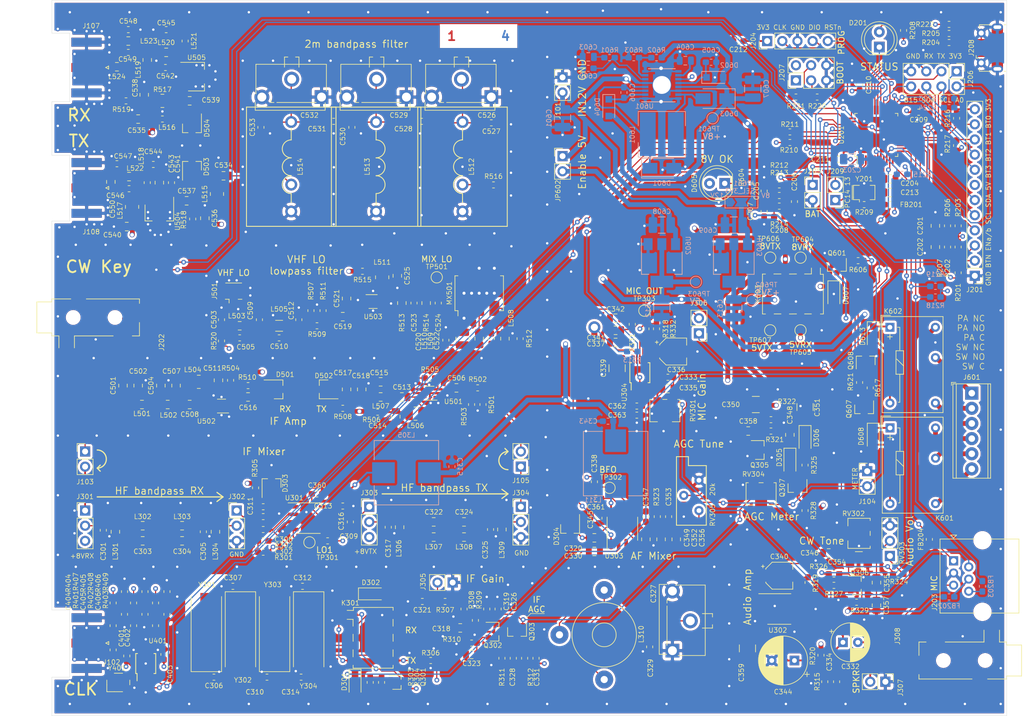
<source format=kicad_pcb>
(kicad_pcb (version 20171130) (host pcbnew 5.1.6)

  (general
    (thickness 1.6)
    (drawings 124)
    (tracks 2337)
    (zones 0)
    (modules 368)
    (nets 235)
  )

  (page A4)
  (layers
    (0 F.Cu signal)
    (1 In1.Cu signal)
    (2 In2.Cu signal)
    (31 B.Cu signal)
    (32 B.Adhes user hide)
    (33 F.Adhes user hide)
    (34 B.Paste user hide)
    (35 F.Paste user hide)
    (36 B.SilkS user)
    (37 F.SilkS user)
    (38 B.Mask user hide)
    (39 F.Mask user)
    (40 Dwgs.User user hide)
    (41 Cmts.User user hide)
    (42 Eco1.User user hide)
    (43 Eco2.User user hide)
    (44 Edge.Cuts user)
    (45 Margin user hide)
    (46 B.CrtYd user)
    (47 F.CrtYd user)
    (48 B.Fab user hide)
    (49 F.Fab user hide)
  )

  (setup
    (last_trace_width 0.2)
    (user_trace_width 0.2)
    (user_trace_width 0.3)
    (user_trace_width 0.8)
    (trace_clearance 0.2)
    (zone_clearance 0.4)
    (zone_45_only no)
    (trace_min 0.2)
    (via_size 0.8)
    (via_drill 0.4)
    (via_min_size 0.4)
    (via_min_drill 0.3)
    (user_via 0.8 0.4)
    (user_via 0.8 0.6)
    (uvia_size 0.3)
    (uvia_drill 0.1)
    (uvias_allowed no)
    (uvia_min_size 0.2)
    (uvia_min_drill 0.1)
    (edge_width 0.05)
    (segment_width 0.2)
    (pcb_text_width 0.3)
    (pcb_text_size 1.5 1.5)
    (mod_edge_width 0.1)
    (mod_text_size 0.8 0.8)
    (mod_text_width 0.1)
    (pad_size 1.524 1.524)
    (pad_drill 0.762)
    (pad_to_mask_clearance 0.051)
    (solder_mask_min_width 0.25)
    (aux_axis_origin 0 0)
    (visible_elements FFFFFF7F)
    (pcbplotparams
      (layerselection 0x010fc_ffffffff)
      (usegerberextensions false)
      (usegerberattributes false)
      (usegerberadvancedattributes false)
      (creategerberjobfile false)
      (excludeedgelayer true)
      (linewidth 0.100000)
      (plotframeref false)
      (viasonmask false)
      (mode 1)
      (useauxorigin false)
      (hpglpennumber 1)
      (hpglpenspeed 20)
      (hpglpendiameter 15.000000)
      (psnegative false)
      (psa4output false)
      (plotreference true)
      (plotvalue true)
      (plotinvisibletext false)
      (padsonsilk false)
      (subtractmaskfromsilk false)
      (outputformat 1)
      (mirror false)
      (drillshape 0)
      (scaleselection 1)
      (outputdirectory "out"))
  )

  (net 0 "")
  (net 1 /Control/ENC_B)
  (net 2 GND)
  (net 3 /Control/ENC_A)
  (net 4 +3V3)
  (net 5 "Net-(C205-Pad1)")
  (net 6 "Net-(C206-Pad1)")
  (net 7 "Net-(C207-Pad1)")
  (net 8 /Baseband/CW_TONE)
  (net 9 "Net-(C301-Pad2)")
  (net 10 "Net-(C302-Pad2)")
  (net 11 "Net-(C303-Pad2)")
  (net 12 "Net-(C304-Pad2)")
  (net 13 "Net-(C306-Pad2)")
  (net 14 "Net-(C307-Pad2)")
  (net 15 "Net-(C308-Pad2)")
  (net 16 "Net-(C308-Pad1)")
  (net 17 /Baseband/LO1)
  (net 18 "Net-(C309-Pad1)")
  (net 19 "Net-(C310-Pad2)")
  (net 20 "Net-(C311-Pad2)")
  (net 21 "Net-(C312-Pad2)")
  (net 22 "Net-(C313-Pad2)")
  (net 23 "Net-(C314-Pad2)")
  (net 24 +8V)
  (net 25 "Net-(C316-Pad2)")
  (net 26 "Net-(C316-Pad1)")
  (net 27 "Net-(C317-Pad2)")
  (net 28 "Net-(C318-Pad2)")
  (net 29 "Net-(C318-Pad1)")
  (net 30 "Net-(C320-Pad2)")
  (net 31 "Net-(C320-Pad1)")
  (net 32 "Net-(C321-Pad1)")
  (net 33 "Net-(C322-Pad2)")
  (net 34 "Net-(C323-Pad2)")
  (net 35 "Net-(C324-Pad2)")
  (net 36 "Net-(C327-Pad2)")
  (net 37 "Net-(C328-Pad2)")
  (net 38 "Net-(C330-Pad2)")
  (net 39 "Net-(C330-Pad1)")
  (net 40 +8VRX)
  (net 41 "Net-(C332-Pad1)")
  (net 42 "Net-(C333-Pad2)")
  (net 43 "Net-(C333-Pad1)")
  (net 44 "Net-(C334-Pad2)")
  (net 45 "Net-(C336-Pad1)")
  (net 46 "Net-(C337-Pad2)")
  (net 47 /Baseband/BFO)
  (net 48 "Net-(C338-Pad1)")
  (net 49 "Net-(C340-Pad2)")
  (net 50 "Net-(C340-Pad1)")
  (net 51 "Net-(C342-Pad2)")
  (net 52 "Net-(C344-Pad1)")
  (net 53 "Net-(C345-Pad2)")
  (net 54 "Net-(C346-Pad2)")
  (net 55 "Net-(C347-Pad2)")
  (net 56 "Net-(C347-Pad1)")
  (net 57 "Net-(C348-Pad2)")
  (net 58 "Net-(C348-Pad1)")
  (net 59 "Net-(C351-Pad1)")
  (net 60 "Net-(C352-Pad2)")
  (net 61 "Net-(C353-Pad1)")
  (net 62 "Net-(C354-Pad1)")
  (net 63 "Net-(C355-Pad2)")
  (net 64 "Net-(C355-Pad1)")
  (net 65 "Net-(C356-Pad2)")
  (net 66 "Net-(C358-Pad2)")
  (net 67 "Net-(C358-Pad1)")
  (net 68 "Net-(C401-Pad2)")
  (net 69 /Clock/REF_25MHz)
  (net 70 "Net-(C404-Pad2)")
  (net 71 "Net-(C404-Pad1)")
  (net 72 "Net-(C405-Pad2)")
  (net 73 "Net-(C405-Pad1)")
  (net 74 "Net-(C406-Pad2)")
  (net 75 "Net-(C406-Pad1)")
  (net 76 /HF_RX)
  (net 77 "Net-(C501-Pad1)")
  (net 78 /VHF_LO)
  (net 79 "Net-(C504-Pad1)")
  (net 80 "Net-(C505-Pad1)")
  (net 81 "Net-(C506-Pad2)")
  (net 82 "Net-(C506-Pad1)")
  (net 83 "Net-(C507-Pad1)")
  (net 84 "Net-(C508-Pad1)")
  (net 85 "Net-(C510-Pad1)")
  (net 86 "Net-(C511-Pad1)")
  (net 87 "Net-(C513-Pad2)")
  (net 88 "Net-(C513-Pad1)")
  (net 89 "Net-(C514-Pad1)")
  (net 90 "Net-(C516-Pad2)")
  (net 91 "Net-(C516-Pad1)")
  (net 92 "Net-(C517-Pad2)")
  (net 93 "Net-(C517-Pad1)")
  (net 94 "Net-(C519-Pad2)")
  (net 95 "Net-(C519-Pad1)")
  (net 96 "Net-(C520-Pad1)")
  (net 97 "Net-(C522-Pad2)")
  (net 98 "Net-(C522-Pad1)")
  (net 99 "Net-(C523-Pad2)")
  (net 100 "Net-(C523-Pad1)")
  (net 101 "Net-(C524-Pad2)")
  (net 102 "Net-(C524-Pad1)")
  (net 103 "Net-(C525-Pad1)")
  (net 104 "Net-(C526-Pad2)")
  (net 105 "Net-(C528-Pad2)")
  (net 106 "Net-(C531-Pad2)")
  (net 107 "Net-(C534-Pad2)")
  (net 108 "Net-(C534-Pad1)")
  (net 109 "Net-(C537-Pad2)")
  (net 110 "Net-(C537-Pad1)")
  (net 111 "Net-(C538-Pad2)")
  (net 112 "Net-(C539-Pad2)")
  (net 113 "Net-(C539-Pad1)")
  (net 114 "Net-(C541-Pad1)")
  (net 115 "Net-(C542-Pad2)")
  (net 116 "Net-(C542-Pad1)")
  (net 117 "Net-(C543-Pad1)")
  (net 118 "Net-(C545-Pad1)")
  (net 119 "Net-(C546-Pad1)")
  (net 120 "Net-(C548-Pad1)")
  (net 121 "Net-(C549-Pad2)")
  (net 122 "Net-(C549-Pad1)")
  (net 123 /VHF_TX)
  (net 124 +12V)
  (net 125 "Net-(C602-Pad1)")
  (net 126 "Net-(C603-Pad1)")
  (net 127 "Net-(C604-Pad1)")
  (net 128 "Net-(C605-Pad2)")
  (net 129 "Net-(C606-Pad2)")
  (net 130 "Net-(C606-Pad1)")
  (net 131 "Net-(C608-Pad1)")
  (net 132 "Net-(C609-Pad1)")
  (net 133 +5VA)
  (net 134 "Net-(D201-Pad2)")
  (net 135 /Control/RESETn)
  (net 136 "Net-(D301-Pad2)")
  (net 137 /Control/SEQ0n)
  (net 138 "Net-(D302-Pad1)")
  (net 139 "Net-(D603-Pad2)")
  (net 140 "Net-(D605-Pad1)")
  (net 141 /Control/SEQ2n)
  (net 142 /Baseband/METER)
  (net 143 /HF_TX)
  (net 144 /VHF_RX)
  (net 145 /Control/BTN0)
  (net 146 /Control/BTN1)
  (net 147 /Control/BTN2)
  (net 148 /Control/BTN3)
  (net 149 SDA)
  (net 150 SCL)
  (net 151 "Net-(J201-Pad4)")
  (net 152 "Net-(J201-Pad3)")
  (net 153 "Net-(J201-Pad2)")
  (net 154 /Control/MIC_SW2)
  (net 155 /Baseband/MIC)
  (net 156 /Control/MIC_SW1)
  (net 157 +8VTX)
  (net 158 "Net-(J601-Pad5)")
  (net 159 "Net-(J601-Pad4)")
  (net 160 "Net-(J601-Pad3)")
  (net 161 "Net-(J601-Pad2)")
  (net 162 "Net-(K301-Pad2)")
  (net 163 "Net-(K301-Pad4)")
  (net 164 "Net-(L512-Pad2)")
  (net 165 "Net-(L520-Pad2)")
  (net 166 "Net-(MX501-Pad3)")
  (net 167 "Net-(MX501-Pad6)")
  (net 168 "Net-(Q301-Pad1)")
  (net 169 "Net-(Q302-Pad3)")
  (net 170 "Net-(Q307-Pad2)")
  (net 171 "Net-(Q307-Pad1)")
  (net 172 "Net-(Q601-Pad1)")
  (net 173 "Net-(Q607-Pad1)")
  (net 174 /Control/ENC_BTN)
  (net 175 /Control/XTAL1)
  (net 176 /Control/XTAL2)
  (net 177 /Baseband/CW_KEYn)
  (net 178 "Net-(R319-Pad1)")
  (net 179 "Net-(R324-Pad1)")
  (net 180 /Baseband/MUTE_SPKR)
  (net 181 "Net-(R602-Pad1)")
  (net 182 "Net-(U401-Pad3)")
  (net 183 /IF_RX)
  (net 184 /IF_TX)
  (net 185 /Control/SEQ1n)
  (net 186 /AF_OUT)
  (net 187 "Net-(Q608-Pad1)")
  (net 188 "Net-(C362-Pad2)")
  (net 189 "Net-(C362-Pad1)")
  (net 190 "Net-(J601-Pad6)")
  (net 191 "Net-(J601-Pad1)")
  (net 192 /Baseband/MIC_SDn)
  (net 193 "Net-(R318-Pad2)")
  (net 194 "Net-(R332-Pad2)")
  (net 195 /Control/STATUSn)
  (net 196 /Control/PWM_CW)
  (net 197 "Net-(C359-Pad1)")
  (net 198 "Net-(C360-Pad1)")
  (net 199 "Net-(C361-Pad1)")
  (net 200 /Baseband/AGC)
  (net 201 "Net-(D607-Pad2)")
  (net 202 "Net-(D608-Pad2)")
  (net 203 "Net-(D613-Pad2)")
  (net 204 /Baseband/MIC_OUT)
  (net 205 "Net-(C204-Pad2)")
  (net 206 /Control/CW_RING)
  (net 207 /Control/CW_TIP)
  (net 208 /Control/SWDIO)
  (net 209 /Control/SWCLK)
  (net 210 "Net-(J205-Pad1)")
  (net 211 /Control/USART1_RX)
  (net 212 /Control/USART1_TX)
  (net 213 "Net-(J207-Pad4)")
  (net 214 "Net-(J207-Pad3)")
  (net 215 /Control/USB_DP)
  (net 216 /Control/USB_DM)
  (net 217 "Net-(R204-Pad2)")
  (net 218 "Net-(R205-Pad2)")
  (net 219 /Control/BOOT0)
  (net 220 /Control/BOOT1)
  (net 221 "Net-(C332-Pad2)")
  (net 222 "Net-(J307-Pad2)")
  (net 223 /Control/PB15)
  (net 224 /Control/I2C2_SDA)
  (net 225 /Control/I2C2_SCL)
  (net 226 /Control/PA0)
  (net 227 /Control/PC13)
  (net 228 /Control/PC14)
  (net 229 +5VTX)
  (net 230 +5VRX)
  (net 231 "Net-(C503-Pad1)")
  (net 232 "Net-(FB202-Pad1)")
  (net 233 "Net-(FB203-Pad1)")
  (net 234 "Net-(FB204-Pad1)")

  (net_class Default "This is the default net class."
    (clearance 0.2)
    (trace_width 0.2)
    (via_dia 0.8)
    (via_drill 0.4)
    (uvia_dia 0.3)
    (uvia_drill 0.1)
    (add_net +5VRX)
    (add_net +5VTX)
    (add_net /AF_OUT)
    (add_net /Baseband/AGC)
    (add_net /Baseband/BFO)
    (add_net /Baseband/CW_KEYn)
    (add_net /Baseband/CW_TONE)
    (add_net /Baseband/LO1)
    (add_net /Baseband/METER)
    (add_net /Baseband/MIC)
    (add_net /Baseband/MIC_OUT)
    (add_net /Baseband/MIC_SDn)
    (add_net /Baseband/MUTE_SPKR)
    (add_net /Clock/REF_25MHz)
    (add_net /Control/BOOT0)
    (add_net /Control/BOOT1)
    (add_net /Control/BTN0)
    (add_net /Control/BTN1)
    (add_net /Control/BTN2)
    (add_net /Control/BTN3)
    (add_net /Control/CW_RING)
    (add_net /Control/CW_TIP)
    (add_net /Control/ENC_A)
    (add_net /Control/ENC_B)
    (add_net /Control/ENC_BTN)
    (add_net /Control/I2C2_SCL)
    (add_net /Control/I2C2_SDA)
    (add_net /Control/MIC_SW1)
    (add_net /Control/MIC_SW2)
    (add_net /Control/PA0)
    (add_net /Control/PB15)
    (add_net /Control/PC13)
    (add_net /Control/PC14)
    (add_net /Control/PWM_CW)
    (add_net /Control/RESETn)
    (add_net /Control/SEQ0n)
    (add_net /Control/SEQ1n)
    (add_net /Control/SEQ2n)
    (add_net /Control/STATUSn)
    (add_net /Control/SWCLK)
    (add_net /Control/SWDIO)
    (add_net /Control/USART1_RX)
    (add_net /Control/USART1_TX)
    (add_net /Control/USB_DM)
    (add_net /Control/USB_DP)
    (add_net /Control/XTAL1)
    (add_net /Control/XTAL2)
    (add_net /HF_RX)
    (add_net /HF_TX)
    (add_net /IF_RX)
    (add_net /IF_TX)
    (add_net /VHF_LO)
    (add_net /VHF_RX)
    (add_net /VHF_TX)
    (add_net "Net-(C204-Pad2)")
    (add_net "Net-(C205-Pad1)")
    (add_net "Net-(C206-Pad1)")
    (add_net "Net-(C207-Pad1)")
    (add_net "Net-(C301-Pad2)")
    (add_net "Net-(C302-Pad2)")
    (add_net "Net-(C303-Pad2)")
    (add_net "Net-(C304-Pad2)")
    (add_net "Net-(C306-Pad2)")
    (add_net "Net-(C307-Pad2)")
    (add_net "Net-(C308-Pad1)")
    (add_net "Net-(C308-Pad2)")
    (add_net "Net-(C309-Pad1)")
    (add_net "Net-(C310-Pad2)")
    (add_net "Net-(C311-Pad2)")
    (add_net "Net-(C312-Pad2)")
    (add_net "Net-(C313-Pad2)")
    (add_net "Net-(C314-Pad2)")
    (add_net "Net-(C316-Pad1)")
    (add_net "Net-(C316-Pad2)")
    (add_net "Net-(C317-Pad2)")
    (add_net "Net-(C318-Pad1)")
    (add_net "Net-(C318-Pad2)")
    (add_net "Net-(C320-Pad1)")
    (add_net "Net-(C320-Pad2)")
    (add_net "Net-(C321-Pad1)")
    (add_net "Net-(C322-Pad2)")
    (add_net "Net-(C323-Pad2)")
    (add_net "Net-(C324-Pad2)")
    (add_net "Net-(C327-Pad2)")
    (add_net "Net-(C328-Pad2)")
    (add_net "Net-(C330-Pad1)")
    (add_net "Net-(C330-Pad2)")
    (add_net "Net-(C332-Pad1)")
    (add_net "Net-(C332-Pad2)")
    (add_net "Net-(C333-Pad1)")
    (add_net "Net-(C333-Pad2)")
    (add_net "Net-(C334-Pad2)")
    (add_net "Net-(C336-Pad1)")
    (add_net "Net-(C337-Pad2)")
    (add_net "Net-(C338-Pad1)")
    (add_net "Net-(C340-Pad1)")
    (add_net "Net-(C340-Pad2)")
    (add_net "Net-(C342-Pad2)")
    (add_net "Net-(C344-Pad1)")
    (add_net "Net-(C345-Pad2)")
    (add_net "Net-(C346-Pad2)")
    (add_net "Net-(C347-Pad1)")
    (add_net "Net-(C347-Pad2)")
    (add_net "Net-(C348-Pad1)")
    (add_net "Net-(C348-Pad2)")
    (add_net "Net-(C351-Pad1)")
    (add_net "Net-(C352-Pad2)")
    (add_net "Net-(C353-Pad1)")
    (add_net "Net-(C354-Pad1)")
    (add_net "Net-(C355-Pad1)")
    (add_net "Net-(C355-Pad2)")
    (add_net "Net-(C356-Pad2)")
    (add_net "Net-(C358-Pad1)")
    (add_net "Net-(C358-Pad2)")
    (add_net "Net-(C359-Pad1)")
    (add_net "Net-(C360-Pad1)")
    (add_net "Net-(C361-Pad1)")
    (add_net "Net-(C362-Pad1)")
    (add_net "Net-(C362-Pad2)")
    (add_net "Net-(C401-Pad2)")
    (add_net "Net-(C404-Pad1)")
    (add_net "Net-(C404-Pad2)")
    (add_net "Net-(C405-Pad1)")
    (add_net "Net-(C405-Pad2)")
    (add_net "Net-(C406-Pad1)")
    (add_net "Net-(C406-Pad2)")
    (add_net "Net-(C501-Pad1)")
    (add_net "Net-(C503-Pad1)")
    (add_net "Net-(C504-Pad1)")
    (add_net "Net-(C505-Pad1)")
    (add_net "Net-(C506-Pad1)")
    (add_net "Net-(C506-Pad2)")
    (add_net "Net-(C507-Pad1)")
    (add_net "Net-(C508-Pad1)")
    (add_net "Net-(C510-Pad1)")
    (add_net "Net-(C511-Pad1)")
    (add_net "Net-(C513-Pad1)")
    (add_net "Net-(C513-Pad2)")
    (add_net "Net-(C514-Pad1)")
    (add_net "Net-(C516-Pad1)")
    (add_net "Net-(C516-Pad2)")
    (add_net "Net-(C517-Pad1)")
    (add_net "Net-(C517-Pad2)")
    (add_net "Net-(C519-Pad1)")
    (add_net "Net-(C519-Pad2)")
    (add_net "Net-(C520-Pad1)")
    (add_net "Net-(C522-Pad1)")
    (add_net "Net-(C522-Pad2)")
    (add_net "Net-(C523-Pad1)")
    (add_net "Net-(C523-Pad2)")
    (add_net "Net-(C524-Pad1)")
    (add_net "Net-(C524-Pad2)")
    (add_net "Net-(C525-Pad1)")
    (add_net "Net-(C526-Pad2)")
    (add_net "Net-(C528-Pad2)")
    (add_net "Net-(C531-Pad2)")
    (add_net "Net-(C534-Pad1)")
    (add_net "Net-(C534-Pad2)")
    (add_net "Net-(C537-Pad1)")
    (add_net "Net-(C537-Pad2)")
    (add_net "Net-(C538-Pad2)")
    (add_net "Net-(C539-Pad1)")
    (add_net "Net-(C539-Pad2)")
    (add_net "Net-(C541-Pad1)")
    (add_net "Net-(C542-Pad1)")
    (add_net "Net-(C542-Pad2)")
    (add_net "Net-(C543-Pad1)")
    (add_net "Net-(C545-Pad1)")
    (add_net "Net-(C546-Pad1)")
    (add_net "Net-(C548-Pad1)")
    (add_net "Net-(C549-Pad1)")
    (add_net "Net-(C549-Pad2)")
    (add_net "Net-(C602-Pad1)")
    (add_net "Net-(C603-Pad1)")
    (add_net "Net-(C604-Pad1)")
    (add_net "Net-(C605-Pad2)")
    (add_net "Net-(C606-Pad1)")
    (add_net "Net-(C606-Pad2)")
    (add_net "Net-(C608-Pad1)")
    (add_net "Net-(C609-Pad1)")
    (add_net "Net-(D201-Pad2)")
    (add_net "Net-(D301-Pad2)")
    (add_net "Net-(D302-Pad1)")
    (add_net "Net-(D603-Pad2)")
    (add_net "Net-(D605-Pad1)")
    (add_net "Net-(D607-Pad2)")
    (add_net "Net-(D608-Pad2)")
    (add_net "Net-(D613-Pad2)")
    (add_net "Net-(FB202-Pad1)")
    (add_net "Net-(FB203-Pad1)")
    (add_net "Net-(FB204-Pad1)")
    (add_net "Net-(J201-Pad2)")
    (add_net "Net-(J201-Pad3)")
    (add_net "Net-(J201-Pad4)")
    (add_net "Net-(J202-PadTN)")
    (add_net "Net-(J205-Pad1)")
    (add_net "Net-(J207-Pad3)")
    (add_net "Net-(J207-Pad4)")
    (add_net "Net-(J208-Pad1)")
    (add_net "Net-(J307-Pad2)")
    (add_net "Net-(J308-PadR)")
    (add_net "Net-(J601-Pad1)")
    (add_net "Net-(J601-Pad2)")
    (add_net "Net-(J601-Pad3)")
    (add_net "Net-(J601-Pad4)")
    (add_net "Net-(J601-Pad5)")
    (add_net "Net-(J601-Pad6)")
    (add_net "Net-(K301-Pad2)")
    (add_net "Net-(K301-Pad4)")
    (add_net "Net-(L512-Pad2)")
    (add_net "Net-(L520-Pad2)")
    (add_net "Net-(MX501-Pad3)")
    (add_net "Net-(MX501-Pad6)")
    (add_net "Net-(Q301-Pad1)")
    (add_net "Net-(Q302-Pad3)")
    (add_net "Net-(Q307-Pad1)")
    (add_net "Net-(Q307-Pad2)")
    (add_net "Net-(Q601-Pad1)")
    (add_net "Net-(Q607-Pad1)")
    (add_net "Net-(Q608-Pad1)")
    (add_net "Net-(R204-Pad2)")
    (add_net "Net-(R205-Pad2)")
    (add_net "Net-(R318-Pad2)")
    (add_net "Net-(R319-Pad1)")
    (add_net "Net-(R324-Pad1)")
    (add_net "Net-(R332-Pad2)")
    (add_net "Net-(R602-Pad1)")
    (add_net "Net-(U401-Pad3)")
    (add_net SCL)
    (add_net SDA)
  )

  (net_class Power ""
    (clearance 0.2)
    (trace_width 0.8)
    (via_dia 0.8)
    (via_drill 0.6)
    (uvia_dia 0.3)
    (uvia_drill 0.1)
    (add_net +12V)
    (add_net +3V3)
    (add_net +5VA)
    (add_net +8V)
    (add_net +8VRX)
    (add_net +8VTX)
    (add_net GND)
  )

  (module Inductor_SMD:L_0603_1608Metric_Pad1.05x0.95mm_HandSolder (layer F.Cu) (tedit 5B301BBE) (tstamp 5EFB59B3)
    (at 177.038 120.396 90)
    (descr "Capacitor SMD 0603 (1608 Metric), square (rectangular) end terminal, IPC_7351 nominal with elongated pad for handsoldering. (Body size source: http://www.tortai-tech.com/upload/download/2011102023233369053.pdf), generated with kicad-footprint-generator")
    (tags "inductor handsolder")
    (path /5E2FA006/5EFC17B0)
    (attr smd)
    (fp_text reference FB204 (at 0 -1.43 270) (layer F.SilkS)
      (effects (font (size 0.8 0.8) (thickness 0.1)))
    )
    (fp_text value BLM18BB221SN1D (at 0 1.43 270) (layer F.Fab)
      (effects (font (size 1 1) (thickness 0.15)))
    )
    (fp_text user %R (at 0 0 270) (layer F.Fab)
      (effects (font (size 0.4 0.4) (thickness 0.06)))
    )
    (fp_line (start -0.8 0.4) (end -0.8 -0.4) (layer F.Fab) (width 0.1))
    (fp_line (start -0.8 -0.4) (end 0.8 -0.4) (layer F.Fab) (width 0.1))
    (fp_line (start 0.8 -0.4) (end 0.8 0.4) (layer F.Fab) (width 0.1))
    (fp_line (start 0.8 0.4) (end -0.8 0.4) (layer F.Fab) (width 0.1))
    (fp_line (start -0.171267 -0.51) (end 0.171267 -0.51) (layer F.SilkS) (width 0.12))
    (fp_line (start -0.171267 0.51) (end 0.171267 0.51) (layer F.SilkS) (width 0.12))
    (fp_line (start -1.65 0.73) (end -1.65 -0.73) (layer F.CrtYd) (width 0.05))
    (fp_line (start -1.65 -0.73) (end 1.65 -0.73) (layer F.CrtYd) (width 0.05))
    (fp_line (start 1.65 -0.73) (end 1.65 0.73) (layer F.CrtYd) (width 0.05))
    (fp_line (start 1.65 0.73) (end -1.65 0.73) (layer F.CrtYd) (width 0.05))
    (pad 2 smd roundrect (at 0.875 0 90) (size 1.05 0.95) (layers F.Cu F.Paste F.Mask) (roundrect_rratio 0.25)
      (net 156 /Control/MIC_SW1))
    (pad 1 smd roundrect (at -0.875 0 90) (size 1.05 0.95) (layers F.Cu F.Paste F.Mask) (roundrect_rratio 0.25)
      (net 234 "Net-(FB204-Pad1)"))
    (model ${KISYS3DMOD}/Inductor_SMD.3dshapes/L_0603_1608Metric.wrl
      (at (xyz 0 0 0))
      (scale (xyz 1 1 1))
      (rotate (xyz 0 0 0))
    )
  )

  (module Inductor_SMD:L_0603_1608Metric_Pad1.05x0.95mm_HandSolder (layer B.Cu) (tedit 5B301BBE) (tstamp 5EFB59A2)
    (at 185.928 128.27 90)
    (descr "Capacitor SMD 0603 (1608 Metric), square (rectangular) end terminal, IPC_7351 nominal with elongated pad for handsoldering. (Body size source: http://www.tortai-tech.com/upload/download/2011102023233369053.pdf), generated with kicad-footprint-generator")
    (tags "inductor handsolder")
    (path /5E2FA006/5EFB83E1)
    (attr smd)
    (fp_text reference FB203 (at 0 1.43 90) (layer B.SilkS)
      (effects (font (size 0.8 0.8) (thickness 0.1)) (justify mirror))
    )
    (fp_text value BLM18BB221SN1D (at 0 -1.43 90) (layer B.Fab)
      (effects (font (size 1 1) (thickness 0.15)) (justify mirror))
    )
    (fp_text user %R (at 0 0 90) (layer B.Fab)
      (effects (font (size 0.4 0.4) (thickness 0.06)) (justify mirror))
    )
    (fp_line (start -0.8 -0.4) (end -0.8 0.4) (layer B.Fab) (width 0.1))
    (fp_line (start -0.8 0.4) (end 0.8 0.4) (layer B.Fab) (width 0.1))
    (fp_line (start 0.8 0.4) (end 0.8 -0.4) (layer B.Fab) (width 0.1))
    (fp_line (start 0.8 -0.4) (end -0.8 -0.4) (layer B.Fab) (width 0.1))
    (fp_line (start -0.171267 0.51) (end 0.171267 0.51) (layer B.SilkS) (width 0.12))
    (fp_line (start -0.171267 -0.51) (end 0.171267 -0.51) (layer B.SilkS) (width 0.12))
    (fp_line (start -1.65 -0.73) (end -1.65 0.73) (layer B.CrtYd) (width 0.05))
    (fp_line (start -1.65 0.73) (end 1.65 0.73) (layer B.CrtYd) (width 0.05))
    (fp_line (start 1.65 0.73) (end 1.65 -0.73) (layer B.CrtYd) (width 0.05))
    (fp_line (start 1.65 -0.73) (end -1.65 -0.73) (layer B.CrtYd) (width 0.05))
    (pad 2 smd roundrect (at 0.875 0 90) (size 1.05 0.95) (layers B.Cu B.Paste B.Mask) (roundrect_rratio 0.25)
      (net 154 /Control/MIC_SW2))
    (pad 1 smd roundrect (at -0.875 0 90) (size 1.05 0.95) (layers B.Cu B.Paste B.Mask) (roundrect_rratio 0.25)
      (net 233 "Net-(FB203-Pad1)"))
    (model ${KISYS3DMOD}/Inductor_SMD.3dshapes/L_0603_1608Metric.wrl
      (at (xyz 0 0 0))
      (scale (xyz 1 1 1))
      (rotate (xyz 0 0 0))
    )
  )

  (module Inductor_SMD:L_0603_1608Metric_Pad1.05x0.95mm_HandSolder (layer B.Cu) (tedit 5B301BBE) (tstamp 5EFB5991)
    (at 180.34 130.048 180)
    (descr "Capacitor SMD 0603 (1608 Metric), square (rectangular) end terminal, IPC_7351 nominal with elongated pad for handsoldering. (Body size source: http://www.tortai-tech.com/upload/download/2011102023233369053.pdf), generated with kicad-footprint-generator")
    (tags "inductor handsolder")
    (path /5E2FA006/5EFD660C)
    (attr smd)
    (fp_text reference FB202 (at 0 -1.524) (layer B.SilkS)
      (effects (font (size 0.8 0.8) (thickness 0.1)) (justify mirror))
    )
    (fp_text value BLM18BB221SN1D (at 0 -1.43) (layer B.Fab)
      (effects (font (size 1 1) (thickness 0.15)) (justify mirror))
    )
    (fp_text user %R (at 0 0) (layer B.Fab)
      (effects (font (size 0.4 0.4) (thickness 0.06)) (justify mirror))
    )
    (fp_line (start -0.8 -0.4) (end -0.8 0.4) (layer B.Fab) (width 0.1))
    (fp_line (start -0.8 0.4) (end 0.8 0.4) (layer B.Fab) (width 0.1))
    (fp_line (start 0.8 0.4) (end 0.8 -0.4) (layer B.Fab) (width 0.1))
    (fp_line (start 0.8 -0.4) (end -0.8 -0.4) (layer B.Fab) (width 0.1))
    (fp_line (start -0.171267 0.51) (end 0.171267 0.51) (layer B.SilkS) (width 0.12))
    (fp_line (start -0.171267 -0.51) (end 0.171267 -0.51) (layer B.SilkS) (width 0.12))
    (fp_line (start -1.65 -0.73) (end -1.65 0.73) (layer B.CrtYd) (width 0.05))
    (fp_line (start -1.65 0.73) (end 1.65 0.73) (layer B.CrtYd) (width 0.05))
    (fp_line (start 1.65 0.73) (end 1.65 -0.73) (layer B.CrtYd) (width 0.05))
    (fp_line (start 1.65 -0.73) (end -1.65 -0.73) (layer B.CrtYd) (width 0.05))
    (pad 2 smd roundrect (at 0.875 0 180) (size 1.05 0.95) (layers B.Cu B.Paste B.Mask) (roundrect_rratio 0.25)
      (net 24 +8V))
    (pad 1 smd roundrect (at -0.875 0 180) (size 1.05 0.95) (layers B.Cu B.Paste B.Mask) (roundrect_rratio 0.25)
      (net 232 "Net-(FB202-Pad1)"))
    (model ${KISYS3DMOD}/Inductor_SMD.3dshapes/L_0603_1608Metric.wrl
      (at (xyz 0 0 0))
      (scale (xyz 1 1 1))
      (rotate (xyz 0 0 0))
    )
  )

  (module Resistor_SMD:R_0603_1608Metric_Pad1.05x0.95mm_HandSolder (layer F.Cu) (tedit 5B301BBD) (tstamp 5EF53B3B)
    (at 58.42 87.122 270)
    (descr "Resistor SMD 0603 (1608 Metric), square (rectangular) end terminal, IPC_7351 nominal with elongated pad for handsoldering. (Body size source: http://www.tortai-tech.com/upload/download/2011102023233369053.pdf), generated with kicad-footprint-generator")
    (tags "resistor handsolder")
    (path /5E4C0E28/5EFFF3CD)
    (attr smd)
    (fp_text reference R520 (at 0 1.27 90) (layer F.SilkS)
      (effects (font (size 0.8 0.8) (thickness 0.1)))
    )
    (fp_text value 0 (at 0 1.43 90) (layer F.Fab)
      (effects (font (size 1 1) (thickness 0.15)))
    )
    (fp_line (start 1.65 0.73) (end -1.65 0.73) (layer F.CrtYd) (width 0.05))
    (fp_line (start 1.65 -0.73) (end 1.65 0.73) (layer F.CrtYd) (width 0.05))
    (fp_line (start -1.65 -0.73) (end 1.65 -0.73) (layer F.CrtYd) (width 0.05))
    (fp_line (start -1.65 0.73) (end -1.65 -0.73) (layer F.CrtYd) (width 0.05))
    (fp_line (start -0.171267 0.51) (end 0.171267 0.51) (layer F.SilkS) (width 0.12))
    (fp_line (start -0.171267 -0.51) (end 0.171267 -0.51) (layer F.SilkS) (width 0.12))
    (fp_line (start 0.8 0.4) (end -0.8 0.4) (layer F.Fab) (width 0.1))
    (fp_line (start 0.8 -0.4) (end 0.8 0.4) (layer F.Fab) (width 0.1))
    (fp_line (start -0.8 -0.4) (end 0.8 -0.4) (layer F.Fab) (width 0.1))
    (fp_line (start -0.8 0.4) (end -0.8 -0.4) (layer F.Fab) (width 0.1))
    (fp_text user %R (at 0 0 90) (layer F.Fab)
      (effects (font (size 0.4 0.4) (thickness 0.06)))
    )
    (pad 2 smd roundrect (at 0.875 0 270) (size 1.05 0.95) (layers F.Cu F.Paste F.Mask) (roundrect_rratio 0.25)
      (net 78 /VHF_LO))
    (pad 1 smd roundrect (at -0.875 0 270) (size 1.05 0.95) (layers F.Cu F.Paste F.Mask) (roundrect_rratio 0.25)
      (net 231 "Net-(C503-Pad1)"))
    (model ${KISYS3DMOD}/Resistor_SMD.3dshapes/R_0603_1608Metric.wrl
      (at (xyz 0 0 0))
      (scale (xyz 1 1 1))
      (rotate (xyz 0 0 0))
    )
  )

  (module Connector_Coaxial:U.FL_Hirose_U.FL-R-SMT-1_Vertical (layer F.Cu) (tedit 5A1DBFC3) (tstamp 5EF528FE)
    (at 60.452 79.248 90)
    (descr "Hirose U.FL Coaxial https://www.hirose.com/product/en/products/U.FL/U.FL-R-SMT-1%2810%29/")
    (tags "Hirose U.FL Coaxial")
    (path /5E4C0E28/5EFC99BC)
    (attr smd)
    (fp_text reference J501 (at 0.475 -3.2 90) (layer F.SilkS)
      (effects (font (size 0.8 0.8) (thickness 0.1)))
    )
    (fp_text value "VHF LO" (at 3.556 0 180) (layer F.SilkS)
      (effects (font (size 1 1) (thickness 0.15)))
    )
    (fp_line (start -1.32 -1) (end -2.02 -1) (layer F.CrtYd) (width 0.05))
    (fp_line (start -1.32 1.8) (end -1.32 1) (layer F.CrtYd) (width 0.05))
    (fp_line (start -1.32 -1.8) (end -1.12 -1.8) (layer F.CrtYd) (width 0.05))
    (fp_line (start -1.12 -1.8) (end -1.12 -2.5) (layer F.CrtYd) (width 0.05))
    (fp_line (start 2.08 -2.5) (end -1.12 -2.5) (layer F.CrtYd) (width 0.05))
    (fp_line (start -1.32 -1) (end -1.32 -1.8) (layer F.CrtYd) (width 0.05))
    (fp_line (start 2.08 -1.8) (end 2.08 -2.5) (layer F.CrtYd) (width 0.05))
    (fp_line (start 2.08 -1.8) (end 2.28 -1.8) (layer F.CrtYd) (width 0.05))
    (fp_line (start -0.885 -1.4) (end -0.885 -0.76) (layer F.SilkS) (width 0.12))
    (fp_line (start -0.425 1.5) (end -0.425 1.3) (layer F.Fab) (width 0.1))
    (fp_line (start -0.425 1.3) (end -0.825 1.3) (layer F.Fab) (width 0.1))
    (fp_line (start -0.825 0.3) (end -0.825 1.3) (layer F.Fab) (width 0.1))
    (fp_line (start -1.075 0.3) (end -0.825 0.3) (layer F.Fab) (width 0.1))
    (fp_line (start -1.075 0.3) (end -1.075 -0.15) (layer F.Fab) (width 0.1))
    (fp_line (start -0.925 -0.3) (end -0.825 -0.3) (layer F.Fab) (width 0.1))
    (fp_line (start -0.825 -0.3) (end -0.825 -1.3) (layer F.Fab) (width 0.1))
    (fp_line (start -0.425 -1.5) (end -0.425 -1.3) (layer F.Fab) (width 0.1))
    (fp_line (start -0.425 -1.3) (end -0.825 -1.3) (layer F.Fab) (width 0.1))
    (fp_line (start -0.425 1.5) (end 1.375 1.5) (layer F.Fab) (width 0.1))
    (fp_line (start 1.375 1.5) (end 1.375 1.3) (layer F.Fab) (width 0.1))
    (fp_line (start 1.775 1.3) (end 1.375 1.3) (layer F.Fab) (width 0.1))
    (fp_line (start 1.775 -1.3) (end 1.775 1.3) (layer F.Fab) (width 0.1))
    (fp_line (start -0.425 -1.5) (end 1.375 -1.5) (layer F.Fab) (width 0.1))
    (fp_line (start 1.375 -1.5) (end 1.375 -1.3) (layer F.Fab) (width 0.1))
    (fp_line (start 1.775 -1.3) (end 1.375 -1.3) (layer F.Fab) (width 0.1))
    (fp_line (start -0.925 -0.3) (end -1.075 -0.15) (layer F.Fab) (width 0.1))
    (fp_line (start -0.885 1.4) (end -0.885 0.76) (layer F.SilkS) (width 0.12))
    (fp_line (start -0.885 -0.76) (end -1.515 -0.76) (layer F.SilkS) (width 0.12))
    (fp_line (start 1.835 -1.35) (end 1.835 1.35) (layer F.SilkS) (width 0.12))
    (fp_line (start 2.08 2.5) (end -1.12 2.5) (layer F.CrtYd) (width 0.05))
    (fp_line (start -1.12 2.5) (end -1.12 1.8) (layer F.CrtYd) (width 0.05))
    (fp_line (start -1.32 1.8) (end -1.12 1.8) (layer F.CrtYd) (width 0.05))
    (fp_line (start 2.28 1.8) (end 2.28 -1.8) (layer F.CrtYd) (width 0.05))
    (fp_line (start 2.08 2.5) (end 2.08 1.8) (layer F.CrtYd) (width 0.05))
    (fp_line (start 2.08 1.8) (end 2.28 1.8) (layer F.CrtYd) (width 0.05))
    (fp_line (start -1.32 1) (end -2.02 1) (layer F.CrtYd) (width 0.05))
    (fp_line (start -2.02 1) (end -2.02 -1) (layer F.CrtYd) (width 0.05))
    (fp_text user %R (at 0.475 0) (layer F.Fab)
      (effects (font (size 0.6 0.6) (thickness 0.09)))
    )
    (pad 2 smd rect (at 0.475 -1.475 90) (size 2.2 1.05) (layers F.Cu F.Paste F.Mask)
      (net 2 GND))
    (pad 1 smd rect (at -1.05 0 90) (size 1.05 1) (layers F.Cu F.Paste F.Mask)
      (net 231 "Net-(C503-Pad1)"))
    (pad 2 smd rect (at 0.475 1.475 90) (size 2.2 1.05) (layers F.Cu F.Paste F.Mask)
      (net 2 GND))
    (model ${KISYS3DMOD}/Connector_Coaxial.3dshapes/U.FL_Hirose_U.FL-R-SMT-1_Vertical.wrl
      (offset (xyz 0.4749999928262157 0 0))
      (scale (xyz 1 1 1))
      (rotate (xyz 0 0 0))
    )
  )

  (module Connector_PinHeader_2.54mm:PinHeader_1x05_P2.54mm_Vertical (layer F.Cu) (tedit 59FED5CC) (tstamp 5E90D38C)
    (at 149.86 36.83 90)
    (descr "Through hole straight pin header, 1x05, 2.54mm pitch, single row")
    (tags "Through hole pin header THT 1x05 2.54mm single row")
    (path /5E2FA006/5E9ED23F)
    (fp_text reference J204 (at 0 -2.33 90) (layer F.SilkS)
      (effects (font (size 0.8 0.8) (thickness 0.1)))
    )
    (fp_text value PROG (at -0.254 12.446 90) (layer F.SilkS)
      (effects (font (size 1 1) (thickness 0.15)))
    )
    (fp_line (start -0.635 -1.27) (end 1.27 -1.27) (layer F.Fab) (width 0.1))
    (fp_line (start 1.27 -1.27) (end 1.27 11.43) (layer F.Fab) (width 0.1))
    (fp_line (start 1.27 11.43) (end -1.27 11.43) (layer F.Fab) (width 0.1))
    (fp_line (start -1.27 11.43) (end -1.27 -0.635) (layer F.Fab) (width 0.1))
    (fp_line (start -1.27 -0.635) (end -0.635 -1.27) (layer F.Fab) (width 0.1))
    (fp_line (start -1.33 11.49) (end 1.33 11.49) (layer F.SilkS) (width 0.12))
    (fp_line (start -1.33 1.27) (end -1.33 11.49) (layer F.SilkS) (width 0.12))
    (fp_line (start 1.33 1.27) (end 1.33 11.49) (layer F.SilkS) (width 0.12))
    (fp_line (start -1.33 1.27) (end 1.33 1.27) (layer F.SilkS) (width 0.12))
    (fp_line (start -1.33 0) (end -1.33 -1.33) (layer F.SilkS) (width 0.12))
    (fp_line (start -1.33 -1.33) (end 0 -1.33) (layer F.SilkS) (width 0.12))
    (fp_line (start -1.8 -1.8) (end -1.8 11.95) (layer F.CrtYd) (width 0.05))
    (fp_line (start -1.8 11.95) (end 1.8 11.95) (layer F.CrtYd) (width 0.05))
    (fp_line (start 1.8 11.95) (end 1.8 -1.8) (layer F.CrtYd) (width 0.05))
    (fp_line (start 1.8 -1.8) (end -1.8 -1.8) (layer F.CrtYd) (width 0.05))
    (fp_text user %R (at 0 5.08) (layer F.Fab)
      (effects (font (size 1 1) (thickness 0.15)))
    )
    (pad 5 thru_hole oval (at 0 10.16 90) (size 1.7 1.7) (drill 1) (layers *.Cu *.Mask)
      (net 135 /Control/RESETn))
    (pad 4 thru_hole oval (at 0 7.62 90) (size 1.7 1.7) (drill 1) (layers *.Cu *.Mask)
      (net 208 /Control/SWDIO))
    (pad 3 thru_hole oval (at 0 5.08 90) (size 1.7 1.7) (drill 1) (layers *.Cu *.Mask)
      (net 2 GND))
    (pad 2 thru_hole oval (at 0 2.54 90) (size 1.7 1.7) (drill 1) (layers *.Cu *.Mask)
      (net 209 /Control/SWCLK))
    (pad 1 thru_hole rect (at 0 0 90) (size 1.7 1.7) (drill 1) (layers *.Cu *.Mask)
      (net 4 +3V3))
    (model ${KISYS3DMOD}/Connector_PinHeader_2.54mm.3dshapes/PinHeader_1x05_P2.54mm_Vertical.wrl
      (at (xyz 0 0 0))
      (scale (xyz 1 1 1))
      (rotate (xyz 0 0 0))
    )
  )

  (module Resistor_SMD:R_0603_1608Metric_Pad1.05x0.95mm_HandSolder (layer B.Cu) (tedit 5B301BBD) (tstamp 5EA02CF3)
    (at 180.34 48.006 180)
    (descr "Resistor SMD 0603 (1608 Metric), square (rectangular) end terminal, IPC_7351 nominal with elongated pad for handsoldering. (Body size source: http://www.tortai-tech.com/upload/download/2011102023233369053.pdf), generated with kicad-footprint-generator")
    (tags "resistor handsolder")
    (path /5E2FA006/5EB4F0A2)
    (attr smd)
    (fp_text reference R224 (at 3.556 0) (layer B.SilkS)
      (effects (font (size 0.8 0.8) (thickness 0.1)) (justify mirror))
    )
    (fp_text value 4k7 (at 0 -1.43) (layer B.Fab)
      (effects (font (size 1 1) (thickness 0.15)) (justify mirror))
    )
    (fp_line (start -0.8 -0.4) (end -0.8 0.4) (layer B.Fab) (width 0.1))
    (fp_line (start -0.8 0.4) (end 0.8 0.4) (layer B.Fab) (width 0.1))
    (fp_line (start 0.8 0.4) (end 0.8 -0.4) (layer B.Fab) (width 0.1))
    (fp_line (start 0.8 -0.4) (end -0.8 -0.4) (layer B.Fab) (width 0.1))
    (fp_line (start -0.171267 0.51) (end 0.171267 0.51) (layer B.SilkS) (width 0.12))
    (fp_line (start -0.171267 -0.51) (end 0.171267 -0.51) (layer B.SilkS) (width 0.12))
    (fp_line (start -1.65 -0.73) (end -1.65 0.73) (layer B.CrtYd) (width 0.05))
    (fp_line (start -1.65 0.73) (end 1.65 0.73) (layer B.CrtYd) (width 0.05))
    (fp_line (start 1.65 0.73) (end 1.65 -0.73) (layer B.CrtYd) (width 0.05))
    (fp_line (start 1.65 -0.73) (end -1.65 -0.73) (layer B.CrtYd) (width 0.05))
    (fp_text user %R (at 0 0) (layer B.Fab)
      (effects (font (size 0.4 0.4) (thickness 0.06)) (justify mirror))
    )
    (pad 2 smd roundrect (at 0.875 0 180) (size 1.05 0.95) (layers B.Cu B.Paste B.Mask) (roundrect_rratio 0.25)
      (net 224 /Control/I2C2_SDA))
    (pad 1 smd roundrect (at -0.875 0 180) (size 1.05 0.95) (layers B.Cu B.Paste B.Mask) (roundrect_rratio 0.25)
      (net 4 +3V3))
    (model ${KISYS3DMOD}/Resistor_SMD.3dshapes/R_0603_1608Metric.wrl
      (at (xyz 0 0 0))
      (scale (xyz 1 1 1))
      (rotate (xyz 0 0 0))
    )
  )

  (module Resistor_SMD:R_0603_1608Metric_Pad1.05x0.95mm_HandSolder (layer B.Cu) (tedit 5B301BBD) (tstamp 5EA02CE2)
    (at 180.34 46.482 180)
    (descr "Resistor SMD 0603 (1608 Metric), square (rectangular) end terminal, IPC_7351 nominal with elongated pad for handsoldering. (Body size source: http://www.tortai-tech.com/upload/download/2011102023233369053.pdf), generated with kicad-footprint-generator")
    (tags "resistor handsolder")
    (path /5E2FA006/5EB4F097)
    (attr smd)
    (fp_text reference R223 (at 3.556 0) (layer B.SilkS)
      (effects (font (size 0.8 0.8) (thickness 0.1)) (justify mirror))
    )
    (fp_text value 4k7 (at 0 -1.43) (layer B.Fab)
      (effects (font (size 1 1) (thickness 0.15)) (justify mirror))
    )
    (fp_line (start -0.8 -0.4) (end -0.8 0.4) (layer B.Fab) (width 0.1))
    (fp_line (start -0.8 0.4) (end 0.8 0.4) (layer B.Fab) (width 0.1))
    (fp_line (start 0.8 0.4) (end 0.8 -0.4) (layer B.Fab) (width 0.1))
    (fp_line (start 0.8 -0.4) (end -0.8 -0.4) (layer B.Fab) (width 0.1))
    (fp_line (start -0.171267 0.51) (end 0.171267 0.51) (layer B.SilkS) (width 0.12))
    (fp_line (start -0.171267 -0.51) (end 0.171267 -0.51) (layer B.SilkS) (width 0.12))
    (fp_line (start -1.65 -0.73) (end -1.65 0.73) (layer B.CrtYd) (width 0.05))
    (fp_line (start -1.65 0.73) (end 1.65 0.73) (layer B.CrtYd) (width 0.05))
    (fp_line (start 1.65 0.73) (end 1.65 -0.73) (layer B.CrtYd) (width 0.05))
    (fp_line (start 1.65 -0.73) (end -1.65 -0.73) (layer B.CrtYd) (width 0.05))
    (fp_text user %R (at 0 0) (layer B.Fab)
      (effects (font (size 0.4 0.4) (thickness 0.06)) (justify mirror))
    )
    (pad 2 smd roundrect (at 0.875 0 180) (size 1.05 0.95) (layers B.Cu B.Paste B.Mask) (roundrect_rratio 0.25)
      (net 225 /Control/I2C2_SCL))
    (pad 1 smd roundrect (at -0.875 0 180) (size 1.05 0.95) (layers B.Cu B.Paste B.Mask) (roundrect_rratio 0.25)
      (net 4 +3V3))
    (model ${KISYS3DMOD}/Resistor_SMD.3dshapes/R_0603_1608Metric.wrl
      (at (xyz 0 0 0))
      (scale (xyz 1 1 1))
      (rotate (xyz 0 0 0))
    )
  )

  (module Connector_Audio:Jack_3.5mm_CUI_SJ-3524-SMT_Horizontal (layer F.Cu) (tedit 5C635470) (tstamp 5E9E6B8A)
    (at 183.896 140.716 270)
    (descr "3.5 mm, Stereo, Right Angle, Surface Mount (SMT), Audio Jack Connector (https://www.cui.com/product/resource/sj-352x-smt-series.pdf)")
    (tags "3.5mm audio cui horizontal jack stereo")
    (path /5E3088F9/5E9EEA5B)
    (attr smd)
    (fp_text reference J308 (at -4.064 12.192 90) (layer F.SilkS)
      (effects (font (size 0.8 0.8) (thickness 0.1)))
    )
    (fp_text value Headphones (at 0 13 90) (layer F.Fab)
      (effects (font (size 1 1) (thickness 0.15)))
    )
    (fp_line (start 3 -6) (end 3 8.5) (layer F.Fab) (width 0.1))
    (fp_line (start 3 8.5) (end -3 8.5) (layer F.Fab) (width 0.1))
    (fp_line (start -3 8.5) (end -3 -6) (layer F.Fab) (width 0.1))
    (fp_line (start -3 -6) (end -2.5 -6) (layer F.Fab) (width 0.1))
    (fp_line (start -2.5 -6) (end -2.5 -8.5) (layer F.Fab) (width 0.1))
    (fp_line (start -2.5 -8.5) (end 2.5 -8.5) (layer F.Fab) (width 0.1))
    (fp_line (start 2.5 -8.5) (end 2.5 -6) (layer F.Fab) (width 0.1))
    (fp_line (start 2.5 -6) (end 3 -6) (layer F.Fab) (width 0.1))
    (fp_line (start 5.6 -9) (end 5.6 11.6) (layer F.CrtYd) (width 0.05))
    (fp_line (start 5.6 11.6) (end -5.6 11.6) (layer F.CrtYd) (width 0.05))
    (fp_line (start -5.6 11.6) (end -5.6 -9) (layer F.CrtYd) (width 0.05))
    (fp_line (start -5.6 -9) (end 5.6 -9) (layer F.CrtYd) (width 0.05))
    (fp_line (start -3.1 -4.9) (end -3.1 -6.1) (layer F.SilkS) (width 0.12))
    (fp_line (start -3.1 -6.1) (end -2.6 -6.1) (layer F.SilkS) (width 0.12))
    (fp_line (start -2.6 -6.1) (end -2.6 -8.6) (layer F.SilkS) (width 0.12))
    (fp_line (start -2.6 -8.6) (end 2.6 -8.6) (layer F.SilkS) (width 0.12))
    (fp_line (start 2.6 -8.6) (end 2.6 -6.1) (layer F.SilkS) (width 0.12))
    (fp_line (start 2.6 -6.1) (end 3.1 -6.1) (layer F.SilkS) (width 0.12))
    (fp_line (start 3.1 -6.1) (end 3.1 -2.9) (layer F.SilkS) (width 0.12))
    (fp_line (start 3.1 -0.3) (end 3.1 8.6) (layer F.SilkS) (width 0.12))
    (fp_line (start 3.1 8.6) (end 2.35 8.6) (layer F.SilkS) (width 0.12))
    (fp_line (start -0.85 8.6) (end -3.1 8.6) (layer F.SilkS) (width 0.12))
    (fp_line (start -3.1 8.6) (end -3.1 7.4) (layer F.SilkS) (width 0.12))
    (fp_line (start -3.1 4.2) (end -3.1 -2.3) (layer F.SilkS) (width 0.12))
    (fp_line (start -3.1 -4.9) (end -5.1 -4.9) (layer F.SilkS) (width 0.12))
    (fp_line (start -3.1 -2.3) (end -5.1 -2.3) (layer F.SilkS) (width 0.12))
    (fp_text user %R (at 0 0 90) (layer F.Fab)
      (effects (font (size 1 1) (thickness 0.15)))
    )
    (pad "" np_thru_hole circle (at 0 4.5 270) (size 1.7 1.7) (drill 1.7) (layers *.Cu *.Mask))
    (pad "" np_thru_hole circle (at 0 -2.5 270) (size 1.7 1.7) (drill 1.7) (layers *.Cu *.Mask))
    (pad T smd rect (at -3.7 5.8 270) (size 2.8 2.8) (layers F.Cu F.Paste F.Mask)
      (net 221 "Net-(C332-Pad2)"))
    (pad TN smd rect (at 0.75 9.8 270) (size 2.8 2.6) (layers F.Cu F.Paste F.Mask)
      (net 222 "Net-(J307-Pad2)"))
    (pad S smd rect (at -3.7 -3.6 270) (size 2.8 2.2) (layers F.Cu F.Paste F.Mask)
      (net 2 GND))
    (pad R smd rect (at 3.7 -1.6 270) (size 2.8 2.2) (layers F.Cu F.Paste F.Mask))
    (model ${KISYS3DMOD}/Connector_Audio.3dshapes/Jack_3.5mm_CUI_SJ-3524-SMT_Horizontal.wrl
      (at (xyz 0 0 0))
      (scale (xyz 1 1 1))
      (rotate (xyz 0 0 0))
    )
  )

  (module Connector_PinHeader_2.54mm:PinHeader_1x02_P2.54mm_Vertical (layer F.Cu) (tedit 59FED5CC) (tstamp 5E9E6B65)
    (at 169.672 144.272 270)
    (descr "Through hole straight pin header, 1x02, 2.54mm pitch, single row")
    (tags "Through hole pin header THT 1x02 2.54mm single row")
    (path /5E3088F9/5E9EEA69)
    (fp_text reference J307 (at 1.016 -2.54 90) (layer F.SilkS)
      (effects (font (size 0.8 0.8) (thickness 0.1)))
    )
    (fp_text value SPKR (at 0 4.87 90) (layer F.SilkS)
      (effects (font (size 1 1) (thickness 0.15)))
    )
    (fp_line (start -0.635 -1.27) (end 1.27 -1.27) (layer F.Fab) (width 0.1))
    (fp_line (start 1.27 -1.27) (end 1.27 3.81) (layer F.Fab) (width 0.1))
    (fp_line (start 1.27 3.81) (end -1.27 3.81) (layer F.Fab) (width 0.1))
    (fp_line (start -1.27 3.81) (end -1.27 -0.635) (layer F.Fab) (width 0.1))
    (fp_line (start -1.27 -0.635) (end -0.635 -1.27) (layer F.Fab) (width 0.1))
    (fp_line (start -1.33 3.87) (end 1.33 3.87) (layer F.SilkS) (width 0.12))
    (fp_line (start -1.33 1.27) (end -1.33 3.87) (layer F.SilkS) (width 0.12))
    (fp_line (start 1.33 1.27) (end 1.33 3.87) (layer F.SilkS) (width 0.12))
    (fp_line (start -1.33 1.27) (end 1.33 1.27) (layer F.SilkS) (width 0.12))
    (fp_line (start -1.33 0) (end -1.33 -1.33) (layer F.SilkS) (width 0.12))
    (fp_line (start -1.33 -1.33) (end 0 -1.33) (layer F.SilkS) (width 0.12))
    (fp_line (start -1.8 -1.8) (end -1.8 4.35) (layer F.CrtYd) (width 0.05))
    (fp_line (start -1.8 4.35) (end 1.8 4.35) (layer F.CrtYd) (width 0.05))
    (fp_line (start 1.8 4.35) (end 1.8 -1.8) (layer F.CrtYd) (width 0.05))
    (fp_line (start 1.8 -1.8) (end -1.8 -1.8) (layer F.CrtYd) (width 0.05))
    (fp_text user %R (at 0 1.27) (layer F.Fab)
      (effects (font (size 1 1) (thickness 0.15)))
    )
    (pad 2 thru_hole oval (at 0 2.54 270) (size 1.7 1.7) (drill 1) (layers *.Cu *.Mask)
      (net 222 "Net-(J307-Pad2)"))
    (pad 1 thru_hole rect (at 0 0 270) (size 1.7 1.7) (drill 1) (layers *.Cu *.Mask)
      (net 2 GND))
    (model ${KISYS3DMOD}/Connector_PinHeader_2.54mm.3dshapes/PinHeader_1x02_P2.54mm_Vertical.wrl
      (at (xyz 0 0 0))
      (scale (xyz 1 1 1))
      (rotate (xyz 0 0 0))
    )
  )

  (module Connector_PinHeader_2.54mm:PinHeader_1x02_P2.54mm_Vertical (layer F.Cu) (tedit 59FED5CC) (tstamp 5E9E6A4B)
    (at 161.29 63.5 180)
    (descr "Through hole straight pin header, 1x02, 2.54mm pitch, single row")
    (tags "Through hole pin header THT 1x02 2.54mm single row")
    (path /5E2FA006/5EAE68C7)
    (fp_text reference J209 (at 0 4.826) (layer F.SilkS)
      (effects (font (size 0.8 0.8) (thickness 0.1)))
    )
    (fp_text value PC1314 (at 0 4.87) (layer F.Fab)
      (effects (font (size 1 1) (thickness 0.15)))
    )
    (fp_line (start -0.635 -1.27) (end 1.27 -1.27) (layer F.Fab) (width 0.1))
    (fp_line (start 1.27 -1.27) (end 1.27 3.81) (layer F.Fab) (width 0.1))
    (fp_line (start 1.27 3.81) (end -1.27 3.81) (layer F.Fab) (width 0.1))
    (fp_line (start -1.27 3.81) (end -1.27 -0.635) (layer F.Fab) (width 0.1))
    (fp_line (start -1.27 -0.635) (end -0.635 -1.27) (layer F.Fab) (width 0.1))
    (fp_line (start -1.33 3.87) (end 1.33 3.87) (layer F.SilkS) (width 0.12))
    (fp_line (start -1.33 1.27) (end -1.33 3.87) (layer F.SilkS) (width 0.12))
    (fp_line (start 1.33 1.27) (end 1.33 3.87) (layer F.SilkS) (width 0.12))
    (fp_line (start -1.33 1.27) (end 1.33 1.27) (layer F.SilkS) (width 0.12))
    (fp_line (start -1.33 0) (end -1.33 -1.33) (layer F.SilkS) (width 0.12))
    (fp_line (start -1.33 -1.33) (end 0 -1.33) (layer F.SilkS) (width 0.12))
    (fp_line (start -1.8 -1.8) (end -1.8 4.35) (layer F.CrtYd) (width 0.05))
    (fp_line (start -1.8 4.35) (end 1.8 4.35) (layer F.CrtYd) (width 0.05))
    (fp_line (start 1.8 4.35) (end 1.8 -1.8) (layer F.CrtYd) (width 0.05))
    (fp_line (start 1.8 -1.8) (end -1.8 -1.8) (layer F.CrtYd) (width 0.05))
    (fp_text user %R (at 0 1.27 90) (layer F.Fab)
      (effects (font (size 1 1) (thickness 0.15)))
    )
    (pad 2 thru_hole oval (at 0 2.54 180) (size 1.7 1.7) (drill 1) (layers *.Cu *.Mask)
      (net 227 /Control/PC13))
    (pad 1 thru_hole rect (at 0 0 180) (size 1.7 1.7) (drill 1) (layers *.Cu *.Mask)
      (net 228 /Control/PC14))
    (model ${KISYS3DMOD}/Connector_PinHeader_2.54mm.3dshapes/PinHeader_1x02_P2.54mm_Vertical.wrl
      (at (xyz 0 0 0))
      (scale (xyz 1 1 1))
      (rotate (xyz 0 0 0))
    )
  )

  (module Connector_PinHeader_2.54mm:PinHeader_2x04_P2.54mm_Vertical (layer F.Cu) (tedit 59FED5CC) (tstamp 5E90D3B8)
    (at 181.61 41.91 270)
    (descr "Through hole straight pin header, 2x04, 2.54mm pitch, double rows")
    (tags "Through hole pin header THT 2x04 2.54mm double row")
    (path /5E2FA006/5EB61AEC)
    (fp_text reference J206 (at 1.27 -2.33 90) (layer F.SilkS)
      (effects (font (size 0.8 0.8) (thickness 0.1)))
    )
    (fp_text value UART (at 1.27 9.95 90) (layer F.Fab)
      (effects (font (size 1 1) (thickness 0.15)))
    )
    (fp_line (start 0 -1.27) (end 3.81 -1.27) (layer F.Fab) (width 0.1))
    (fp_line (start 3.81 -1.27) (end 3.81 8.89) (layer F.Fab) (width 0.1))
    (fp_line (start 3.81 8.89) (end -1.27 8.89) (layer F.Fab) (width 0.1))
    (fp_line (start -1.27 8.89) (end -1.27 0) (layer F.Fab) (width 0.1))
    (fp_line (start -1.27 0) (end 0 -1.27) (layer F.Fab) (width 0.1))
    (fp_line (start -1.33 8.95) (end 3.87 8.95) (layer F.SilkS) (width 0.12))
    (fp_line (start -1.33 1.27) (end -1.33 8.95) (layer F.SilkS) (width 0.12))
    (fp_line (start 3.87 -1.33) (end 3.87 8.95) (layer F.SilkS) (width 0.12))
    (fp_line (start -1.33 1.27) (end 1.27 1.27) (layer F.SilkS) (width 0.12))
    (fp_line (start 1.27 1.27) (end 1.27 -1.33) (layer F.SilkS) (width 0.12))
    (fp_line (start 1.27 -1.33) (end 3.87 -1.33) (layer F.SilkS) (width 0.12))
    (fp_line (start -1.33 0) (end -1.33 -1.33) (layer F.SilkS) (width 0.12))
    (fp_line (start -1.33 -1.33) (end 0 -1.33) (layer F.SilkS) (width 0.12))
    (fp_line (start -1.8 -1.8) (end -1.8 9.4) (layer F.CrtYd) (width 0.05))
    (fp_line (start -1.8 9.4) (end 4.35 9.4) (layer F.CrtYd) (width 0.05))
    (fp_line (start 4.35 9.4) (end 4.35 -1.8) (layer F.CrtYd) (width 0.05))
    (fp_line (start 4.35 -1.8) (end -1.8 -1.8) (layer F.CrtYd) (width 0.05))
    (fp_text user %R (at 1.27 3.81) (layer F.Fab)
      (effects (font (size 1 1) (thickness 0.15)))
    )
    (pad 8 thru_hole oval (at 2.54 7.62 270) (size 1.7 1.7) (drill 1) (layers *.Cu *.Mask)
      (net 223 /Control/PB15))
    (pad 7 thru_hole oval (at 0 7.62 270) (size 1.7 1.7) (drill 1) (layers *.Cu *.Mask)
      (net 2 GND))
    (pad 6 thru_hole oval (at 2.54 5.08 270) (size 1.7 1.7) (drill 1) (layers *.Cu *.Mask)
      (net 224 /Control/I2C2_SDA))
    (pad 5 thru_hole oval (at 0 5.08 270) (size 1.7 1.7) (drill 1) (layers *.Cu *.Mask)
      (net 211 /Control/USART1_RX))
    (pad 4 thru_hole oval (at 2.54 2.54 270) (size 1.7 1.7) (drill 1) (layers *.Cu *.Mask)
      (net 225 /Control/I2C2_SCL))
    (pad 3 thru_hole oval (at 0 2.54 270) (size 1.7 1.7) (drill 1) (layers *.Cu *.Mask)
      (net 212 /Control/USART1_TX))
    (pad 2 thru_hole oval (at 2.54 0 270) (size 1.7 1.7) (drill 1) (layers *.Cu *.Mask)
      (net 226 /Control/PA0))
    (pad 1 thru_hole rect (at 0 0 270) (size 1.7 1.7) (drill 1) (layers *.Cu *.Mask)
      (net 4 +3V3))
    (model ${KISYS3DMOD}/Connector_PinHeader_2.54mm.3dshapes/PinHeader_2x04_P2.54mm_Vertical.wrl
      (at (xyz 0 0 0))
      (scale (xyz 1 1 1))
      (rotate (xyz 0 0 0))
    )
  )

  (module Resistor_SMD:R_0603_1608Metric_Pad1.05x0.95mm_HandSolder (layer F.Cu) (tedit 5B301BBD) (tstamp 5E90DFC0)
    (at 180.34 34.036)
    (descr "Resistor SMD 0603 (1608 Metric), square (rectangular) end terminal, IPC_7351 nominal with elongated pad for handsoldering. (Body size source: http://www.tortai-tech.com/upload/download/2011102023233369053.pdf), generated with kicad-footprint-generator")
    (tags "resistor handsolder")
    (path /5E2FA006/5E92C2BE)
    (attr smd)
    (fp_text reference R222 (at -4.064 0) (layer F.SilkS)
      (effects (font (size 0.8 0.8) (thickness 0.1)))
    )
    (fp_text value 4.7k (at 0 1.43) (layer F.Fab)
      (effects (font (size 1 1) (thickness 0.15)))
    )
    (fp_line (start -0.8 0.4) (end -0.8 -0.4) (layer F.Fab) (width 0.1))
    (fp_line (start -0.8 -0.4) (end 0.8 -0.4) (layer F.Fab) (width 0.1))
    (fp_line (start 0.8 -0.4) (end 0.8 0.4) (layer F.Fab) (width 0.1))
    (fp_line (start 0.8 0.4) (end -0.8 0.4) (layer F.Fab) (width 0.1))
    (fp_line (start -0.171267 -0.51) (end 0.171267 -0.51) (layer F.SilkS) (width 0.12))
    (fp_line (start -0.171267 0.51) (end 0.171267 0.51) (layer F.SilkS) (width 0.12))
    (fp_line (start -1.65 0.73) (end -1.65 -0.73) (layer F.CrtYd) (width 0.05))
    (fp_line (start -1.65 -0.73) (end 1.65 -0.73) (layer F.CrtYd) (width 0.05))
    (fp_line (start 1.65 -0.73) (end 1.65 0.73) (layer F.CrtYd) (width 0.05))
    (fp_line (start 1.65 0.73) (end -1.65 0.73) (layer F.CrtYd) (width 0.05))
    (fp_text user %R (at 0 0) (layer F.Fab)
      (effects (font (size 0.8 0.8) (thickness 0.1)))
    )
    (pad 2 smd roundrect (at 0.875 0) (size 1.05 0.95) (layers F.Cu F.Paste F.Mask) (roundrect_rratio 0.25)
      (net 215 /Control/USB_DP))
    (pad 1 smd roundrect (at -0.875 0) (size 1.05 0.95) (layers F.Cu F.Paste F.Mask) (roundrect_rratio 0.25)
      (net 4 +3V3))
    (model ${KISYS3DMOD}/Resistor_SMD.3dshapes/R_0603_1608Metric.wrl
      (at (xyz 0 0 0))
      (scale (xyz 1 1 1))
      (rotate (xyz 0 0 0))
    )
  )

  (module Resistor_SMD:R_0603_1608Metric_Pad1.05x0.95mm_HandSolder (layer F.Cu) (tedit 5B301BBD) (tstamp 5E90DDAF)
    (at 180.34 35.56 180)
    (descr "Resistor SMD 0603 (1608 Metric), square (rectangular) end terminal, IPC_7351 nominal with elongated pad for handsoldering. (Body size source: http://www.tortai-tech.com/upload/download/2011102023233369053.pdf), generated with kicad-footprint-generator")
    (tags "resistor handsolder")
    (path /5E2FA006/5E91B437)
    (attr smd)
    (fp_text reference R205 (at 3.048 0) (layer F.SilkS)
      (effects (font (size 0.8 0.8) (thickness 0.1)))
    )
    (fp_text value 22 (at 0 1.43) (layer F.Fab)
      (effects (font (size 1 1) (thickness 0.15)))
    )
    (fp_line (start -0.8 0.4) (end -0.8 -0.4) (layer F.Fab) (width 0.1))
    (fp_line (start -0.8 -0.4) (end 0.8 -0.4) (layer F.Fab) (width 0.1))
    (fp_line (start 0.8 -0.4) (end 0.8 0.4) (layer F.Fab) (width 0.1))
    (fp_line (start 0.8 0.4) (end -0.8 0.4) (layer F.Fab) (width 0.1))
    (fp_line (start -0.171267 -0.51) (end 0.171267 -0.51) (layer F.SilkS) (width 0.12))
    (fp_line (start -0.171267 0.51) (end 0.171267 0.51) (layer F.SilkS) (width 0.12))
    (fp_line (start -1.65 0.73) (end -1.65 -0.73) (layer F.CrtYd) (width 0.05))
    (fp_line (start -1.65 -0.73) (end 1.65 -0.73) (layer F.CrtYd) (width 0.05))
    (fp_line (start 1.65 -0.73) (end 1.65 0.73) (layer F.CrtYd) (width 0.05))
    (fp_line (start 1.65 0.73) (end -1.65 0.73) (layer F.CrtYd) (width 0.05))
    (fp_text user %R (at 0 0) (layer F.Fab)
      (effects (font (size 0.8 0.8) (thickness 0.1)))
    )
    (pad 2 smd roundrect (at 0.875 0 180) (size 1.05 0.95) (layers F.Cu F.Paste F.Mask) (roundrect_rratio 0.25)
      (net 218 "Net-(R205-Pad2)"))
    (pad 1 smd roundrect (at -0.875 0 180) (size 1.05 0.95) (layers F.Cu F.Paste F.Mask) (roundrect_rratio 0.25)
      (net 215 /Control/USB_DP))
    (model ${KISYS3DMOD}/Resistor_SMD.3dshapes/R_0603_1608Metric.wrl
      (at (xyz 0 0 0))
      (scale (xyz 1 1 1))
      (rotate (xyz 0 0 0))
    )
  )

  (module Resistor_SMD:R_0603_1608Metric_Pad1.05x0.95mm_HandSolder (layer F.Cu) (tedit 5B301BBD) (tstamp 5E90DD9E)
    (at 180.34 37.084 180)
    (descr "Resistor SMD 0603 (1608 Metric), square (rectangular) end terminal, IPC_7351 nominal with elongated pad for handsoldering. (Body size source: http://www.tortai-tech.com/upload/download/2011102023233369053.pdf), generated with kicad-footprint-generator")
    (tags "resistor handsolder")
    (path /5E2FA006/5E91AF64)
    (attr smd)
    (fp_text reference R204 (at 3.048 0) (layer F.SilkS)
      (effects (font (size 0.8 0.8) (thickness 0.1)))
    )
    (fp_text value 22 (at 0 1.43) (layer F.Fab)
      (effects (font (size 1 1) (thickness 0.15)))
    )
    (fp_line (start -0.8 0.4) (end -0.8 -0.4) (layer F.Fab) (width 0.1))
    (fp_line (start -0.8 -0.4) (end 0.8 -0.4) (layer F.Fab) (width 0.1))
    (fp_line (start 0.8 -0.4) (end 0.8 0.4) (layer F.Fab) (width 0.1))
    (fp_line (start 0.8 0.4) (end -0.8 0.4) (layer F.Fab) (width 0.1))
    (fp_line (start -0.171267 -0.51) (end 0.171267 -0.51) (layer F.SilkS) (width 0.12))
    (fp_line (start -0.171267 0.51) (end 0.171267 0.51) (layer F.SilkS) (width 0.12))
    (fp_line (start -1.65 0.73) (end -1.65 -0.73) (layer F.CrtYd) (width 0.05))
    (fp_line (start -1.65 -0.73) (end 1.65 -0.73) (layer F.CrtYd) (width 0.05))
    (fp_line (start 1.65 -0.73) (end 1.65 0.73) (layer F.CrtYd) (width 0.05))
    (fp_line (start 1.65 0.73) (end -1.65 0.73) (layer F.CrtYd) (width 0.05))
    (fp_text user %R (at 0 0) (layer F.Fab)
      (effects (font (size 0.8 0.8) (thickness 0.1)))
    )
    (pad 2 smd roundrect (at 0.875 0 180) (size 1.05 0.95) (layers F.Cu F.Paste F.Mask) (roundrect_rratio 0.25)
      (net 217 "Net-(R204-Pad2)"))
    (pad 1 smd roundrect (at -0.875 0 180) (size 1.05 0.95) (layers F.Cu F.Paste F.Mask) (roundrect_rratio 0.25)
      (net 216 /Control/USB_DM))
    (model ${KISYS3DMOD}/Resistor_SMD.3dshapes/R_0603_1608Metric.wrl
      (at (xyz 0 0 0))
      (scale (xyz 1 1 1))
      (rotate (xyz 0 0 0))
    )
  )

  (module Connector_USB:USB_Micro-B_Molex-105017-0001 (layer F.Cu) (tedit 5A1DC0BE) (tstamp 5E90D3FD)
    (at 187.198 38 90)
    (descr http://www.molex.com/pdm_docs/sd/1050170001_sd.pdf)
    (tags "Micro-USB SMD Typ-B")
    (path /5E2FA006/5E9D7021)
    (attr smd)
    (fp_text reference J208 (at 0 -3.1125 90) (layer F.SilkS)
      (effects (font (size 0.8 0.8) (thickness 0.1)))
    )
    (fp_text value USB (at 0.3 4.3375 90) (layer F.Fab)
      (effects (font (size 1 1) (thickness 0.15)))
    )
    (fp_line (start -4.4 3.64) (end 4.4 3.64) (layer F.CrtYd) (width 0.05))
    (fp_line (start 4.4 -2.46) (end 4.4 3.64) (layer F.CrtYd) (width 0.05))
    (fp_line (start -4.4 -2.46) (end 4.4 -2.46) (layer F.CrtYd) (width 0.05))
    (fp_line (start -4.4 3.64) (end -4.4 -2.46) (layer F.CrtYd) (width 0.05))
    (fp_line (start -3.9 -1.7625) (end -3.45 -1.7625) (layer F.SilkS) (width 0.12))
    (fp_line (start -3.9 0.0875) (end -3.9 -1.7625) (layer F.SilkS) (width 0.12))
    (fp_line (start 3.9 2.6375) (end 3.9 2.3875) (layer F.SilkS) (width 0.12))
    (fp_line (start 3.75 3.3875) (end 3.75 -1.6125) (layer F.Fab) (width 0.1))
    (fp_line (start -3 2.689204) (end 3 2.689204) (layer F.Fab) (width 0.1))
    (fp_line (start -3.75 3.389204) (end 3.75 3.389204) (layer F.Fab) (width 0.1))
    (fp_line (start -3.75 -1.6125) (end 3.75 -1.6125) (layer F.Fab) (width 0.1))
    (fp_line (start -3.75 3.3875) (end -3.75 -1.6125) (layer F.Fab) (width 0.1))
    (fp_line (start -3.9 2.6375) (end -3.9 2.3875) (layer F.SilkS) (width 0.12))
    (fp_line (start 3.9 0.0875) (end 3.9 -1.7625) (layer F.SilkS) (width 0.12))
    (fp_line (start 3.9 -1.7625) (end 3.45 -1.7625) (layer F.SilkS) (width 0.12))
    (fp_line (start -1.7 -2.3125) (end -1.25 -2.3125) (layer F.SilkS) (width 0.12))
    (fp_line (start -1.7 -2.3125) (end -1.7 -1.8625) (layer F.SilkS) (width 0.12))
    (fp_line (start -1.3 -1.7125) (end -1.5 -1.9125) (layer F.Fab) (width 0.1))
    (fp_line (start -1.1 -1.9125) (end -1.3 -1.7125) (layer F.Fab) (width 0.1))
    (fp_line (start -1.5 -2.1225) (end -1.1 -2.1225) (layer F.Fab) (width 0.1))
    (fp_line (start -1.5 -2.1225) (end -1.5 -1.9125) (layer F.Fab) (width 0.1))
    (fp_line (start -1.1 -2.1225) (end -1.1 -1.9125) (layer F.Fab) (width 0.1))
    (fp_text user %R (at 0 0.8875 90) (layer F.Fab)
      (effects (font (size 0.8 0.8) (thickness 0.1)))
    )
    (fp_text user "PCB Edge" (at 0 2.6875 90) (layer Dwgs.User)
      (effects (font (size 0.5 0.5) (thickness 0.08)))
    )
    (pad 6 smd rect (at -2.9 1.2375 90) (size 1.2 1.9) (layers F.Cu F.Mask)
      (net 2 GND))
    (pad 6 smd rect (at 2.9 1.2375 90) (size 1.2 1.9) (layers F.Cu F.Mask)
      (net 2 GND))
    (pad 6 thru_hole oval (at 3.5 1.2375 90) (size 1.2 1.9) (drill oval 0.6 1.3) (layers *.Cu *.Mask)
      (net 2 GND))
    (pad 6 thru_hole oval (at -3.5 1.2375 270) (size 1.2 1.9) (drill oval 0.6 1.3) (layers *.Cu *.Mask)
      (net 2 GND))
    (pad 6 smd rect (at -1 1.2375 90) (size 1.5 1.9) (layers F.Cu F.Paste F.Mask)
      (net 2 GND))
    (pad 6 thru_hole circle (at 2.5 -1.4625 90) (size 1.45 1.45) (drill 0.85) (layers *.Cu *.Mask)
      (net 2 GND))
    (pad 3 smd rect (at 0 -1.4625 90) (size 0.4 1.35) (layers F.Cu F.Paste F.Mask)
      (net 215 /Control/USB_DP))
    (pad 4 smd rect (at 0.65 -1.4625 90) (size 0.4 1.35) (layers F.Cu F.Paste F.Mask)
      (net 2 GND))
    (pad 5 smd rect (at 1.3 -1.4625 90) (size 0.4 1.35) (layers F.Cu F.Paste F.Mask)
      (net 2 GND))
    (pad 1 smd rect (at -1.3 -1.4625 90) (size 0.4 1.35) (layers F.Cu F.Paste F.Mask))
    (pad 2 smd rect (at -0.65 -1.4625 90) (size 0.4 1.35) (layers F.Cu F.Paste F.Mask)
      (net 216 /Control/USB_DM))
    (pad 6 thru_hole circle (at -2.5 -1.4625 90) (size 1.45 1.45) (drill 0.85) (layers *.Cu *.Mask)
      (net 2 GND))
    (pad 6 smd rect (at 1 1.2375 90) (size 1.5 1.9) (layers F.Cu F.Paste F.Mask)
      (net 2 GND))
    (model ${KISYS3DMOD}/Connector_USB.3dshapes/USB_Micro-B_Molex-105017-0001.wrl
      (at (xyz 0 0 0))
      (scale (xyz 1 1 1))
      (rotate (xyz 0 0 0))
    )
  )

  (module Connector_PinHeader_2.54mm:PinHeader_2x03_P2.54mm_Vertical (layer F.Cu) (tedit 59FED5CC) (tstamp 5E90D3D4)
    (at 154.686 43.434 90)
    (descr "Through hole straight pin header, 2x03, 2.54mm pitch, double rows")
    (tags "Through hole pin header THT 2x03 2.54mm double row")
    (path /5E2FA006/5EA2664B)
    (fp_text reference J207 (at 1.27 -2.33 90) (layer F.SilkS)
      (effects (font (size 0.8 0.8) (thickness 0.1)))
    )
    (fp_text value BOOT (at 1.27 7.41 90) (layer F.SilkS)
      (effects (font (size 1 1) (thickness 0.15)))
    )
    (fp_line (start 0 -1.27) (end 3.81 -1.27) (layer F.Fab) (width 0.1))
    (fp_line (start 3.81 -1.27) (end 3.81 6.35) (layer F.Fab) (width 0.1))
    (fp_line (start 3.81 6.35) (end -1.27 6.35) (layer F.Fab) (width 0.1))
    (fp_line (start -1.27 6.35) (end -1.27 0) (layer F.Fab) (width 0.1))
    (fp_line (start -1.27 0) (end 0 -1.27) (layer F.Fab) (width 0.1))
    (fp_line (start -1.33 6.41) (end 3.87 6.41) (layer F.SilkS) (width 0.12))
    (fp_line (start -1.33 1.27) (end -1.33 6.41) (layer F.SilkS) (width 0.12))
    (fp_line (start 3.87 -1.33) (end 3.87 6.41) (layer F.SilkS) (width 0.12))
    (fp_line (start -1.33 1.27) (end 1.27 1.27) (layer F.SilkS) (width 0.12))
    (fp_line (start 1.27 1.27) (end 1.27 -1.33) (layer F.SilkS) (width 0.12))
    (fp_line (start 1.27 -1.33) (end 3.87 -1.33) (layer F.SilkS) (width 0.12))
    (fp_line (start -1.33 0) (end -1.33 -1.33) (layer F.SilkS) (width 0.12))
    (fp_line (start -1.33 -1.33) (end 0 -1.33) (layer F.SilkS) (width 0.12))
    (fp_line (start -1.8 -1.8) (end -1.8 6.85) (layer F.CrtYd) (width 0.05))
    (fp_line (start -1.8 6.85) (end 4.35 6.85) (layer F.CrtYd) (width 0.05))
    (fp_line (start 4.35 6.85) (end 4.35 -1.8) (layer F.CrtYd) (width 0.05))
    (fp_line (start 4.35 -1.8) (end -1.8 -1.8) (layer F.CrtYd) (width 0.05))
    (fp_text user %R (at 1.27 2.54) (layer F.Fab)
      (effects (font (size 0.8 0.8) (thickness 0.1)))
    )
    (pad 6 thru_hole oval (at 2.54 5.08 90) (size 1.7 1.7) (drill 1) (layers *.Cu *.Mask)
      (net 2 GND))
    (pad 5 thru_hole oval (at 0 5.08 90) (size 1.7 1.7) (drill 1) (layers *.Cu *.Mask)
      (net 2 GND))
    (pad 4 thru_hole oval (at 2.54 2.54 90) (size 1.7 1.7) (drill 1) (layers *.Cu *.Mask)
      (net 213 "Net-(J207-Pad4)"))
    (pad 3 thru_hole oval (at 0 2.54 90) (size 1.7 1.7) (drill 1) (layers *.Cu *.Mask)
      (net 214 "Net-(J207-Pad3)"))
    (pad 2 thru_hole oval (at 2.54 0 90) (size 1.7 1.7) (drill 1) (layers *.Cu *.Mask)
      (net 4 +3V3))
    (pad 1 thru_hole rect (at 0 0 90) (size 1.7 1.7) (drill 1) (layers *.Cu *.Mask)
      (net 4 +3V3))
    (model ${KISYS3DMOD}/Connector_PinHeader_2.54mm.3dshapes/PinHeader_2x03_P2.54mm_Vertical.wrl
      (at (xyz 0 0 0))
      (scale (xyz 1 1 1))
      (rotate (xyz 0 0 0))
    )
  )

  (module Connector_PinHeader_2.54mm:PinHeader_1x02_P2.54mm_Vertical (layer F.Cu) (tedit 59FED5CC) (tstamp 5E90D3A2)
    (at 157.48 60.96)
    (descr "Through hole straight pin header, 1x02, 2.54mm pitch, single row")
    (tags "Through hole pin header THT 1x02 2.54mm single row")
    (path /5E2FA006/5E9C43BF)
    (fp_text reference J205 (at 0 -2.33) (layer F.SilkS)
      (effects (font (size 0.8 0.8) (thickness 0.1)))
    )
    (fp_text value BAT (at 0 4.87) (layer F.SilkS)
      (effects (font (size 1 1) (thickness 0.15)))
    )
    (fp_line (start -0.635 -1.27) (end 1.27 -1.27) (layer F.Fab) (width 0.1))
    (fp_line (start 1.27 -1.27) (end 1.27 3.81) (layer F.Fab) (width 0.1))
    (fp_line (start 1.27 3.81) (end -1.27 3.81) (layer F.Fab) (width 0.1))
    (fp_line (start -1.27 3.81) (end -1.27 -0.635) (layer F.Fab) (width 0.1))
    (fp_line (start -1.27 -0.635) (end -0.635 -1.27) (layer F.Fab) (width 0.1))
    (fp_line (start -1.33 3.87) (end 1.33 3.87) (layer F.SilkS) (width 0.12))
    (fp_line (start -1.33 1.27) (end -1.33 3.87) (layer F.SilkS) (width 0.12))
    (fp_line (start 1.33 1.27) (end 1.33 3.87) (layer F.SilkS) (width 0.12))
    (fp_line (start -1.33 1.27) (end 1.33 1.27) (layer F.SilkS) (width 0.12))
    (fp_line (start -1.33 0) (end -1.33 -1.33) (layer F.SilkS) (width 0.12))
    (fp_line (start -1.33 -1.33) (end 0 -1.33) (layer F.SilkS) (width 0.12))
    (fp_line (start -1.8 -1.8) (end -1.8 4.35) (layer F.CrtYd) (width 0.05))
    (fp_line (start -1.8 4.35) (end 1.8 4.35) (layer F.CrtYd) (width 0.05))
    (fp_line (start 1.8 4.35) (end 1.8 -1.8) (layer F.CrtYd) (width 0.05))
    (fp_line (start 1.8 -1.8) (end -1.8 -1.8) (layer F.CrtYd) (width 0.05))
    (fp_text user %R (at 0 1.27 90) (layer F.Fab)
      (effects (font (size 0.8 0.8) (thickness 0.1)))
    )
    (pad 2 thru_hole oval (at 0 2.54) (size 1.7 1.7) (drill 1) (layers *.Cu *.Mask)
      (net 2 GND))
    (pad 1 thru_hole rect (at 0 0) (size 1.7 1.7) (drill 1) (layers *.Cu *.Mask)
      (net 210 "Net-(J205-Pad1)"))
    (model ${KISYS3DMOD}/Connector_PinHeader_2.54mm.3dshapes/PinHeader_1x02_P2.54mm_Vertical.wrl
      (at (xyz 0 0 0))
      (scale (xyz 1 1 1))
      (rotate (xyz 0 0 0))
    )
  )

  (module Package_QFP:LQFP-48_7x7mm_P0.5mm (layer F.Cu) (tedit 5D9F72AF) (tstamp 5E8D813C)
    (at 168.148 52.578 90)
    (descr "LQFP, 48 Pin (https://www.analog.com/media/en/technical-documentation/data-sheets/ltc2358-16.pdf), generated with kicad-footprint-generator ipc_gullwing_generator.py")
    (tags "LQFP QFP")
    (path /5E2FA006/5E8E9EFD)
    (attr smd)
    (fp_text reference U201 (at 0 -5.85 90) (layer F.SilkS)
      (effects (font (size 0.8 0.8) (thickness 0.1)))
    )
    (fp_text value STM32F103C8Tx (at 0 5.85 90) (layer F.Fab)
      (effects (font (size 1 1) (thickness 0.15)))
    )
    (fp_line (start 3.16 3.61) (end 3.61 3.61) (layer F.SilkS) (width 0.12))
    (fp_line (start 3.61 3.61) (end 3.61 3.16) (layer F.SilkS) (width 0.12))
    (fp_line (start -3.16 3.61) (end -3.61 3.61) (layer F.SilkS) (width 0.12))
    (fp_line (start -3.61 3.61) (end -3.61 3.16) (layer F.SilkS) (width 0.12))
    (fp_line (start 3.16 -3.61) (end 3.61 -3.61) (layer F.SilkS) (width 0.12))
    (fp_line (start 3.61 -3.61) (end 3.61 -3.16) (layer F.SilkS) (width 0.12))
    (fp_line (start -3.16 -3.61) (end -3.61 -3.61) (layer F.SilkS) (width 0.12))
    (fp_line (start -3.61 -3.61) (end -3.61 -3.16) (layer F.SilkS) (width 0.12))
    (fp_line (start -3.61 -3.16) (end -4.9 -3.16) (layer F.SilkS) (width 0.12))
    (fp_line (start -2.5 -3.5) (end 3.5 -3.5) (layer F.Fab) (width 0.1))
    (fp_line (start 3.5 -3.5) (end 3.5 3.5) (layer F.Fab) (width 0.1))
    (fp_line (start 3.5 3.5) (end -3.5 3.5) (layer F.Fab) (width 0.1))
    (fp_line (start -3.5 3.5) (end -3.5 -2.5) (layer F.Fab) (width 0.1))
    (fp_line (start -3.5 -2.5) (end -2.5 -3.5) (layer F.Fab) (width 0.1))
    (fp_line (start 0 -5.15) (end -3.15 -5.15) (layer F.CrtYd) (width 0.05))
    (fp_line (start -3.15 -5.15) (end -3.15 -3.75) (layer F.CrtYd) (width 0.05))
    (fp_line (start -3.15 -3.75) (end -3.75 -3.75) (layer F.CrtYd) (width 0.05))
    (fp_line (start -3.75 -3.75) (end -3.75 -3.15) (layer F.CrtYd) (width 0.05))
    (fp_line (start -3.75 -3.15) (end -5.15 -3.15) (layer F.CrtYd) (width 0.05))
    (fp_line (start -5.15 -3.15) (end -5.15 0) (layer F.CrtYd) (width 0.05))
    (fp_line (start 0 -5.15) (end 3.15 -5.15) (layer F.CrtYd) (width 0.05))
    (fp_line (start 3.15 -5.15) (end 3.15 -3.75) (layer F.CrtYd) (width 0.05))
    (fp_line (start 3.15 -3.75) (end 3.75 -3.75) (layer F.CrtYd) (width 0.05))
    (fp_line (start 3.75 -3.75) (end 3.75 -3.15) (layer F.CrtYd) (width 0.05))
    (fp_line (start 3.75 -3.15) (end 5.15 -3.15) (layer F.CrtYd) (width 0.05))
    (fp_line (start 5.15 -3.15) (end 5.15 0) (layer F.CrtYd) (width 0.05))
    (fp_line (start 0 5.15) (end -3.15 5.15) (layer F.CrtYd) (width 0.05))
    (fp_line (start -3.15 5.15) (end -3.15 3.75) (layer F.CrtYd) (width 0.05))
    (fp_line (start -3.15 3.75) (end -3.75 3.75) (layer F.CrtYd) (width 0.05))
    (fp_line (start -3.75 3.75) (end -3.75 3.15) (layer F.CrtYd) (width 0.05))
    (fp_line (start -3.75 3.15) (end -5.15 3.15) (layer F.CrtYd) (width 0.05))
    (fp_line (start -5.15 3.15) (end -5.15 0) (layer F.CrtYd) (width 0.05))
    (fp_line (start 0 5.15) (end 3.15 5.15) (layer F.CrtYd) (width 0.05))
    (fp_line (start 3.15 5.15) (end 3.15 3.75) (layer F.CrtYd) (width 0.05))
    (fp_line (start 3.15 3.75) (end 3.75 3.75) (layer F.CrtYd) (width 0.05))
    (fp_line (start 3.75 3.75) (end 3.75 3.15) (layer F.CrtYd) (width 0.05))
    (fp_line (start 3.75 3.15) (end 5.15 3.15) (layer F.CrtYd) (width 0.05))
    (fp_line (start 5.15 3.15) (end 5.15 0) (layer F.CrtYd) (width 0.05))
    (fp_text user %R (at 0 0 90) (layer F.Fab)
      (effects (font (size 0.8 0.8) (thickness 0.1)))
    )
    (pad 48 smd roundrect (at -2.75 -4.1625 90) (size 0.3 1.475) (layers F.Cu F.Paste F.Mask) (roundrect_rratio 0.25)
      (net 4 +3V3))
    (pad 47 smd roundrect (at -2.25 -4.1625 90) (size 0.3 1.475) (layers F.Cu F.Paste F.Mask) (roundrect_rratio 0.25)
      (net 2 GND))
    (pad 46 smd roundrect (at -1.75 -4.1625 90) (size 0.3 1.475) (layers F.Cu F.Paste F.Mask) (roundrect_rratio 0.25)
      (net 206 /Control/CW_RING))
    (pad 45 smd roundrect (at -1.25 -4.1625 90) (size 0.3 1.475) (layers F.Cu F.Paste F.Mask) (roundrect_rratio 0.25)
      (net 207 /Control/CW_TIP))
    (pad 44 smd roundrect (at -0.75 -4.1625 90) (size 0.3 1.475) (layers F.Cu F.Paste F.Mask) (roundrect_rratio 0.25)
      (net 219 /Control/BOOT0))
    (pad 43 smd roundrect (at -0.25 -4.1625 90) (size 0.3 1.475) (layers F.Cu F.Paste F.Mask) (roundrect_rratio 0.25)
      (net 149 SDA))
    (pad 42 smd roundrect (at 0.25 -4.1625 90) (size 0.3 1.475) (layers F.Cu F.Paste F.Mask) (roundrect_rratio 0.25)
      (net 150 SCL))
    (pad 41 smd roundrect (at 0.75 -4.1625 90) (size 0.3 1.475) (layers F.Cu F.Paste F.Mask) (roundrect_rratio 0.25)
      (net 141 /Control/SEQ2n))
    (pad 40 smd roundrect (at 1.25 -4.1625 90) (size 0.3 1.475) (layers F.Cu F.Paste F.Mask) (roundrect_rratio 0.25)
      (net 185 /Control/SEQ1n))
    (pad 39 smd roundrect (at 1.75 -4.1625 90) (size 0.3 1.475) (layers F.Cu F.Paste F.Mask) (roundrect_rratio 0.25)
      (net 137 /Control/SEQ0n))
    (pad 38 smd roundrect (at 2.25 -4.1625 90) (size 0.3 1.475) (layers F.Cu F.Paste F.Mask) (roundrect_rratio 0.25)
      (net 177 /Baseband/CW_KEYn))
    (pad 37 smd roundrect (at 2.75 -4.1625 90) (size 0.3 1.475) (layers F.Cu F.Paste F.Mask) (roundrect_rratio 0.25)
      (net 209 /Control/SWCLK))
    (pad 36 smd roundrect (at 4.1625 -2.75 90) (size 1.475 0.3) (layers F.Cu F.Paste F.Mask) (roundrect_rratio 0.25)
      (net 4 +3V3))
    (pad 35 smd roundrect (at 4.1625 -2.25 90) (size 1.475 0.3) (layers F.Cu F.Paste F.Mask) (roundrect_rratio 0.25)
      (net 2 GND))
    (pad 34 smd roundrect (at 4.1625 -1.75 90) (size 1.475 0.3) (layers F.Cu F.Paste F.Mask) (roundrect_rratio 0.25)
      (net 208 /Control/SWDIO))
    (pad 33 smd roundrect (at 4.1625 -1.25 90) (size 1.475 0.3) (layers F.Cu F.Paste F.Mask) (roundrect_rratio 0.25)
      (net 218 "Net-(R205-Pad2)"))
    (pad 32 smd roundrect (at 4.1625 -0.75 90) (size 1.475 0.3) (layers F.Cu F.Paste F.Mask) (roundrect_rratio 0.25)
      (net 217 "Net-(R204-Pad2)"))
    (pad 31 smd roundrect (at 4.1625 -0.25 90) (size 1.475 0.3) (layers F.Cu F.Paste F.Mask) (roundrect_rratio 0.25)
      (net 211 /Control/USART1_RX))
    (pad 30 smd roundrect (at 4.1625 0.25 90) (size 1.475 0.3) (layers F.Cu F.Paste F.Mask) (roundrect_rratio 0.25)
      (net 212 /Control/USART1_TX))
    (pad 29 smd roundrect (at 4.1625 0.75 90) (size 1.475 0.3) (layers F.Cu F.Paste F.Mask) (roundrect_rratio 0.25)
      (net 196 /Control/PWM_CW))
    (pad 28 smd roundrect (at 4.1625 1.25 90) (size 1.475 0.3) (layers F.Cu F.Paste F.Mask) (roundrect_rratio 0.25)
      (net 223 /Control/PB15))
    (pad 27 smd roundrect (at 4.1625 1.75 90) (size 1.475 0.3) (layers F.Cu F.Paste F.Mask) (roundrect_rratio 0.25)
      (net 195 /Control/STATUSn))
    (pad 26 smd roundrect (at 4.1625 2.25 90) (size 1.475 0.3) (layers F.Cu F.Paste F.Mask) (roundrect_rratio 0.25)
      (net 148 /Control/BTN3))
    (pad 25 smd roundrect (at 4.1625 2.75 90) (size 1.475 0.3) (layers F.Cu F.Paste F.Mask) (roundrect_rratio 0.25)
      (net 147 /Control/BTN2))
    (pad 24 smd roundrect (at 2.75 4.1625 90) (size 0.3 1.475) (layers F.Cu F.Paste F.Mask) (roundrect_rratio 0.25)
      (net 4 +3V3))
    (pad 23 smd roundrect (at 2.25 4.1625 90) (size 0.3 1.475) (layers F.Cu F.Paste F.Mask) (roundrect_rratio 0.25)
      (net 2 GND))
    (pad 22 smd roundrect (at 1.75 4.1625 90) (size 0.3 1.475) (layers F.Cu F.Paste F.Mask) (roundrect_rratio 0.25)
      (net 224 /Control/I2C2_SDA))
    (pad 21 smd roundrect (at 1.25 4.1625 90) (size 0.3 1.475) (layers F.Cu F.Paste F.Mask) (roundrect_rratio 0.25)
      (net 225 /Control/I2C2_SCL))
    (pad 20 smd roundrect (at 0.75 4.1625 90) (size 0.3 1.475) (layers F.Cu F.Paste F.Mask) (roundrect_rratio 0.25)
      (net 220 /Control/BOOT1))
    (pad 19 smd roundrect (at 0.25 4.1625 90) (size 0.3 1.475) (layers F.Cu F.Paste F.Mask) (roundrect_rratio 0.25)
      (net 145 /Control/BTN0))
    (pad 18 smd roundrect (at -0.25 4.1625 90) (size 0.3 1.475) (layers F.Cu F.Paste F.Mask) (roundrect_rratio 0.25)
      (net 146 /Control/BTN1))
    (pad 17 smd roundrect (at -0.75 4.1625 90) (size 0.3 1.475) (layers F.Cu F.Paste F.Mask) (roundrect_rratio 0.25)
      (net 1 /Control/ENC_B))
    (pad 16 smd roundrect (at -1.25 4.1625 90) (size 0.3 1.475) (layers F.Cu F.Paste F.Mask) (roundrect_rratio 0.25)
      (net 3 /Control/ENC_A))
    (pad 15 smd roundrect (at -1.75 4.1625 90) (size 0.3 1.475) (layers F.Cu F.Paste F.Mask) (roundrect_rratio 0.25)
      (net 142 /Baseband/METER))
    (pad 14 smd roundrect (at -2.25 4.1625 90) (size 0.3 1.475) (layers F.Cu F.Paste F.Mask) (roundrect_rratio 0.25)
      (net 154 /Control/MIC_SW2))
    (pad 13 smd roundrect (at -2.75 4.1625 90) (size 0.3 1.475) (layers F.Cu F.Paste F.Mask) (roundrect_rratio 0.25)
      (net 156 /Control/MIC_SW1))
    (pad 12 smd roundrect (at -4.1625 2.75 90) (size 1.475 0.3) (layers F.Cu F.Paste F.Mask) (roundrect_rratio 0.25)
      (net 180 /Baseband/MUTE_SPKR))
    (pad 11 smd roundrect (at -4.1625 2.25 90) (size 1.475 0.3) (layers F.Cu F.Paste F.Mask) (roundrect_rratio 0.25)
      (net 192 /Baseband/MIC_SDn))
    (pad 10 smd roundrect (at -4.1625 1.75 90) (size 1.475 0.3) (layers F.Cu F.Paste F.Mask) (roundrect_rratio 0.25)
      (net 226 /Control/PA0))
    (pad 9 smd roundrect (at -4.1625 1.25 90) (size 1.475 0.3) (layers F.Cu F.Paste F.Mask) (roundrect_rratio 0.25)
      (net 205 "Net-(C204-Pad2)"))
    (pad 8 smd roundrect (at -4.1625 0.75 90) (size 1.475 0.3) (layers F.Cu F.Paste F.Mask) (roundrect_rratio 0.25)
      (net 2 GND))
    (pad 7 smd roundrect (at -4.1625 0.25 90) (size 1.475 0.3) (layers F.Cu F.Paste F.Mask) (roundrect_rratio 0.25)
      (net 135 /Control/RESETn))
    (pad 6 smd roundrect (at -4.1625 -0.25 90) (size 1.475 0.3) (layers F.Cu F.Paste F.Mask) (roundrect_rratio 0.25)
      (net 176 /Control/XTAL2))
    (pad 5 smd roundrect (at -4.1625 -0.75 90) (size 1.475 0.3) (layers F.Cu F.Paste F.Mask) (roundrect_rratio 0.25)
      (net 175 /Control/XTAL1))
    (pad 4 smd roundrect (at -4.1625 -1.25 90) (size 1.475 0.3) (layers F.Cu F.Paste F.Mask) (roundrect_rratio 0.25)
      (net 174 /Control/ENC_BTN))
    (pad 3 smd roundrect (at -4.1625 -1.75 90) (size 1.475 0.3) (layers F.Cu F.Paste F.Mask) (roundrect_rratio 0.25)
      (net 228 /Control/PC14))
    (pad 2 smd roundrect (at -4.1625 -2.25 90) (size 1.475 0.3) (layers F.Cu F.Paste F.Mask) (roundrect_rratio 0.25)
      (net 227 /Control/PC13))
    (pad 1 smd roundrect (at -4.1625 -2.75 90) (size 1.475 0.3) (layers F.Cu F.Paste F.Mask) (roundrect_rratio 0.25)
      (net 210 "Net-(J205-Pad1)"))
    (model ${KISYS3DMOD}/Package_QFP.3dshapes/LQFP-48_7x7mm_P0.5mm.wrl
      (at (xyz 0 0 0))
      (scale (xyz 1 1 1))
      (rotate (xyz 0 0 0))
    )
  )

  (module Resistor_SMD:R_0603_1608Metric_Pad1.05x0.95mm_HandSolder (layer F.Cu) (tedit 5B301BBD) (tstamp 5E8D7774)
    (at 154.686 46.228 180)
    (descr "Resistor SMD 0603 (1608 Metric), square (rectangular) end terminal, IPC_7351 nominal with elongated pad for handsoldering. (Body size source: http://www.tortai-tech.com/upload/download/2011102023233369053.pdf), generated with kicad-footprint-generator")
    (tags "resistor handsolder")
    (path /5E2FA006/5E9FA9C2)
    (attr smd)
    (fp_text reference R221 (at 0 -1.524) (layer F.SilkS)
      (effects (font (size 0.8 0.8) (thickness 0.1)))
    )
    (fp_text value 100k (at 0 1.43) (layer F.Fab)
      (effects (font (size 1 1) (thickness 0.15)))
    )
    (fp_line (start -0.8 0.4) (end -0.8 -0.4) (layer F.Fab) (width 0.1))
    (fp_line (start -0.8 -0.4) (end 0.8 -0.4) (layer F.Fab) (width 0.1))
    (fp_line (start 0.8 -0.4) (end 0.8 0.4) (layer F.Fab) (width 0.1))
    (fp_line (start 0.8 0.4) (end -0.8 0.4) (layer F.Fab) (width 0.1))
    (fp_line (start -0.171267 -0.51) (end 0.171267 -0.51) (layer F.SilkS) (width 0.12))
    (fp_line (start -0.171267 0.51) (end 0.171267 0.51) (layer F.SilkS) (width 0.12))
    (fp_line (start -1.65 0.73) (end -1.65 -0.73) (layer F.CrtYd) (width 0.05))
    (fp_line (start -1.65 -0.73) (end 1.65 -0.73) (layer F.CrtYd) (width 0.05))
    (fp_line (start 1.65 -0.73) (end 1.65 0.73) (layer F.CrtYd) (width 0.05))
    (fp_line (start 1.65 0.73) (end -1.65 0.73) (layer F.CrtYd) (width 0.05))
    (fp_text user %R (at 0 0) (layer F.Fab)
      (effects (font (size 0.8 0.8) (thickness 0.1)))
    )
    (pad 2 smd roundrect (at 0.875 0 180) (size 1.05 0.95) (layers F.Cu F.Paste F.Mask) (roundrect_rratio 0.25)
      (net 220 /Control/BOOT1))
    (pad 1 smd roundrect (at -0.875 0 180) (size 1.05 0.95) (layers F.Cu F.Paste F.Mask) (roundrect_rratio 0.25)
      (net 213 "Net-(J207-Pad4)"))
    (model ${KISYS3DMOD}/Resistor_SMD.3dshapes/R_0603_1608Metric.wrl
      (at (xyz 0 0 0))
      (scale (xyz 1 1 1))
      (rotate (xyz 0 0 0))
    )
  )

  (module Resistor_SMD:R_0603_1608Metric_Pad1.05x0.95mm_HandSolder (layer F.Cu) (tedit 5B301BBD) (tstamp 5E8D7763)
    (at 158.242 46.228)
    (descr "Resistor SMD 0603 (1608 Metric), square (rectangular) end terminal, IPC_7351 nominal with elongated pad for handsoldering. (Body size source: http://www.tortai-tech.com/upload/download/2011102023233369053.pdf), generated with kicad-footprint-generator")
    (tags "resistor handsolder")
    (path /5E2FA006/5E8F622A)
    (attr smd)
    (fp_text reference R220 (at 0 1.524) (layer F.SilkS)
      (effects (font (size 0.8 0.8) (thickness 0.1)))
    )
    (fp_text value 100k (at 0 1.43) (layer F.Fab)
      (effects (font (size 1 1) (thickness 0.15)))
    )
    (fp_line (start -0.8 0.4) (end -0.8 -0.4) (layer F.Fab) (width 0.1))
    (fp_line (start -0.8 -0.4) (end 0.8 -0.4) (layer F.Fab) (width 0.1))
    (fp_line (start 0.8 -0.4) (end 0.8 0.4) (layer F.Fab) (width 0.1))
    (fp_line (start 0.8 0.4) (end -0.8 0.4) (layer F.Fab) (width 0.1))
    (fp_line (start -0.171267 -0.51) (end 0.171267 -0.51) (layer F.SilkS) (width 0.12))
    (fp_line (start -0.171267 0.51) (end 0.171267 0.51) (layer F.SilkS) (width 0.12))
    (fp_line (start -1.65 0.73) (end -1.65 -0.73) (layer F.CrtYd) (width 0.05))
    (fp_line (start -1.65 -0.73) (end 1.65 -0.73) (layer F.CrtYd) (width 0.05))
    (fp_line (start 1.65 -0.73) (end 1.65 0.73) (layer F.CrtYd) (width 0.05))
    (fp_line (start 1.65 0.73) (end -1.65 0.73) (layer F.CrtYd) (width 0.05))
    (fp_text user %R (at 0 0) (layer F.Fab)
      (effects (font (size 0.8 0.8) (thickness 0.1)))
    )
    (pad 2 smd roundrect (at 0.875 0) (size 1.05 0.95) (layers F.Cu F.Paste F.Mask) (roundrect_rratio 0.25)
      (net 219 /Control/BOOT0))
    (pad 1 smd roundrect (at -0.875 0) (size 1.05 0.95) (layers F.Cu F.Paste F.Mask) (roundrect_rratio 0.25)
      (net 214 "Net-(J207-Pad3)"))
    (model ${KISYS3DMOD}/Resistor_SMD.3dshapes/R_0603_1608Metric.wrl
      (at (xyz 0 0 0))
      (scale (xyz 1 1 1))
      (rotate (xyz 0 0 0))
    )
  )

  (module Capacitor_SMD:C_0805_2012Metric (layer F.Cu) (tedit 5B36C52B) (tstamp 5E8D51F5)
    (at 170.434 62.23 180)
    (descr "Capacitor SMD 0805 (2012 Metric), square (rectangular) end terminal, IPC_7351 nominal, (Body size source: https://docs.google.com/spreadsheets/d/1BsfQQcO9C6DZCsRaXUlFlo91Tg2WpOkGARC1WS5S8t0/edit?usp=sharing), generated with kicad-footprint-generator")
    (tags capacitor)
    (path /5E2FA006/5E9B95E1)
    (attr smd)
    (fp_text reference C213 (at -3.302 0) (layer F.SilkS)
      (effects (font (size 0.8 0.8) (thickness 0.1)))
    )
    (fp_text value 10nF (at 0 1.65) (layer F.Fab)
      (effects (font (size 1 1) (thickness 0.15)))
    )
    (fp_line (start -1 0.6) (end -1 -0.6) (layer F.Fab) (width 0.1))
    (fp_line (start -1 -0.6) (end 1 -0.6) (layer F.Fab) (width 0.1))
    (fp_line (start 1 -0.6) (end 1 0.6) (layer F.Fab) (width 0.1))
    (fp_line (start 1 0.6) (end -1 0.6) (layer F.Fab) (width 0.1))
    (fp_line (start -0.258578 -0.71) (end 0.258578 -0.71) (layer F.SilkS) (width 0.12))
    (fp_line (start -0.258578 0.71) (end 0.258578 0.71) (layer F.SilkS) (width 0.12))
    (fp_line (start -1.68 0.95) (end -1.68 -0.95) (layer F.CrtYd) (width 0.05))
    (fp_line (start -1.68 -0.95) (end 1.68 -0.95) (layer F.CrtYd) (width 0.05))
    (fp_line (start 1.68 -0.95) (end 1.68 0.95) (layer F.CrtYd) (width 0.05))
    (fp_line (start 1.68 0.95) (end -1.68 0.95) (layer F.CrtYd) (width 0.05))
    (fp_text user %R (at 0 0) (layer F.Fab)
      (effects (font (size 0.8 0.8) (thickness 0.1)))
    )
    (pad 2 smd roundrect (at 0.9375 0 180) (size 0.975 1.4) (layers F.Cu F.Paste F.Mask) (roundrect_rratio 0.25)
      (net 205 "Net-(C204-Pad2)"))
    (pad 1 smd roundrect (at -0.9375 0 180) (size 0.975 1.4) (layers F.Cu F.Paste F.Mask) (roundrect_rratio 0.25)
      (net 2 GND))
    (model ${KISYS3DMOD}/Capacitor_SMD.3dshapes/C_0805_2012Metric.wrl
      (at (xyz 0 0 0))
      (scale (xyz 1 1 1))
      (rotate (xyz 0 0 0))
    )
  )

  (module Capacitor_SMD:C_0603_1608Metric_Pad1.05x0.95mm_HandSolder (layer F.Cu) (tedit 5B301BBE) (tstamp 5E8D51E4)
    (at 145.034 36.83 180)
    (descr "Capacitor SMD 0603 (1608 Metric), square (rectangular) end terminal, IPC_7351 nominal with elongated pad for handsoldering. (Body size source: http://www.tortai-tech.com/upload/download/2011102023233369053.pdf), generated with kicad-footprint-generator")
    (tags "capacitor handsolder")
    (path /5E2FA006/5E9EDAB8)
    (attr smd)
    (fp_text reference C212 (at 0 -1.43) (layer F.SilkS)
      (effects (font (size 0.8 0.8) (thickness 0.1)))
    )
    (fp_text value 0.1uF (at 0 1.43) (layer F.Fab)
      (effects (font (size 1 1) (thickness 0.15)))
    )
    (fp_line (start -0.8 0.4) (end -0.8 -0.4) (layer F.Fab) (width 0.1))
    (fp_line (start -0.8 -0.4) (end 0.8 -0.4) (layer F.Fab) (width 0.1))
    (fp_line (start 0.8 -0.4) (end 0.8 0.4) (layer F.Fab) (width 0.1))
    (fp_line (start 0.8 0.4) (end -0.8 0.4) (layer F.Fab) (width 0.1))
    (fp_line (start -0.171267 -0.51) (end 0.171267 -0.51) (layer F.SilkS) (width 0.12))
    (fp_line (start -0.171267 0.51) (end 0.171267 0.51) (layer F.SilkS) (width 0.12))
    (fp_line (start -1.65 0.73) (end -1.65 -0.73) (layer F.CrtYd) (width 0.05))
    (fp_line (start -1.65 -0.73) (end 1.65 -0.73) (layer F.CrtYd) (width 0.05))
    (fp_line (start 1.65 -0.73) (end 1.65 0.73) (layer F.CrtYd) (width 0.05))
    (fp_line (start 1.65 0.73) (end -1.65 0.73) (layer F.CrtYd) (width 0.05))
    (fp_text user %R (at 0 0) (layer F.Fab)
      (effects (font (size 0.8 0.8) (thickness 0.1)))
    )
    (pad 2 smd roundrect (at 0.875 0 180) (size 1.05 0.95) (layers F.Cu F.Paste F.Mask) (roundrect_rratio 0.25)
      (net 2 GND))
    (pad 1 smd roundrect (at -0.875 0 180) (size 1.05 0.95) (layers F.Cu F.Paste F.Mask) (roundrect_rratio 0.25)
      (net 4 +3V3))
    (model ${KISYS3DMOD}/Capacitor_SMD.3dshapes/C_0603_1608Metric.wrl
      (at (xyz 0 0 0))
      (scale (xyz 1 1 1))
      (rotate (xyz 0 0 0))
    )
  )

  (module Capacitor_SMD:C_0603_1608Metric_Pad1.05x0.95mm_HandSolder (layer F.Cu) (tedit 5B301BBE) (tstamp 5E8D51D3)
    (at 161.798 56.642 180)
    (descr "Capacitor SMD 0603 (1608 Metric), square (rectangular) end terminal, IPC_7351 nominal with elongated pad for handsoldering. (Body size source: http://www.tortai-tech.com/upload/download/2011102023233369053.pdf), generated with kicad-footprint-generator")
    (tags "capacitor handsolder")
    (path /5E2FA006/5E9B837A)
    (attr smd)
    (fp_text reference C211 (at 3.048 0 180) (layer F.SilkS)
      (effects (font (size 0.8 0.8) (thickness 0.1)))
    )
    (fp_text value 0.1uF (at 0 1.43 180) (layer F.Fab)
      (effects (font (size 1 1) (thickness 0.15)))
    )
    (fp_line (start -0.8 0.4) (end -0.8 -0.4) (layer F.Fab) (width 0.1))
    (fp_line (start -0.8 -0.4) (end 0.8 -0.4) (layer F.Fab) (width 0.1))
    (fp_line (start 0.8 -0.4) (end 0.8 0.4) (layer F.Fab) (width 0.1))
    (fp_line (start 0.8 0.4) (end -0.8 0.4) (layer F.Fab) (width 0.1))
    (fp_line (start -0.171267 -0.51) (end 0.171267 -0.51) (layer F.SilkS) (width 0.12))
    (fp_line (start -0.171267 0.51) (end 0.171267 0.51) (layer F.SilkS) (width 0.12))
    (fp_line (start -1.65 0.73) (end -1.65 -0.73) (layer F.CrtYd) (width 0.05))
    (fp_line (start -1.65 -0.73) (end 1.65 -0.73) (layer F.CrtYd) (width 0.05))
    (fp_line (start 1.65 -0.73) (end 1.65 0.73) (layer F.CrtYd) (width 0.05))
    (fp_line (start 1.65 0.73) (end -1.65 0.73) (layer F.CrtYd) (width 0.05))
    (fp_text user %R (at 0 0 180) (layer F.Fab)
      (effects (font (size 0.8 0.8) (thickness 0.1)))
    )
    (pad 2 smd roundrect (at 0.875 0 180) (size 1.05 0.95) (layers F.Cu F.Paste F.Mask) (roundrect_rratio 0.25)
      (net 2 GND))
    (pad 1 smd roundrect (at -0.875 0 180) (size 1.05 0.95) (layers F.Cu F.Paste F.Mask) (roundrect_rratio 0.25)
      (net 4 +3V3))
    (model ${KISYS3DMOD}/Capacitor_SMD.3dshapes/C_0603_1608Metric.wrl
      (at (xyz 0 0 0))
      (scale (xyz 1 1 1))
      (rotate (xyz 0 0 0))
    )
  )

  (module Capacitor_SMD:C_0603_1608Metric_Pad1.05x0.95mm_HandSolder (layer F.Cu) (tedit 5B301BBE) (tstamp 5E8D51C2)
    (at 165.354 44.196 90)
    (descr "Capacitor SMD 0603 (1608 Metric), square (rectangular) end terminal, IPC_7351 nominal with elongated pad for handsoldering. (Body size source: http://www.tortai-tech.com/upload/download/2011102023233369053.pdf), generated with kicad-footprint-generator")
    (tags "capacitor handsolder")
    (path /5E2FA006/5E9B800A)
    (attr smd)
    (fp_text reference C210 (at 0 1.524 90) (layer F.SilkS)
      (effects (font (size 0.8 0.8) (thickness 0.1)))
    )
    (fp_text value 0.1uF (at 0 1.43 90) (layer F.Fab)
      (effects (font (size 1 1) (thickness 0.15)))
    )
    (fp_line (start -0.8 0.4) (end -0.8 -0.4) (layer F.Fab) (width 0.1))
    (fp_line (start -0.8 -0.4) (end 0.8 -0.4) (layer F.Fab) (width 0.1))
    (fp_line (start 0.8 -0.4) (end 0.8 0.4) (layer F.Fab) (width 0.1))
    (fp_line (start 0.8 0.4) (end -0.8 0.4) (layer F.Fab) (width 0.1))
    (fp_line (start -0.171267 -0.51) (end 0.171267 -0.51) (layer F.SilkS) (width 0.12))
    (fp_line (start -0.171267 0.51) (end 0.171267 0.51) (layer F.SilkS) (width 0.12))
    (fp_line (start -1.65 0.73) (end -1.65 -0.73) (layer F.CrtYd) (width 0.05))
    (fp_line (start -1.65 -0.73) (end 1.65 -0.73) (layer F.CrtYd) (width 0.05))
    (fp_line (start 1.65 -0.73) (end 1.65 0.73) (layer F.CrtYd) (width 0.05))
    (fp_line (start 1.65 0.73) (end -1.65 0.73) (layer F.CrtYd) (width 0.05))
    (fp_text user %R (at 0 0 90) (layer F.Fab)
      (effects (font (size 0.8 0.8) (thickness 0.1)))
    )
    (pad 2 smd roundrect (at 0.875 0 90) (size 1.05 0.95) (layers F.Cu F.Paste F.Mask) (roundrect_rratio 0.25)
      (net 2 GND))
    (pad 1 smd roundrect (at -0.875 0 90) (size 1.05 0.95) (layers F.Cu F.Paste F.Mask) (roundrect_rratio 0.25)
      (net 4 +3V3))
    (model ${KISYS3DMOD}/Capacitor_SMD.3dshapes/C_0603_1608Metric.wrl
      (at (xyz 0 0 0))
      (scale (xyz 1 1 1))
      (rotate (xyz 0 0 0))
    )
  )

  (module Capacitor_SMD:C_0603_1608Metric_Pad1.05x0.95mm_HandSolder (layer F.Cu) (tedit 5B301BBE) (tstamp 5E8D51B1)
    (at 175.26 48.768)
    (descr "Capacitor SMD 0603 (1608 Metric), square (rectangular) end terminal, IPC_7351 nominal with elongated pad for handsoldering. (Body size source: http://www.tortai-tech.com/upload/download/2011102023233369053.pdf), generated with kicad-footprint-generator")
    (tags "capacitor handsolder")
    (path /5E2FA006/5E9B744B)
    (attr smd)
    (fp_text reference C209 (at 0 1.27) (layer F.SilkS)
      (effects (font (size 0.8 0.8) (thickness 0.1)))
    )
    (fp_text value 0.1uF (at 0 1.43) (layer F.Fab)
      (effects (font (size 1 1) (thickness 0.15)))
    )
    (fp_line (start -0.8 0.4) (end -0.8 -0.4) (layer F.Fab) (width 0.1))
    (fp_line (start -0.8 -0.4) (end 0.8 -0.4) (layer F.Fab) (width 0.1))
    (fp_line (start 0.8 -0.4) (end 0.8 0.4) (layer F.Fab) (width 0.1))
    (fp_line (start 0.8 0.4) (end -0.8 0.4) (layer F.Fab) (width 0.1))
    (fp_line (start -0.171267 -0.51) (end 0.171267 -0.51) (layer F.SilkS) (width 0.12))
    (fp_line (start -0.171267 0.51) (end 0.171267 0.51) (layer F.SilkS) (width 0.12))
    (fp_line (start -1.65 0.73) (end -1.65 -0.73) (layer F.CrtYd) (width 0.05))
    (fp_line (start -1.65 -0.73) (end 1.65 -0.73) (layer F.CrtYd) (width 0.05))
    (fp_line (start 1.65 -0.73) (end 1.65 0.73) (layer F.CrtYd) (width 0.05))
    (fp_line (start 1.65 0.73) (end -1.65 0.73) (layer F.CrtYd) (width 0.05))
    (fp_text user %R (at 0 0) (layer F.Fab)
      (effects (font (size 0.8 0.8) (thickness 0.1)))
    )
    (pad 2 smd roundrect (at 0.875 0) (size 1.05 0.95) (layers F.Cu F.Paste F.Mask) (roundrect_rratio 0.25)
      (net 2 GND))
    (pad 1 smd roundrect (at -0.875 0) (size 1.05 0.95) (layers F.Cu F.Paste F.Mask) (roundrect_rratio 0.25)
      (net 4 +3V3))
    (model ${KISYS3DMOD}/Capacitor_SMD.3dshapes/C_0603_1608Metric.wrl
      (at (xyz 0 0 0))
      (scale (xyz 1 1 1))
      (rotate (xyz 0 0 0))
    )
  )

  (module Capacitor_SMD:C_1206_3216Metric (layer B.Cu) (tedit 5B301BBE) (tstamp 5E8D5100)
    (at 164.084 56.642)
    (descr "Capacitor SMD 1206 (3216 Metric), square (rectangular) end terminal, IPC_7351 nominal, (Body size source: http://www.tortai-tech.com/upload/download/2011102023233369053.pdf), generated with kicad-footprint-generator")
    (tags capacitor)
    (path /5E2FA006/5E9A0781)
    (attr smd)
    (fp_text reference C203 (at 0 1.82) (layer B.SilkS)
      (effects (font (size 0.8 0.8) (thickness 0.1)) (justify mirror))
    )
    (fp_text value 6.8uF (at 0 -1.82) (layer B.Fab)
      (effects (font (size 1 1) (thickness 0.15)) (justify mirror))
    )
    (fp_line (start -1.6 -0.8) (end -1.6 0.8) (layer B.Fab) (width 0.1))
    (fp_line (start -1.6 0.8) (end 1.6 0.8) (layer B.Fab) (width 0.1))
    (fp_line (start 1.6 0.8) (end 1.6 -0.8) (layer B.Fab) (width 0.1))
    (fp_line (start 1.6 -0.8) (end -1.6 -0.8) (layer B.Fab) (width 0.1))
    (fp_line (start -0.602064 0.91) (end 0.602064 0.91) (layer B.SilkS) (width 0.12))
    (fp_line (start -0.602064 -0.91) (end 0.602064 -0.91) (layer B.SilkS) (width 0.12))
    (fp_line (start -2.28 -1.12) (end -2.28 1.12) (layer B.CrtYd) (width 0.05))
    (fp_line (start -2.28 1.12) (end 2.28 1.12) (layer B.CrtYd) (width 0.05))
    (fp_line (start 2.28 1.12) (end 2.28 -1.12) (layer B.CrtYd) (width 0.05))
    (fp_line (start 2.28 -1.12) (end -2.28 -1.12) (layer B.CrtYd) (width 0.05))
    (fp_text user %R (at 0 0) (layer B.Fab)
      (effects (font (size 0.8 0.8) (thickness 0.1)) (justify mirror))
    )
    (pad 2 smd roundrect (at 1.4 0) (size 1.25 1.75) (layers B.Cu B.Paste B.Mask) (roundrect_rratio 0.2)
      (net 2 GND))
    (pad 1 smd roundrect (at -1.4 0) (size 1.25 1.75) (layers B.Cu B.Paste B.Mask) (roundrect_rratio 0.2)
      (net 4 +3V3))
    (model ${KISYS3DMOD}/Capacitor_SMD.3dshapes/C_1206_3216Metric.wrl
      (at (xyz 0 0 0))
      (scale (xyz 1 1 1))
      (rotate (xyz 0 0 0))
    )
  )

  (module Connector_PinHeader_2.54mm:PinHeader_1x02_P2.54mm_Vertical (layer F.Cu) (tedit 59FED5CC) (tstamp 5E812C37)
    (at 138.43 85.852 180)
    (descr "Through hole straight pin header, 1x02, 2.54mm pitch, single row")
    (tags "Through hole pin header THT 1x02 2.54mm single row")
    (path /5E3088F9/5E89C9A4)
    (fp_text reference J306 (at 0 5.08 180) (layer F.SilkS)
      (effects (font (size 0.8 0.8) (thickness 0.1)))
    )
    (fp_text value CW_TONE (at 0 4.87) (layer F.Fab)
      (effects (font (size 1 1) (thickness 0.15)))
    )
    (fp_line (start -0.635 -1.27) (end 1.27 -1.27) (layer F.Fab) (width 0.1))
    (fp_line (start 1.27 -1.27) (end 1.27 3.81) (layer F.Fab) (width 0.1))
    (fp_line (start 1.27 3.81) (end -1.27 3.81) (layer F.Fab) (width 0.1))
    (fp_line (start -1.27 3.81) (end -1.27 -0.635) (layer F.Fab) (width 0.1))
    (fp_line (start -1.27 -0.635) (end -0.635 -1.27) (layer F.Fab) (width 0.1))
    (fp_line (start -1.33 3.87) (end 1.33 3.87) (layer F.SilkS) (width 0.12))
    (fp_line (start -1.33 1.27) (end -1.33 3.87) (layer F.SilkS) (width 0.12))
    (fp_line (start 1.33 1.27) (end 1.33 3.87) (layer F.SilkS) (width 0.12))
    (fp_line (start -1.33 1.27) (end 1.33 1.27) (layer F.SilkS) (width 0.12))
    (fp_line (start -1.33 0) (end -1.33 -1.33) (layer F.SilkS) (width 0.12))
    (fp_line (start -1.33 -1.33) (end 0 -1.33) (layer F.SilkS) (width 0.12))
    (fp_line (start -1.8 -1.8) (end -1.8 4.35) (layer F.CrtYd) (width 0.05))
    (fp_line (start -1.8 4.35) (end 1.8 4.35) (layer F.CrtYd) (width 0.05))
    (fp_line (start 1.8 4.35) (end 1.8 -1.8) (layer F.CrtYd) (width 0.05))
    (fp_line (start 1.8 -1.8) (end -1.8 -1.8) (layer F.CrtYd) (width 0.05))
    (fp_text user %R (at 0 1.27 90) (layer F.Fab)
      (effects (font (size 0.8 0.8) (thickness 0.1)))
    )
    (pad 2 thru_hole oval (at 0 2.54 180) (size 1.7 1.7) (drill 1) (layers *.Cu *.Mask)
      (net 204 /Baseband/MIC_OUT))
    (pad 1 thru_hole rect (at 0 0 180) (size 1.7 1.7) (drill 1) (layers *.Cu *.Mask)
      (net 8 /Baseband/CW_TONE))
    (model ${KISYS3DMOD}/Connector_PinHeader_2.54mm.3dshapes/PinHeader_1x02_P2.54mm_Vertical.wrl
      (at (xyz 0 0 0))
      (scale (xyz 1 1 1))
      (rotate (xyz 0 0 0))
    )
  )

  (module Resistor_SMD:R_0603_1608Metric_Pad1.05x0.95mm_HandSolder (layer B.Cu) (tedit 5B301BBD) (tstamp 5E754A63)
    (at 178.054 77.978)
    (descr "Resistor SMD 0603 (1608 Metric), square (rectangular) end terminal, IPC_7351 nominal with elongated pad for handsoldering. (Body size source: http://www.tortai-tech.com/upload/download/2011102023233369053.pdf), generated with kicad-footprint-generator")
    (tags "resistor handsolder")
    (path /5E2FA006/5E75CF25)
    (attr smd)
    (fp_text reference R219 (at 0 -2.032 180) (layer B.SilkS)
      (effects (font (size 0.8 0.8) (thickness 0.1)) (justify mirror))
    )
    (fp_text value 120 (at 0 -1.43 180) (layer B.Fab)
      (effects (font (size 1 1) (thickness 0.15)) (justify mirror))
    )
    (fp_line (start -0.8 -0.4) (end -0.8 0.4) (layer B.Fab) (width 0.1))
    (fp_line (start -0.8 0.4) (end 0.8 0.4) (layer B.Fab) (width 0.1))
    (fp_line (start 0.8 0.4) (end 0.8 -0.4) (layer B.Fab) (width 0.1))
    (fp_line (start 0.8 -0.4) (end -0.8 -0.4) (layer B.Fab) (width 0.1))
    (fp_line (start -0.171267 0.51) (end 0.171267 0.51) (layer B.SilkS) (width 0.12))
    (fp_line (start -0.171267 -0.51) (end 0.171267 -0.51) (layer B.SilkS) (width 0.12))
    (fp_line (start -1.65 -0.73) (end -1.65 0.73) (layer B.CrtYd) (width 0.05))
    (fp_line (start -1.65 0.73) (end 1.65 0.73) (layer B.CrtYd) (width 0.05))
    (fp_line (start 1.65 0.73) (end 1.65 -0.73) (layer B.CrtYd) (width 0.05))
    (fp_line (start 1.65 -0.73) (end -1.65 -0.73) (layer B.CrtYd) (width 0.05))
    (fp_text user %R (at 0 0 180) (layer B.Fab)
      (effects (font (size 0.8 0.8) (thickness 0.1)) (justify mirror))
    )
    (pad 2 smd roundrect (at 0.875 0) (size 1.05 0.95) (layers B.Cu B.Paste B.Mask) (roundrect_rratio 0.25)
      (net 4 +3V3))
    (pad 1 smd roundrect (at -0.875 0) (size 1.05 0.95) (layers B.Cu B.Paste B.Mask) (roundrect_rratio 0.25)
      (net 156 /Control/MIC_SW1))
    (model ${KISYS3DMOD}/Resistor_SMD.3dshapes/R_0603_1608Metric.wrl
      (at (xyz 0 0 0))
      (scale (xyz 1 1 1))
      (rotate (xyz 0 0 0))
    )
  )

  (module Resistor_SMD:R_0603_1608Metric_Pad1.05x0.95mm_HandSolder (layer B.Cu) (tedit 5B301BBD) (tstamp 5E754A52)
    (at 178.054 79.756)
    (descr "Resistor SMD 0603 (1608 Metric), square (rectangular) end terminal, IPC_7351 nominal with elongated pad for handsoldering. (Body size source: http://www.tortai-tech.com/upload/download/2011102023233369053.pdf), generated with kicad-footprint-generator")
    (tags "resistor handsolder")
    (path /5E2FA006/5E75C12E)
    (attr smd)
    (fp_text reference R218 (at 0 1.43) (layer B.SilkS)
      (effects (font (size 0.8 0.8) (thickness 0.1)) (justify mirror))
    )
    (fp_text value 120 (at 0 -1.43) (layer B.Fab)
      (effects (font (size 1 1) (thickness 0.15)) (justify mirror))
    )
    (fp_line (start -0.8 -0.4) (end -0.8 0.4) (layer B.Fab) (width 0.1))
    (fp_line (start -0.8 0.4) (end 0.8 0.4) (layer B.Fab) (width 0.1))
    (fp_line (start 0.8 0.4) (end 0.8 -0.4) (layer B.Fab) (width 0.1))
    (fp_line (start 0.8 -0.4) (end -0.8 -0.4) (layer B.Fab) (width 0.1))
    (fp_line (start -0.171267 0.51) (end 0.171267 0.51) (layer B.SilkS) (width 0.12))
    (fp_line (start -0.171267 -0.51) (end 0.171267 -0.51) (layer B.SilkS) (width 0.12))
    (fp_line (start -1.65 -0.73) (end -1.65 0.73) (layer B.CrtYd) (width 0.05))
    (fp_line (start -1.65 0.73) (end 1.65 0.73) (layer B.CrtYd) (width 0.05))
    (fp_line (start 1.65 0.73) (end 1.65 -0.73) (layer B.CrtYd) (width 0.05))
    (fp_line (start 1.65 -0.73) (end -1.65 -0.73) (layer B.CrtYd) (width 0.05))
    (fp_text user %R (at 0 0) (layer B.Fab)
      (effects (font (size 0.8 0.8) (thickness 0.1)) (justify mirror))
    )
    (pad 2 smd roundrect (at 0.875 0) (size 1.05 0.95) (layers B.Cu B.Paste B.Mask) (roundrect_rratio 0.25)
      (net 4 +3V3))
    (pad 1 smd roundrect (at -0.875 0) (size 1.05 0.95) (layers B.Cu B.Paste B.Mask) (roundrect_rratio 0.25)
      (net 154 /Control/MIC_SW2))
    (model ${KISYS3DMOD}/Resistor_SMD.3dshapes/R_0603_1608Metric.wrl
      (at (xyz 0 0 0))
      (scale (xyz 1 1 1))
      (rotate (xyz 0 0 0))
    )
  )

  (module Resistor_SMD:R_0603_1608Metric_Pad1.05x0.95mm_HandSolder (layer F.Cu) (tedit 5B301BBD) (tstamp 5E7782BB)
    (at 181.61 54.356 270)
    (descr "Resistor SMD 0603 (1608 Metric), square (rectangular) end terminal, IPC_7351 nominal with elongated pad for handsoldering. (Body size source: http://www.tortai-tech.com/upload/download/2011102023233369053.pdf), generated with kicad-footprint-generator")
    (tags "resistor handsolder")
    (path /5E2FA006/5E769B25)
    (attr smd)
    (fp_text reference R217 (at -0.254 1.524 270) (layer F.SilkS)
      (effects (font (size 0.8 0.8) (thickness 0.1)))
    )
    (fp_text value 4k7 (at 0 1.43 90) (layer F.Fab)
      (effects (font (size 1 1) (thickness 0.15)))
    )
    (fp_line (start -0.8 0.4) (end -0.8 -0.4) (layer F.Fab) (width 0.1))
    (fp_line (start -0.8 -0.4) (end 0.8 -0.4) (layer F.Fab) (width 0.1))
    (fp_line (start 0.8 -0.4) (end 0.8 0.4) (layer F.Fab) (width 0.1))
    (fp_line (start 0.8 0.4) (end -0.8 0.4) (layer F.Fab) (width 0.1))
    (fp_line (start -0.171267 -0.51) (end 0.171267 -0.51) (layer F.SilkS) (width 0.12))
    (fp_line (start -0.171267 0.51) (end 0.171267 0.51) (layer F.SilkS) (width 0.12))
    (fp_line (start -1.65 0.73) (end -1.65 -0.73) (layer F.CrtYd) (width 0.05))
    (fp_line (start -1.65 -0.73) (end 1.65 -0.73) (layer F.CrtYd) (width 0.05))
    (fp_line (start 1.65 -0.73) (end 1.65 0.73) (layer F.CrtYd) (width 0.05))
    (fp_line (start 1.65 0.73) (end -1.65 0.73) (layer F.CrtYd) (width 0.05))
    (fp_text user %R (at 0 0 90) (layer F.Fab)
      (effects (font (size 0.8 0.8) (thickness 0.1)))
    )
    (pad 2 smd roundrect (at 0.875 0 270) (size 1.05 0.95) (layers F.Cu F.Paste F.Mask) (roundrect_rratio 0.25)
      (net 4 +3V3))
    (pad 1 smd roundrect (at -0.875 0 270) (size 1.05 0.95) (layers F.Cu F.Paste F.Mask) (roundrect_rratio 0.25)
      (net 146 /Control/BTN1))
    (model ${KISYS3DMOD}/Resistor_SMD.3dshapes/R_0603_1608Metric.wrl
      (at (xyz 0 0 0))
      (scale (xyz 1 1 1))
      (rotate (xyz 0 0 0))
    )
  )

  (module Resistor_SMD:R_0603_1608Metric_Pad1.05x0.95mm_HandSolder (layer F.Cu) (tedit 5B301BBD) (tstamp 5E78598D)
    (at 181.61 49.784 90)
    (descr "Resistor SMD 0603 (1608 Metric), square (rectangular) end terminal, IPC_7351 nominal with elongated pad for handsoldering. (Body size source: http://www.tortai-tech.com/upload/download/2011102023233369053.pdf), generated with kicad-footprint-generator")
    (tags "resistor handsolder")
    (path /5E2FA006/5E769B30)
    (attr smd)
    (fp_text reference R216 (at 0 -1.524 270) (layer F.SilkS)
      (effects (font (size 0.8 0.8) (thickness 0.1)))
    )
    (fp_text value 4k7 (at 0 1.43 90) (layer F.Fab)
      (effects (font (size 1 1) (thickness 0.15)))
    )
    (fp_line (start -0.8 0.4) (end -0.8 -0.4) (layer F.Fab) (width 0.1))
    (fp_line (start -0.8 -0.4) (end 0.8 -0.4) (layer F.Fab) (width 0.1))
    (fp_line (start 0.8 -0.4) (end 0.8 0.4) (layer F.Fab) (width 0.1))
    (fp_line (start 0.8 0.4) (end -0.8 0.4) (layer F.Fab) (width 0.1))
    (fp_line (start -0.171267 -0.51) (end 0.171267 -0.51) (layer F.SilkS) (width 0.12))
    (fp_line (start -0.171267 0.51) (end 0.171267 0.51) (layer F.SilkS) (width 0.12))
    (fp_line (start -1.65 0.73) (end -1.65 -0.73) (layer F.CrtYd) (width 0.05))
    (fp_line (start -1.65 -0.73) (end 1.65 -0.73) (layer F.CrtYd) (width 0.05))
    (fp_line (start 1.65 -0.73) (end 1.65 0.73) (layer F.CrtYd) (width 0.05))
    (fp_line (start 1.65 0.73) (end -1.65 0.73) (layer F.CrtYd) (width 0.05))
    (fp_text user %R (at 0 0 90) (layer F.Fab)
      (effects (font (size 0.8 0.8) (thickness 0.1)))
    )
    (pad 2 smd roundrect (at 0.875 0 90) (size 1.05 0.95) (layers F.Cu F.Paste F.Mask) (roundrect_rratio 0.25)
      (net 4 +3V3))
    (pad 1 smd roundrect (at -0.875 0 90) (size 1.05 0.95) (layers F.Cu F.Paste F.Mask) (roundrect_rratio 0.25)
      (net 145 /Control/BTN0))
    (model ${KISYS3DMOD}/Resistor_SMD.3dshapes/R_0603_1608Metric.wrl
      (at (xyz 0 0 0))
      (scale (xyz 1 1 1))
      (rotate (xyz 0 0 0))
    )
  )

  (module Package_TO_SOT_SMD:SOT-23 (layer F.Cu) (tedit 5A02FF57) (tstamp 5E72976E)
    (at 166.37 90.424 90)
    (descr "SOT-23, Standard")
    (tags SOT-23)
    (path /5E2DC494/5E792F7E)
    (attr smd)
    (fp_text reference Q608 (at 0 -2.5 90) (layer F.SilkS)
      (effects (font (size 0.8 0.8) (thickness 0.1)))
    )
    (fp_text value MMBT3904 (at 0 2.5 90) (layer F.Fab)
      (effects (font (size 1 1) (thickness 0.15)))
    )
    (fp_line (start -0.7 -0.95) (end -0.7 1.5) (layer F.Fab) (width 0.1))
    (fp_line (start -0.15 -1.52) (end 0.7 -1.52) (layer F.Fab) (width 0.1))
    (fp_line (start -0.7 -0.95) (end -0.15 -1.52) (layer F.Fab) (width 0.1))
    (fp_line (start 0.7 -1.52) (end 0.7 1.52) (layer F.Fab) (width 0.1))
    (fp_line (start -0.7 1.52) (end 0.7 1.52) (layer F.Fab) (width 0.1))
    (fp_line (start 0.76 1.58) (end 0.76 0.65) (layer F.SilkS) (width 0.12))
    (fp_line (start 0.76 -1.58) (end 0.76 -0.65) (layer F.SilkS) (width 0.12))
    (fp_line (start -1.7 -1.75) (end 1.7 -1.75) (layer F.CrtYd) (width 0.05))
    (fp_line (start 1.7 -1.75) (end 1.7 1.75) (layer F.CrtYd) (width 0.05))
    (fp_line (start 1.7 1.75) (end -1.7 1.75) (layer F.CrtYd) (width 0.05))
    (fp_line (start -1.7 1.75) (end -1.7 -1.75) (layer F.CrtYd) (width 0.05))
    (fp_line (start 0.76 -1.58) (end -1.4 -1.58) (layer F.SilkS) (width 0.12))
    (fp_line (start 0.76 1.58) (end -0.7 1.58) (layer F.SilkS) (width 0.12))
    (fp_text user %R (at 0 0) (layer F.Fab)
      (effects (font (size 0.8 0.8) (thickness 0.1)))
    )
    (pad 3 smd rect (at 1 0 90) (size 0.9 0.8) (layers F.Cu F.Paste F.Mask)
      (net 203 "Net-(D613-Pad2)"))
    (pad 2 smd rect (at -1 0.95 90) (size 0.9 0.8) (layers F.Cu F.Paste F.Mask)
      (net 2 GND))
    (pad 1 smd rect (at -1 -0.95 90) (size 0.9 0.8) (layers F.Cu F.Paste F.Mask)
      (net 187 "Net-(Q608-Pad1)"))
    (model ${KISYS3DMOD}/Package_TO_SOT_SMD.3dshapes/SOT-23.wrl
      (at (xyz 0 0 0))
      (scale (xyz 1 1 1))
      (rotate (xyz 0 0 0))
    )
  )

  (module Package_TO_SOT_SMD:SOT-23 (layer F.Cu) (tedit 5A02FF57) (tstamp 5E729759)
    (at 166.116 98.552 270)
    (descr "SOT-23, Standard")
    (tags SOT-23)
    (path /5E2DC494/5E74ECB6)
    (attr smd)
    (fp_text reference Q607 (at 0 2.54 90) (layer F.SilkS)
      (effects (font (size 0.8 0.8) (thickness 0.1)))
    )
    (fp_text value MMBT3904 (at 0 2.5 90) (layer F.Fab)
      (effects (font (size 1 1) (thickness 0.15)))
    )
    (fp_line (start -0.7 -0.95) (end -0.7 1.5) (layer F.Fab) (width 0.1))
    (fp_line (start -0.15 -1.52) (end 0.7 -1.52) (layer F.Fab) (width 0.1))
    (fp_line (start -0.7 -0.95) (end -0.15 -1.52) (layer F.Fab) (width 0.1))
    (fp_line (start 0.7 -1.52) (end 0.7 1.52) (layer F.Fab) (width 0.1))
    (fp_line (start -0.7 1.52) (end 0.7 1.52) (layer F.Fab) (width 0.1))
    (fp_line (start 0.76 1.58) (end 0.76 0.65) (layer F.SilkS) (width 0.12))
    (fp_line (start 0.76 -1.58) (end 0.76 -0.65) (layer F.SilkS) (width 0.12))
    (fp_line (start -1.7 -1.75) (end 1.7 -1.75) (layer F.CrtYd) (width 0.05))
    (fp_line (start 1.7 -1.75) (end 1.7 1.75) (layer F.CrtYd) (width 0.05))
    (fp_line (start 1.7 1.75) (end -1.7 1.75) (layer F.CrtYd) (width 0.05))
    (fp_line (start -1.7 1.75) (end -1.7 -1.75) (layer F.CrtYd) (width 0.05))
    (fp_line (start 0.76 -1.58) (end -1.4 -1.58) (layer F.SilkS) (width 0.12))
    (fp_line (start 0.76 1.58) (end -0.7 1.58) (layer F.SilkS) (width 0.12))
    (fp_text user %R (at 0 0) (layer F.Fab)
      (effects (font (size 0.8 0.8) (thickness 0.1)))
    )
    (pad 3 smd rect (at 1 0 270) (size 0.9 0.8) (layers F.Cu F.Paste F.Mask)
      (net 202 "Net-(D608-Pad2)"))
    (pad 2 smd rect (at -1 0.95 270) (size 0.9 0.8) (layers F.Cu F.Paste F.Mask)
      (net 2 GND))
    (pad 1 smd rect (at -1 -0.95 270) (size 0.9 0.8) (layers F.Cu F.Paste F.Mask)
      (net 173 "Net-(Q607-Pad1)"))
    (model ${KISYS3DMOD}/Package_TO_SOT_SMD.3dshapes/SOT-23.wrl
      (at (xyz 0 0 0))
      (scale (xyz 1 1 1))
      (rotate (xyz 0 0 0))
    )
  )

  (module Package_TO_SOT_SMD:SOT-23 (layer F.Cu) (tedit 5A02FF57) (tstamp 5E729744)
    (at 161.544 74.676 270)
    (descr "SOT-23, Standard")
    (tags SOT-23)
    (path /5E2DC494/5E7C9B0E)
    (attr smd)
    (fp_text reference Q601 (at -2.286 0 180) (layer F.SilkS)
      (effects (font (size 0.8 0.8) (thickness 0.1)))
    )
    (fp_text value MMBT3904 (at 0 2.5 90) (layer F.Fab)
      (effects (font (size 1 1) (thickness 0.15)))
    )
    (fp_line (start -0.7 -0.95) (end -0.7 1.5) (layer F.Fab) (width 0.1))
    (fp_line (start -0.15 -1.52) (end 0.7 -1.52) (layer F.Fab) (width 0.1))
    (fp_line (start -0.7 -0.95) (end -0.15 -1.52) (layer F.Fab) (width 0.1))
    (fp_line (start 0.7 -1.52) (end 0.7 1.52) (layer F.Fab) (width 0.1))
    (fp_line (start -0.7 1.52) (end 0.7 1.52) (layer F.Fab) (width 0.1))
    (fp_line (start 0.76 1.58) (end 0.76 0.65) (layer F.SilkS) (width 0.12))
    (fp_line (start 0.76 -1.58) (end 0.76 -0.65) (layer F.SilkS) (width 0.12))
    (fp_line (start -1.7 -1.75) (end 1.7 -1.75) (layer F.CrtYd) (width 0.05))
    (fp_line (start 1.7 -1.75) (end 1.7 1.75) (layer F.CrtYd) (width 0.05))
    (fp_line (start 1.7 1.75) (end -1.7 1.75) (layer F.CrtYd) (width 0.05))
    (fp_line (start -1.7 1.75) (end -1.7 -1.75) (layer F.CrtYd) (width 0.05))
    (fp_line (start 0.76 -1.58) (end -1.4 -1.58) (layer F.SilkS) (width 0.12))
    (fp_line (start 0.76 1.58) (end -0.7 1.58) (layer F.SilkS) (width 0.12))
    (fp_text user %R (at 0 0) (layer F.Fab)
      (effects (font (size 0.8 0.8) (thickness 0.1)))
    )
    (pad 3 smd rect (at 1 0 270) (size 0.9 0.8) (layers F.Cu F.Paste F.Mask)
      (net 201 "Net-(D607-Pad2)"))
    (pad 2 smd rect (at -1 0.95 270) (size 0.9 0.8) (layers F.Cu F.Paste F.Mask)
      (net 2 GND))
    (pad 1 smd rect (at -1 -0.95 270) (size 0.9 0.8) (layers F.Cu F.Paste F.Mask)
      (net 172 "Net-(Q601-Pad1)"))
    (model ${KISYS3DMOD}/Package_TO_SOT_SMD.3dshapes/SOT-23.wrl
      (at (xyz 0 0 0))
      (scale (xyz 1 1 1))
      (rotate (xyz 0 0 0))
    )
  )

  (module Connector_PinHeader_2.54mm:PinHeader_1x03_P2.54mm_Vertical (layer F.Cu) (tedit 59FED5CC) (tstamp 5E5828AA)
    (at 170.434 123.19 180)
    (descr "Through hole straight pin header, 1x03, 2.54mm pitch, single row")
    (tags "Through hole pin header THT 1x03 2.54mm single row")
    (path /5E3088F9/5E501314)
    (fp_text reference RV303 (at -2.032 0.508 90) (layer F.SilkS)
      (effects (font (size 0.8 0.8) (thickness 0.1)))
    )
    (fp_text value 10k (at 0 7.41) (layer F.Fab)
      (effects (font (size 1 1) (thickness 0.15)))
    )
    (fp_line (start -0.635 -1.27) (end 1.27 -1.27) (layer F.Fab) (width 0.1))
    (fp_line (start 1.27 -1.27) (end 1.27 6.35) (layer F.Fab) (width 0.1))
    (fp_line (start 1.27 6.35) (end -1.27 6.35) (layer F.Fab) (width 0.1))
    (fp_line (start -1.27 6.35) (end -1.27 -0.635) (layer F.Fab) (width 0.1))
    (fp_line (start -1.27 -0.635) (end -0.635 -1.27) (layer F.Fab) (width 0.1))
    (fp_line (start -1.33 6.41) (end 1.33 6.41) (layer F.SilkS) (width 0.12))
    (fp_line (start -1.33 1.27) (end -1.33 6.41) (layer F.SilkS) (width 0.12))
    (fp_line (start 1.33 1.27) (end 1.33 6.41) (layer F.SilkS) (width 0.12))
    (fp_line (start -1.33 1.27) (end 1.33 1.27) (layer F.SilkS) (width 0.12))
    (fp_line (start -1.33 0) (end -1.33 -1.33) (layer F.SilkS) (width 0.12))
    (fp_line (start -1.33 -1.33) (end 0 -1.33) (layer F.SilkS) (width 0.12))
    (fp_line (start -1.8 -1.8) (end -1.8 6.85) (layer F.CrtYd) (width 0.05))
    (fp_line (start -1.8 6.85) (end 1.8 6.85) (layer F.CrtYd) (width 0.05))
    (fp_line (start 1.8 6.85) (end 1.8 -1.8) (layer F.CrtYd) (width 0.05))
    (fp_line (start 1.8 -1.8) (end -1.8 -1.8) (layer F.CrtYd) (width 0.05))
    (fp_text user %R (at 0 2.54 90) (layer F.Fab)
      (effects (font (size 0.8 0.8) (thickness 0.1)))
    )
    (pad 3 thru_hole oval (at 0 5.08 180) (size 1.7 1.7) (drill 1) (layers *.Cu *.Mask)
      (net 2 GND))
    (pad 2 thru_hole oval (at 0 2.54 180) (size 1.7 1.7) (drill 1) (layers *.Cu *.Mask)
      (net 63 "Net-(C355-Pad2)"))
    (pad 1 thru_hole rect (at 0 0 180) (size 1.7 1.7) (drill 1) (layers *.Cu *.Mask)
      (net 179 "Net-(R324-Pad1)"))
    (model ${KISYS3DMOD}/Connector_PinHeader_2.54mm.3dshapes/PinHeader_1x03_P2.54mm_Vertical.wrl
      (at (xyz 0 0 0))
      (scale (xyz 1 1 1))
      (rotate (xyz 0 0 0))
    )
  )

  (module Capacitor_SMD:C_0603_1608Metric_Pad1.05x0.95mm_HandSolder (layer F.Cu) (tedit 5B301BBE) (tstamp 5E70E965)
    (at 121.158 113.538 180)
    (descr "Capacitor SMD 0603 (1608 Metric), square (rectangular) end terminal, IPC_7351 nominal with elongated pad for handsoldering. (Body size source: http://www.tortai-tech.com/upload/download/2011102023233369053.pdf), generated with kicad-footprint-generator")
    (tags "capacitor handsolder")
    (path /5E3088F9/5E81CE48)
    (attr smd)
    (fp_text reference C361 (at 0 -1.43) (layer F.SilkS)
      (effects (font (size 0.8 0.8) (thickness 0.1)))
    )
    (fp_text value DNF (at 0 1.43) (layer F.Fab)
      (effects (font (size 1 1) (thickness 0.15)))
    )
    (fp_line (start -0.8 0.4) (end -0.8 -0.4) (layer F.Fab) (width 0.1))
    (fp_line (start -0.8 -0.4) (end 0.8 -0.4) (layer F.Fab) (width 0.1))
    (fp_line (start 0.8 -0.4) (end 0.8 0.4) (layer F.Fab) (width 0.1))
    (fp_line (start 0.8 0.4) (end -0.8 0.4) (layer F.Fab) (width 0.1))
    (fp_line (start -0.171267 -0.51) (end 0.171267 -0.51) (layer F.SilkS) (width 0.12))
    (fp_line (start -0.171267 0.51) (end 0.171267 0.51) (layer F.SilkS) (width 0.12))
    (fp_line (start -1.65 0.73) (end -1.65 -0.73) (layer F.CrtYd) (width 0.05))
    (fp_line (start -1.65 -0.73) (end 1.65 -0.73) (layer F.CrtYd) (width 0.05))
    (fp_line (start 1.65 -0.73) (end 1.65 0.73) (layer F.CrtYd) (width 0.05))
    (fp_line (start 1.65 0.73) (end -1.65 0.73) (layer F.CrtYd) (width 0.05))
    (fp_text user %R (at 0 0) (layer F.Fab)
      (effects (font (size 0.8 0.8) (thickness 0.1)))
    )
    (pad 2 smd roundrect (at 0.875 0 180) (size 1.05 0.95) (layers F.Cu F.Paste F.Mask) (roundrect_rratio 0.25)
      (net 2 GND))
    (pad 1 smd roundrect (at -0.875 0 180) (size 1.05 0.95) (layers F.Cu F.Paste F.Mask) (roundrect_rratio 0.25)
      (net 199 "Net-(C361-Pad1)"))
    (model ${KISYS3DMOD}/Capacitor_SMD.3dshapes/C_0603_1608Metric.wrl
      (at (xyz 0 0 0))
      (scale (xyz 1 1 1))
      (rotate (xyz 0 0 0))
    )
  )

  (module Capacitor_SMD:C_0603_1608Metric_Pad1.05x0.95mm_HandSolder (layer F.Cu) (tedit 5B301BBE) (tstamp 5E70E954)
    (at 74.422 112.776)
    (descr "Capacitor SMD 0603 (1608 Metric), square (rectangular) end terminal, IPC_7351 nominal with elongated pad for handsoldering. (Body size source: http://www.tortai-tech.com/upload/download/2011102023233369053.pdf), generated with kicad-footprint-generator")
    (tags "capacitor handsolder")
    (path /5E3088F9/5E75D590)
    (attr smd)
    (fp_text reference C360 (at 0 -1.43) (layer F.SilkS)
      (effects (font (size 0.8 0.8) (thickness 0.1)))
    )
    (fp_text value DNF (at 0 1.43) (layer F.Fab)
      (effects (font (size 1 1) (thickness 0.15)))
    )
    (fp_line (start -0.8 0.4) (end -0.8 -0.4) (layer F.Fab) (width 0.1))
    (fp_line (start -0.8 -0.4) (end 0.8 -0.4) (layer F.Fab) (width 0.1))
    (fp_line (start 0.8 -0.4) (end 0.8 0.4) (layer F.Fab) (width 0.1))
    (fp_line (start 0.8 0.4) (end -0.8 0.4) (layer F.Fab) (width 0.1))
    (fp_line (start -0.171267 -0.51) (end 0.171267 -0.51) (layer F.SilkS) (width 0.12))
    (fp_line (start -0.171267 0.51) (end 0.171267 0.51) (layer F.SilkS) (width 0.12))
    (fp_line (start -1.65 0.73) (end -1.65 -0.73) (layer F.CrtYd) (width 0.05))
    (fp_line (start -1.65 -0.73) (end 1.65 -0.73) (layer F.CrtYd) (width 0.05))
    (fp_line (start 1.65 -0.73) (end 1.65 0.73) (layer F.CrtYd) (width 0.05))
    (fp_line (start 1.65 0.73) (end -1.65 0.73) (layer F.CrtYd) (width 0.05))
    (fp_text user %R (at 0 0) (layer F.Fab)
      (effects (font (size 0.8 0.8) (thickness 0.1)))
    )
    (pad 2 smd roundrect (at 0.875 0) (size 1.05 0.95) (layers F.Cu F.Paste F.Mask) (roundrect_rratio 0.25)
      (net 2 GND))
    (pad 1 smd roundrect (at -0.875 0) (size 1.05 0.95) (layers F.Cu F.Paste F.Mask) (roundrect_rratio 0.25)
      (net 198 "Net-(C360-Pad1)"))
    (model ${KISYS3DMOD}/Capacitor_SMD.3dshapes/C_0603_1608Metric.wrl
      (at (xyz 0 0 0))
      (scale (xyz 1 1 1))
      (rotate (xyz 0 0 0))
    )
  )

  (module Inductor_SMD:L_Wuerth_HCI-1030 (layer B.Cu) (tedit 5990349D) (tstamp 5E6FC55F)
    (at 124.46 107.696 270)
    (descr "Inductor, Wuerth Elektronik, Wuerth_HCI-1030, 10.6mmx10.6mm")
    (tags "inductor Wuerth hci smd")
    (path /5E3088F9/5E58690F)
    (attr smd)
    (fp_text reference L311 (at 6.096 3.81 180) (layer B.SilkS)
      (effects (font (size 0.8 0.8) (thickness 0.1)) (justify mirror))
    )
    (fp_text value 100uH (at 0 -6.8 90) (layer B.Fab)
      (effects (font (size 1 1) (thickness 0.15)) (justify mirror))
    )
    (fp_line (start -5.3 5.3) (end -5.3 -5.3) (layer B.Fab) (width 0.1))
    (fp_line (start -5.3 -5.3) (end 5.3 -5.3) (layer B.Fab) (width 0.1))
    (fp_line (start 5.3 -5.3) (end 5.3 5.3) (layer B.Fab) (width 0.1))
    (fp_line (start 5.3 5.3) (end -5.3 5.3) (layer B.Fab) (width 0.1))
    (fp_line (start -6 5.55) (end -6 -5.55) (layer B.CrtYd) (width 0.05))
    (fp_line (start -6 -5.55) (end 6 -5.55) (layer B.CrtYd) (width 0.05))
    (fp_line (start 6 -5.55) (end 6 5.55) (layer B.CrtYd) (width 0.05))
    (fp_line (start 6 5.55) (end -6 5.55) (layer B.CrtYd) (width 0.05))
    (fp_line (start -5.4 -2.15) (end -5.4 -5.4) (layer B.SilkS) (width 0.12))
    (fp_line (start -5.4 -5.4) (end 5.4 -5.4) (layer B.SilkS) (width 0.12))
    (fp_line (start 5.4 -5.4) (end 5.4 -2.15) (layer B.SilkS) (width 0.12))
    (fp_line (start -5.4 2.15) (end -5.4 5.4) (layer B.SilkS) (width 0.12))
    (fp_line (start -5.4 5.4) (end 5.4 5.4) (layer B.SilkS) (width 0.12))
    (fp_line (start 5.4 5.4) (end 5.4 2.15) (layer B.SilkS) (width 0.12))
    (fp_text user %R (at 0 0 90) (layer B.Fab)
      (effects (font (size 0.8 0.8) (thickness 0.1)) (justify mirror))
    )
    (pad 2 smd rect (at 3.85 0 270) (size 3.8 3.5) (layers B.Cu B.Paste B.Mask)
      (net 53 "Net-(C345-Pad2)"))
    (pad 1 smd rect (at -3.85 0 270) (size 3.8 3.5) (layers B.Cu B.Paste B.Mask)
      (net 24 +8V))
    (model ${KISYS3DMOD}/Inductor_SMD.3dshapes/L_Wuerth_HCI-1030.wrl
      (at (xyz 0 0 0))
      (scale (xyz 1 1 1))
      (rotate (xyz 0 0 0))
    )
  )

  (module Inductor_SMD:L_Wuerth_HCI-1030 (layer B.Cu) (tedit 5990349D) (tstamp 5E5D7FEA)
    (at 89.408 109.22 180)
    (descr "Inductor, Wuerth Elektronik, Wuerth_HCI-1030, 10.6mmx10.6mm")
    (tags "inductor Wuerth hci smd")
    (path /5E3088F9/5E56EE9F)
    (attr smd)
    (fp_text reference L305 (at 0 6.3) (layer B.SilkS)
      (effects (font (size 0.8 0.8) (thickness 0.1)) (justify mirror))
    )
    (fp_text value 100uH (at 0 -6.8) (layer B.Fab)
      (effects (font (size 1 1) (thickness 0.15)) (justify mirror))
    )
    (fp_line (start -5.3 5.3) (end -5.3 -5.3) (layer B.Fab) (width 0.1))
    (fp_line (start -5.3 -5.3) (end 5.3 -5.3) (layer B.Fab) (width 0.1))
    (fp_line (start 5.3 -5.3) (end 5.3 5.3) (layer B.Fab) (width 0.1))
    (fp_line (start 5.3 5.3) (end -5.3 5.3) (layer B.Fab) (width 0.1))
    (fp_line (start -6 5.55) (end -6 -5.55) (layer B.CrtYd) (width 0.05))
    (fp_line (start -6 -5.55) (end 6 -5.55) (layer B.CrtYd) (width 0.05))
    (fp_line (start 6 -5.55) (end 6 5.55) (layer B.CrtYd) (width 0.05))
    (fp_line (start 6 5.55) (end -6 5.55) (layer B.CrtYd) (width 0.05))
    (fp_line (start -5.4 -2.15) (end -5.4 -5.4) (layer B.SilkS) (width 0.12))
    (fp_line (start -5.4 -5.4) (end 5.4 -5.4) (layer B.SilkS) (width 0.12))
    (fp_line (start 5.4 -5.4) (end 5.4 -2.15) (layer B.SilkS) (width 0.12))
    (fp_line (start -5.4 2.15) (end -5.4 5.4) (layer B.SilkS) (width 0.12))
    (fp_line (start -5.4 5.4) (end 5.4 5.4) (layer B.SilkS) (width 0.12))
    (fp_line (start 5.4 5.4) (end 5.4 2.15) (layer B.SilkS) (width 0.12))
    (fp_text user %R (at 0 0) (layer B.Fab)
      (effects (font (size 0.8 0.8) (thickness 0.1)) (justify mirror))
    )
    (pad 2 smd rect (at 3.85 0 180) (size 3.8 3.5) (layers B.Cu B.Paste B.Mask)
      (net 22 "Net-(C313-Pad2)"))
    (pad 1 smd rect (at -3.85 0 180) (size 3.8 3.5) (layers B.Cu B.Paste B.Mask)
      (net 24 +8V))
    (model ${KISYS3DMOD}/Inductor_SMD.3dshapes/L_Wuerth_HCI-1030.wrl
      (at (xyz 0 0 0))
      (scale (xyz 1 1 1))
      (rotate (xyz 0 0 0))
    )
  )

  (module Capacitor_SMD:C_1210_3225Metric_Pad1.42x2.65mm_HandSolder (layer F.Cu) (tedit 5B301BBE) (tstamp 5E6E9D6E)
    (at 146.558 138.684 270)
    (descr "Capacitor SMD 1210 (3225 Metric), square (rectangular) end terminal, IPC_7351 nominal with elongated pad for handsoldering. (Body size source: http://www.tortai-tech.com/upload/download/2011102023233369053.pdf), generated with kicad-footprint-generator")
    (tags "capacitor handsolder")
    (path /5E3088F9/5E708438)
    (attr smd)
    (fp_text reference C359 (at 4.064 1.016 90) (layer F.SilkS)
      (effects (font (size 0.8 0.8) (thickness 0.1)))
    )
    (fp_text value 10uF (at 0 2.28 90) (layer F.Fab)
      (effects (font (size 1 1) (thickness 0.15)))
    )
    (fp_line (start -1.6 1.25) (end -1.6 -1.25) (layer F.Fab) (width 0.1))
    (fp_line (start -1.6 -1.25) (end 1.6 -1.25) (layer F.Fab) (width 0.1))
    (fp_line (start 1.6 -1.25) (end 1.6 1.25) (layer F.Fab) (width 0.1))
    (fp_line (start 1.6 1.25) (end -1.6 1.25) (layer F.Fab) (width 0.1))
    (fp_line (start -0.602064 -1.36) (end 0.602064 -1.36) (layer F.SilkS) (width 0.12))
    (fp_line (start -0.602064 1.36) (end 0.602064 1.36) (layer F.SilkS) (width 0.12))
    (fp_line (start -2.45 1.58) (end -2.45 -1.58) (layer F.CrtYd) (width 0.05))
    (fp_line (start -2.45 -1.58) (end 2.45 -1.58) (layer F.CrtYd) (width 0.05))
    (fp_line (start 2.45 -1.58) (end 2.45 1.58) (layer F.CrtYd) (width 0.05))
    (fp_line (start 2.45 1.58) (end -2.45 1.58) (layer F.CrtYd) (width 0.05))
    (fp_text user %R (at 0 0 90) (layer F.Fab)
      (effects (font (size 0.8 0.8) (thickness 0.1)))
    )
    (pad 2 smd roundrect (at 1.4875 0 270) (size 1.425 2.65) (layers F.Cu F.Paste F.Mask) (roundrect_rratio 0.175439)
      (net 2 GND))
    (pad 1 smd roundrect (at -1.4875 0 270) (size 1.425 2.65) (layers F.Cu F.Paste F.Mask) (roundrect_rratio 0.175439)
      (net 197 "Net-(C359-Pad1)"))
    (model ${KISYS3DMOD}/Capacitor_SMD.3dshapes/C_1210_3225Metric.wrl
      (at (xyz 0 0 0))
      (scale (xyz 1 1 1))
      (rotate (xyz 0 0 0))
    )
  )

  (module Capacitor_THT:CP_Radial_D8.0mm_P3.80mm (layer F.Cu) (tedit 5AE50EF0) (tstamp 5E58135A)
    (at 154.432 140.716 180)
    (descr "CP, Radial series, Radial, pin pitch=3.80mm, , diameter=8mm, Electrolytic Capacitor")
    (tags "CP Radial series Radial pin pitch 3.80mm  diameter 8mm Electrolytic Capacitor")
    (path /5E3088F9/5E56839B)
    (fp_text reference C344 (at 1.9 -5.25) (layer F.SilkS)
      (effects (font (size 0.8 0.8) (thickness 0.1)))
    )
    (fp_text value 470uF (at 1.9 5.25) (layer F.Fab)
      (effects (font (size 1 1) (thickness 0.15)))
    )
    (fp_circle (center 1.9 0) (end 5.9 0) (layer F.Fab) (width 0.1))
    (fp_circle (center 1.9 0) (end 6.02 0) (layer F.SilkS) (width 0.12))
    (fp_circle (center 1.9 0) (end 6.15 0) (layer F.CrtYd) (width 0.05))
    (fp_line (start -1.526759 -1.7475) (end -0.726759 -1.7475) (layer F.Fab) (width 0.1))
    (fp_line (start -1.126759 -2.1475) (end -1.126759 -1.3475) (layer F.Fab) (width 0.1))
    (fp_line (start 1.9 -4.08) (end 1.9 4.08) (layer F.SilkS) (width 0.12))
    (fp_line (start 1.94 -4.08) (end 1.94 4.08) (layer F.SilkS) (width 0.12))
    (fp_line (start 1.98 -4.08) (end 1.98 4.08) (layer F.SilkS) (width 0.12))
    (fp_line (start 2.02 -4.079) (end 2.02 4.079) (layer F.SilkS) (width 0.12))
    (fp_line (start 2.06 -4.077) (end 2.06 4.077) (layer F.SilkS) (width 0.12))
    (fp_line (start 2.1 -4.076) (end 2.1 4.076) (layer F.SilkS) (width 0.12))
    (fp_line (start 2.14 -4.074) (end 2.14 4.074) (layer F.SilkS) (width 0.12))
    (fp_line (start 2.18 -4.071) (end 2.18 4.071) (layer F.SilkS) (width 0.12))
    (fp_line (start 2.22 -4.068) (end 2.22 4.068) (layer F.SilkS) (width 0.12))
    (fp_line (start 2.26 -4.065) (end 2.26 4.065) (layer F.SilkS) (width 0.12))
    (fp_line (start 2.3 -4.061) (end 2.3 4.061) (layer F.SilkS) (width 0.12))
    (fp_line (start 2.34 -4.057) (end 2.34 4.057) (layer F.SilkS) (width 0.12))
    (fp_line (start 2.38 -4.052) (end 2.38 4.052) (layer F.SilkS) (width 0.12))
    (fp_line (start 2.42 -4.048) (end 2.42 4.048) (layer F.SilkS) (width 0.12))
    (fp_line (start 2.46 -4.042) (end 2.46 4.042) (layer F.SilkS) (width 0.12))
    (fp_line (start 2.5 -4.037) (end 2.5 4.037) (layer F.SilkS) (width 0.12))
    (fp_line (start 2.54 -4.03) (end 2.54 4.03) (layer F.SilkS) (width 0.12))
    (fp_line (start 2.58 -4.024) (end 2.58 4.024) (layer F.SilkS) (width 0.12))
    (fp_line (start 2.621 -4.017) (end 2.621 4.017) (layer F.SilkS) (width 0.12))
    (fp_line (start 2.661 -4.01) (end 2.661 4.01) (layer F.SilkS) (width 0.12))
    (fp_line (start 2.701 -4.002) (end 2.701 4.002) (layer F.SilkS) (width 0.12))
    (fp_line (start 2.741 -3.994) (end 2.741 3.994) (layer F.SilkS) (width 0.12))
    (fp_line (start 2.781 -3.985) (end 2.781 -1.04) (layer F.SilkS) (width 0.12))
    (fp_line (start 2.781 1.04) (end 2.781 3.985) (layer F.SilkS) (width 0.12))
    (fp_line (start 2.821 -3.976) (end 2.821 -1.04) (layer F.SilkS) (width 0.12))
    (fp_line (start 2.821 1.04) (end 2.821 3.976) (layer F.SilkS) (width 0.12))
    (fp_line (start 2.861 -3.967) (end 2.861 -1.04) (layer F.SilkS) (width 0.12))
    (fp_line (start 2.861 1.04) (end 2.861 3.967) (layer F.SilkS) (width 0.12))
    (fp_line (start 2.901 -3.957) (end 2.901 -1.04) (layer F.SilkS) (width 0.12))
    (fp_line (start 2.901 1.04) (end 2.901 3.957) (layer F.SilkS) (width 0.12))
    (fp_line (start 2.941 -3.947) (end 2.941 -1.04) (layer F.SilkS) (width 0.12))
    (fp_line (start 2.941 1.04) (end 2.941 3.947) (layer F.SilkS) (width 0.12))
    (fp_line (start 2.981 -3.936) (end 2.981 -1.04) (layer F.SilkS) (width 0.12))
    (fp_line (start 2.981 1.04) (end 2.981 3.936) (layer F.SilkS) (width 0.12))
    (fp_line (start 3.021 -3.925) (end 3.021 -1.04) (layer F.SilkS) (width 0.12))
    (fp_line (start 3.021 1.04) (end 3.021 3.925) (layer F.SilkS) (width 0.12))
    (fp_line (start 3.061 -3.914) (end 3.061 -1.04) (layer F.SilkS) (width 0.12))
    (fp_line (start 3.061 1.04) (end 3.061 3.914) (layer F.SilkS) (width 0.12))
    (fp_line (start 3.101 -3.902) (end 3.101 -1.04) (layer F.SilkS) (width 0.12))
    (fp_line (start 3.101 1.04) (end 3.101 3.902) (layer F.SilkS) (width 0.12))
    (fp_line (start 3.141 -3.889) (end 3.141 -1.04) (layer F.SilkS) (width 0.12))
    (fp_line (start 3.141 1.04) (end 3.141 3.889) (layer F.SilkS) (width 0.12))
    (fp_line (start 3.181 -3.877) (end 3.181 -1.04) (layer F.SilkS) (width 0.12))
    (fp_line (start 3.181 1.04) (end 3.181 3.877) (layer F.SilkS) (width 0.12))
    (fp_line (start 3.221 -3.863) (end 3.221 -1.04) (layer F.SilkS) (width 0.12))
    (fp_line (start 3.221 1.04) (end 3.221 3.863) (layer F.SilkS) (width 0.12))
    (fp_line (start 3.261 -3.85) (end 3.261 -1.04) (layer F.SilkS) (width 0.12))
    (fp_line (start 3.261 1.04) (end 3.261 3.85) (layer F.SilkS) (width 0.12))
    (fp_line (start 3.301 -3.835) (end 3.301 -1.04) (layer F.SilkS) (width 0.12))
    (fp_line (start 3.301 1.04) (end 3.301 3.835) (layer F.SilkS) (width 0.12))
    (fp_line (start 3.341 -3.821) (end 3.341 -1.04) (layer F.SilkS) (width 0.12))
    (fp_line (start 3.341 1.04) (end 3.341 3.821) (layer F.SilkS) (width 0.12))
    (fp_line (start 3.381 -3.805) (end 3.381 -1.04) (layer F.SilkS) (width 0.12))
    (fp_line (start 3.381 1.04) (end 3.381 3.805) (layer F.SilkS) (width 0.12))
    (fp_line (start 3.421 -3.79) (end 3.421 -1.04) (layer F.SilkS) (width 0.12))
    (fp_line (start 3.421 1.04) (end 3.421 3.79) (layer F.SilkS) (width 0.12))
    (fp_line (start 3.461 -3.774) (end 3.461 -1.04) (layer F.SilkS) (width 0.12))
    (fp_line (start 3.461 1.04) (end 3.461 3.774) (layer F.SilkS) (width 0.12))
    (fp_line (start 3.501 -3.757) (end 3.501 -1.04) (layer F.SilkS) (width 0.12))
    (fp_line (start 3.501 1.04) (end 3.501 3.757) (layer F.SilkS) (width 0.12))
    (fp_line (start 3.541 -3.74) (end 3.541 -1.04) (layer F.SilkS) (width 0.12))
    (fp_line (start 3.541 1.04) (end 3.541 3.74) (layer F.SilkS) (width 0.12))
    (fp_line (start 3.581 -3.722) (end 3.581 -1.04) (layer F.SilkS) (width 0.12))
    (fp_line (start 3.581 1.04) (end 3.581 3.722) (layer F.SilkS) (width 0.12))
    (fp_line (start 3.621 -3.704) (end 3.621 -1.04) (layer F.SilkS) (width 0.12))
    (fp_line (start 3.621 1.04) (end 3.621 3.704) (layer F.SilkS) (width 0.12))
    (fp_line (start 3.661 -3.686) (end 3.661 -1.04) (layer F.SilkS) (width 0.12))
    (fp_line (start 3.661 1.04) (end 3.661 3.686) (layer F.SilkS) (width 0.12))
    (fp_line (start 3.701 -3.666) (end 3.701 -1.04) (layer F.SilkS) (width 0.12))
    (fp_line (start 3.701 1.04) (end 3.701 3.666) (layer F.SilkS) (width 0.12))
    (fp_line (start 3.741 -3.647) (end 3.741 -1.04) (layer F.SilkS) (width 0.12))
    (fp_line (start 3.741 1.04) (end 3.741 3.647) (layer F.SilkS) (width 0.12))
    (fp_line (start 3.781 -3.627) (end 3.781 -1.04) (layer F.SilkS) (width 0.12))
    (fp_line (start 3.781 1.04) (end 3.781 3.627) (layer F.SilkS) (width 0.12))
    (fp_line (start 3.821 -3.606) (end 3.821 -1.04) (layer F.SilkS) (width 0.12))
    (fp_line (start 3.821 1.04) (end 3.821 3.606) (layer F.SilkS) (width 0.12))
    (fp_line (start 3.861 -3.584) (end 3.861 -1.04) (layer F.SilkS) (width 0.12))
    (fp_line (start 3.861 1.04) (end 3.861 3.584) (layer F.SilkS) (width 0.12))
    (fp_line (start 3.901 -3.562) (end 3.901 -1.04) (layer F.SilkS) (width 0.12))
    (fp_line (start 3.901 1.04) (end 3.901 3.562) (layer F.SilkS) (width 0.12))
    (fp_line (start 3.941 -3.54) (end 3.941 -1.04) (layer F.SilkS) (width 0.12))
    (fp_line (start 3.941 1.04) (end 3.941 3.54) (layer F.SilkS) (width 0.12))
    (fp_line (start 3.981 -3.517) (end 3.981 -1.04) (layer F.SilkS) (width 0.12))
    (fp_line (start 3.981 1.04) (end 3.981 3.517) (layer F.SilkS) (width 0.12))
    (fp_line (start 4.021 -3.493) (end 4.021 -1.04) (layer F.SilkS) (width 0.12))
    (fp_line (start 4.021 1.04) (end 4.021 3.493) (layer F.SilkS) (width 0.12))
    (fp_line (start 4.061 -3.469) (end 4.061 -1.04) (layer F.SilkS) (width 0.12))
    (fp_line (start 4.061 1.04) (end 4.061 3.469) (layer F.SilkS) (width 0.12))
    (fp_line (start 4.101 -3.444) (end 4.101 -1.04) (layer F.SilkS) (width 0.12))
    (fp_line (start 4.101 1.04) (end 4.101 3.444) (layer F.SilkS) (width 0.12))
    (fp_line (start 4.141 -3.418) (end 4.141 -1.04) (layer F.SilkS) (width 0.12))
    (fp_line (start 4.141 1.04) (end 4.141 3.418) (layer F.SilkS) (width 0.12))
    (fp_line (start 4.181 -3.392) (end 4.181 -1.04) (layer F.SilkS) (width 0.12))
    (fp_line (start 4.181 1.04) (end 4.181 3.392) (layer F.SilkS) (width 0.12))
    (fp_line (start 4.221 -3.365) (end 4.221 -1.04) (layer F.SilkS) (width 0.12))
    (fp_line (start 4.221 1.04) (end 4.221 3.365) (layer F.SilkS) (width 0.12))
    (fp_line (start 4.261 -3.338) (end 4.261 -1.04) (layer F.SilkS) (width 0.12))
    (fp_line (start 4.261 1.04) (end 4.261 3.338) (layer F.SilkS) (width 0.12))
    (fp_line (start 4.301 -3.309) (end 4.301 -1.04) (layer F.SilkS) (width 0.12))
    (fp_line (start 4.301 1.04) (end 4.301 3.309) (layer F.SilkS) (width 0.12))
    (fp_line (start 4.341 -3.28) (end 4.341 -1.04) (layer F.SilkS) (width 0.12))
    (fp_line (start 4.341 1.04) (end 4.341 3.28) (layer F.SilkS) (width 0.12))
    (fp_line (start 4.381 -3.25) (end 4.381 -1.04) (layer F.SilkS) (width 0.12))
    (fp_line (start 4.381 1.04) (end 4.381 3.25) (layer F.SilkS) (width 0.12))
    (fp_line (start 4.421 -3.22) (end 4.421 -1.04) (layer F.SilkS) (width 0.12))
    (fp_line (start 4.421 1.04) (end 4.421 3.22) (layer F.SilkS) (width 0.12))
    (fp_line (start 4.461 -3.189) (end 4.461 -1.04) (layer F.SilkS) (width 0.12))
    (fp_line (start 4.461 1.04) (end 4.461 3.189) (layer F.SilkS) (width 0.12))
    (fp_line (start 4.501 -3.156) (end 4.501 -1.04) (layer F.SilkS) (width 0.12))
    (fp_line (start 4.501 1.04) (end 4.501 3.156) (layer F.SilkS) (width 0.12))
    (fp_line (start 4.541 -3.124) (end 4.541 -1.04) (layer F.SilkS) (width 0.12))
    (fp_line (start 4.541 1.04) (end 4.541 3.124) (layer F.SilkS) (width 0.12))
    (fp_line (start 4.581 -3.09) (end 4.581 -1.04) (layer F.SilkS) (width 0.12))
    (fp_line (start 4.581 1.04) (end 4.581 3.09) (layer F.SilkS) (width 0.12))
    (fp_line (start 4.621 -3.055) (end 4.621 -1.04) (layer F.SilkS) (width 0.12))
    (fp_line (start 4.621 1.04) (end 4.621 3.055) (layer F.SilkS) (width 0.12))
    (fp_line (start 4.661 -3.019) (end 4.661 -1.04) (layer F.SilkS) (width 0.12))
    (fp_line (start 4.661 1.04) (end 4.661 3.019) (layer F.SilkS) (width 0.12))
    (fp_line (start 4.701 -2.983) (end 4.701 -1.04) (layer F.SilkS) (width 0.12))
    (fp_line (start 4.701 1.04) (end 4.701 2.983) (layer F.SilkS) (width 0.12))
    (fp_line (start 4.741 -2.945) (end 4.741 -1.04) (layer F.SilkS) (width 0.12))
    (fp_line (start 4.741 1.04) (end 4.741 2.945) (layer F.SilkS) (width 0.12))
    (fp_line (start 4.781 -2.907) (end 4.781 -1.04) (layer F.SilkS) (width 0.12))
    (fp_line (start 4.781 1.04) (end 4.781 2.907) (layer F.SilkS) (width 0.12))
    (fp_line (start 4.821 -2.867) (end 4.821 -1.04) (layer F.SilkS) (width 0.12))
    (fp_line (start 4.821 1.04) (end 4.821 2.867) (layer F.SilkS) (width 0.12))
    (fp_line (start 4.861 -2.826) (end 4.861 2.826) (layer F.SilkS) (width 0.12))
    (fp_line (start 4.901 -2.784) (end 4.901 2.784) (layer F.SilkS) (width 0.12))
    (fp_line (start 4.941 -2.741) (end 4.941 2.741) (layer F.SilkS) (width 0.12))
    (fp_line (start 4.981 -2.697) (end 4.981 2.697) (layer F.SilkS) (width 0.12))
    (fp_line (start 5.021 -2.651) (end 5.021 2.651) (layer F.SilkS) (width 0.12))
    (fp_line (start 5.061 -2.604) (end 5.061 2.604) (layer F.SilkS) (width 0.12))
    (fp_line (start 5.101 -2.556) (end 5.101 2.556) (layer F.SilkS) (width 0.12))
    (fp_line (start 5.141 -2.505) (end 5.141 2.505) (layer F.SilkS) (width 0.12))
    (fp_line (start 5.181 -2.454) (end 5.181 2.454) (layer F.SilkS) (width 0.12))
    (fp_line (start 5.221 -2.4) (end 5.221 2.4) (layer F.SilkS) (width 0.12))
    (fp_line (start 5.261 -2.345) (end 5.261 2.345) (layer F.SilkS) (width 0.12))
    (fp_line (start 5.301 -2.287) (end 5.301 2.287) (layer F.SilkS) (width 0.12))
    (fp_line (start 5.341 -2.228) (end 5.341 2.228) (layer F.SilkS) (width 0.12))
    (fp_line (start 5.381 -2.166) (end 5.381 2.166) (layer F.SilkS) (width 0.12))
    (fp_line (start 5.421 -2.102) (end 5.421 2.102) (layer F.SilkS) (width 0.12))
    (fp_line (start 5.461 -2.034) (end 5.461 2.034) (layer F.SilkS) (width 0.12))
    (fp_line (start 5.501 -1.964) (end 5.501 1.964) (layer F.SilkS) (width 0.12))
    (fp_line (start 5.541 -1.89) (end 5.541 1.89) (layer F.SilkS) (width 0.12))
    (fp_line (start 5.581 -1.813) (end 5.581 1.813) (layer F.SilkS) (width 0.12))
    (fp_line (start 5.621 -1.731) (end 5.621 1.731) (layer F.SilkS) (width 0.12))
    (fp_line (start 5.661 -1.645) (end 5.661 1.645) (layer F.SilkS) (width 0.12))
    (fp_line (start 5.701 -1.552) (end 5.701 1.552) (layer F.SilkS) (width 0.12))
    (fp_line (start 5.741 -1.453) (end 5.741 1.453) (layer F.SilkS) (width 0.12))
    (fp_line (start 5.781 -1.346) (end 5.781 1.346) (layer F.SilkS) (width 0.12))
    (fp_line (start 5.821 -1.229) (end 5.821 1.229) (layer F.SilkS) (width 0.12))
    (fp_line (start 5.861 -1.098) (end 5.861 1.098) (layer F.SilkS) (width 0.12))
    (fp_line (start 5.901 -0.948) (end 5.901 0.948) (layer F.SilkS) (width 0.12))
    (fp_line (start 5.941 -0.768) (end 5.941 0.768) (layer F.SilkS) (width 0.12))
    (fp_line (start 5.981 -0.533) (end 5.981 0.533) (layer F.SilkS) (width 0.12))
    (fp_line (start -2.509698 -2.315) (end -1.709698 -2.315) (layer F.SilkS) (width 0.12))
    (fp_line (start -2.109698 -2.715) (end -2.109698 -1.915) (layer F.SilkS) (width 0.12))
    (fp_text user %R (at 1.9 0) (layer F.Fab)
      (effects (font (size 0.8 0.8) (thickness 0.1)))
    )
    (pad 2 thru_hole circle (at 3.8 0 180) (size 1.6 1.6) (drill 0.8) (layers *.Cu *.Mask)
      (net 2 GND))
    (pad 1 thru_hole rect (at 0 0 180) (size 1.6 1.6) (drill 0.8) (layers *.Cu *.Mask)
      (net 52 "Net-(C344-Pad1)"))
    (model ${KISYS3DMOD}/Capacitor_THT.3dshapes/CP_Radial_D8.0mm_P3.80mm.wrl
      (at (xyz 0 0 0))
      (scale (xyz 1 1 1))
      (rotate (xyz 0 0 0))
    )
  )

  (module Capacitor_THT:CP_Radial_D6.3mm_P2.50mm (layer F.Cu) (tedit 5AE50EF0) (tstamp 5E5811A5)
    (at 162.56 137.668)
    (descr "CP, Radial series, Radial, pin pitch=2.50mm, , diameter=6.3mm, Electrolytic Capacitor")
    (tags "CP Radial series Radial pin pitch 2.50mm  diameter 6.3mm Electrolytic Capacitor")
    (path /5E3088F9/5E5BAD46)
    (fp_text reference C332 (at 1.25 4.064) (layer F.SilkS)
      (effects (font (size 0.8 0.8) (thickness 0.1)))
    )
    (fp_text value 220uF (at 1.25 4.4) (layer F.Fab)
      (effects (font (size 1 1) (thickness 0.15)))
    )
    (fp_circle (center 1.25 0) (end 4.4 0) (layer F.Fab) (width 0.1))
    (fp_circle (center 1.25 0) (end 4.52 0) (layer F.SilkS) (width 0.12))
    (fp_circle (center 1.25 0) (end 4.65 0) (layer F.CrtYd) (width 0.05))
    (fp_line (start -1.443972 -1.3735) (end -0.813972 -1.3735) (layer F.Fab) (width 0.1))
    (fp_line (start -1.128972 -1.6885) (end -1.128972 -1.0585) (layer F.Fab) (width 0.1))
    (fp_line (start 1.25 -3.23) (end 1.25 3.23) (layer F.SilkS) (width 0.12))
    (fp_line (start 1.29 -3.23) (end 1.29 3.23) (layer F.SilkS) (width 0.12))
    (fp_line (start 1.33 -3.23) (end 1.33 3.23) (layer F.SilkS) (width 0.12))
    (fp_line (start 1.37 -3.228) (end 1.37 3.228) (layer F.SilkS) (width 0.12))
    (fp_line (start 1.41 -3.227) (end 1.41 3.227) (layer F.SilkS) (width 0.12))
    (fp_line (start 1.45 -3.224) (end 1.45 3.224) (layer F.SilkS) (width 0.12))
    (fp_line (start 1.49 -3.222) (end 1.49 -1.04) (layer F.SilkS) (width 0.12))
    (fp_line (start 1.49 1.04) (end 1.49 3.222) (layer F.SilkS) (width 0.12))
    (fp_line (start 1.53 -3.218) (end 1.53 -1.04) (layer F.SilkS) (width 0.12))
    (fp_line (start 1.53 1.04) (end 1.53 3.218) (layer F.SilkS) (width 0.12))
    (fp_line (start 1.57 -3.215) (end 1.57 -1.04) (layer F.SilkS) (width 0.12))
    (fp_line (start 1.57 1.04) (end 1.57 3.215) (layer F.SilkS) (width 0.12))
    (fp_line (start 1.61 -3.211) (end 1.61 -1.04) (layer F.SilkS) (width 0.12))
    (fp_line (start 1.61 1.04) (end 1.61 3.211) (layer F.SilkS) (width 0.12))
    (fp_line (start 1.65 -3.206) (end 1.65 -1.04) (layer F.SilkS) (width 0.12))
    (fp_line (start 1.65 1.04) (end 1.65 3.206) (layer F.SilkS) (width 0.12))
    (fp_line (start 1.69 -3.201) (end 1.69 -1.04) (layer F.SilkS) (width 0.12))
    (fp_line (start 1.69 1.04) (end 1.69 3.201) (layer F.SilkS) (width 0.12))
    (fp_line (start 1.73 -3.195) (end 1.73 -1.04) (layer F.SilkS) (width 0.12))
    (fp_line (start 1.73 1.04) (end 1.73 3.195) (layer F.SilkS) (width 0.12))
    (fp_line (start 1.77 -3.189) (end 1.77 -1.04) (layer F.SilkS) (width 0.12))
    (fp_line (start 1.77 1.04) (end 1.77 3.189) (layer F.SilkS) (width 0.12))
    (fp_line (start 1.81 -3.182) (end 1.81 -1.04) (layer F.SilkS) (width 0.12))
    (fp_line (start 1.81 1.04) (end 1.81 3.182) (layer F.SilkS) (width 0.12))
    (fp_line (start 1.85 -3.175) (end 1.85 -1.04) (layer F.SilkS) (width 0.12))
    (fp_line (start 1.85 1.04) (end 1.85 3.175) (layer F.SilkS) (width 0.12))
    (fp_line (start 1.89 -3.167) (end 1.89 -1.04) (layer F.SilkS) (width 0.12))
    (fp_line (start 1.89 1.04) (end 1.89 3.167) (layer F.SilkS) (width 0.12))
    (fp_line (start 1.93 -3.159) (end 1.93 -1.04) (layer F.SilkS) (width 0.12))
    (fp_line (start 1.93 1.04) (end 1.93 3.159) (layer F.SilkS) (width 0.12))
    (fp_line (start 1.971 -3.15) (end 1.971 -1.04) (layer F.SilkS) (width 0.12))
    (fp_line (start 1.971 1.04) (end 1.971 3.15) (layer F.SilkS) (width 0.12))
    (fp_line (start 2.011 -3.141) (end 2.011 -1.04) (layer F.SilkS) (width 0.12))
    (fp_line (start 2.011 1.04) (end 2.011 3.141) (layer F.SilkS) (width 0.12))
    (fp_line (start 2.051 -3.131) (end 2.051 -1.04) (layer F.SilkS) (width 0.12))
    (fp_line (start 2.051 1.04) (end 2.051 3.131) (layer F.SilkS) (width 0.12))
    (fp_line (start 2.091 -3.121) (end 2.091 -1.04) (layer F.SilkS) (width 0.12))
    (fp_line (start 2.091 1.04) (end 2.091 3.121) (layer F.SilkS) (width 0.12))
    (fp_line (start 2.131 -3.11) (end 2.131 -1.04) (layer F.SilkS) (width 0.12))
    (fp_line (start 2.131 1.04) (end 2.131 3.11) (layer F.SilkS) (width 0.12))
    (fp_line (start 2.171 -3.098) (end 2.171 -1.04) (layer F.SilkS) (width 0.12))
    (fp_line (start 2.171 1.04) (end 2.171 3.098) (layer F.SilkS) (width 0.12))
    (fp_line (start 2.211 -3.086) (end 2.211 -1.04) (layer F.SilkS) (width 0.12))
    (fp_line (start 2.211 1.04) (end 2.211 3.086) (layer F.SilkS) (width 0.12))
    (fp_line (start 2.251 -3.074) (end 2.251 -1.04) (layer F.SilkS) (width 0.12))
    (fp_line (start 2.251 1.04) (end 2.251 3.074) (layer F.SilkS) (width 0.12))
    (fp_line (start 2.291 -3.061) (end 2.291 -1.04) (layer F.SilkS) (width 0.12))
    (fp_line (start 2.291 1.04) (end 2.291 3.061) (layer F.SilkS) (width 0.12))
    (fp_line (start 2.331 -3.047) (end 2.331 -1.04) (layer F.SilkS) (width 0.12))
    (fp_line (start 2.331 1.04) (end 2.331 3.047) (layer F.SilkS) (width 0.12))
    (fp_line (start 2.371 -3.033) (end 2.371 -1.04) (layer F.SilkS) (width 0.12))
    (fp_line (start 2.371 1.04) (end 2.371 3.033) (layer F.SilkS) (width 0.12))
    (fp_line (start 2.411 -3.018) (end 2.411 -1.04) (layer F.SilkS) (width 0.12))
    (fp_line (start 2.411 1.04) (end 2.411 3.018) (layer F.SilkS) (width 0.12))
    (fp_line (start 2.451 -3.002) (end 2.451 -1.04) (layer F.SilkS) (width 0.12))
    (fp_line (start 2.451 1.04) (end 2.451 3.002) (layer F.SilkS) (width 0.12))
    (fp_line (start 2.491 -2.986) (end 2.491 -1.04) (layer F.SilkS) (width 0.12))
    (fp_line (start 2.491 1.04) (end 2.491 2.986) (layer F.SilkS) (width 0.12))
    (fp_line (start 2.531 -2.97) (end 2.531 -1.04) (layer F.SilkS) (width 0.12))
    (fp_line (start 2.531 1.04) (end 2.531 2.97) (layer F.SilkS) (width 0.12))
    (fp_line (start 2.571 -2.952) (end 2.571 -1.04) (layer F.SilkS) (width 0.12))
    (fp_line (start 2.571 1.04) (end 2.571 2.952) (layer F.SilkS) (width 0.12))
    (fp_line (start 2.611 -2.934) (end 2.611 -1.04) (layer F.SilkS) (width 0.12))
    (fp_line (start 2.611 1.04) (end 2.611 2.934) (layer F.SilkS) (width 0.12))
    (fp_line (start 2.651 -2.916) (end 2.651 -1.04) (layer F.SilkS) (width 0.12))
    (fp_line (start 2.651 1.04) (end 2.651 2.916) (layer F.SilkS) (width 0.12))
    (fp_line (start 2.691 -2.896) (end 2.691 -1.04) (layer F.SilkS) (width 0.12))
    (fp_line (start 2.691 1.04) (end 2.691 2.896) (layer F.SilkS) (width 0.12))
    (fp_line (start 2.731 -2.876) (end 2.731 -1.04) (layer F.SilkS) (width 0.12))
    (fp_line (start 2.731 1.04) (end 2.731 2.876) (layer F.SilkS) (width 0.12))
    (fp_line (start 2.771 -2.856) (end 2.771 -1.04) (layer F.SilkS) (width 0.12))
    (fp_line (start 2.771 1.04) (end 2.771 2.856) (layer F.SilkS) (width 0.12))
    (fp_line (start 2.811 -2.834) (end 2.811 -1.04) (layer F.SilkS) (width 0.12))
    (fp_line (start 2.811 1.04) (end 2.811 2.834) (layer F.SilkS) (width 0.12))
    (fp_line (start 2.851 -2.812) (end 2.851 -1.04) (layer F.SilkS) (width 0.12))
    (fp_line (start 2.851 1.04) (end 2.851 2.812) (layer F.SilkS) (width 0.12))
    (fp_line (start 2.891 -2.79) (end 2.891 -1.04) (layer F.SilkS) (width 0.12))
    (fp_line (start 2.891 1.04) (end 2.891 2.79) (layer F.SilkS) (width 0.12))
    (fp_line (start 2.931 -2.766) (end 2.931 -1.04) (layer F.SilkS) (width 0.12))
    (fp_line (start 2.931 1.04) (end 2.931 2.766) (layer F.SilkS) (width 0.12))
    (fp_line (start 2.971 -2.742) (end 2.971 -1.04) (layer F.SilkS) (width 0.12))
    (fp_line (start 2.971 1.04) (end 2.971 2.742) (layer F.SilkS) (width 0.12))
    (fp_line (start 3.011 -2.716) (end 3.011 -1.04) (layer F.SilkS) (width 0.12))
    (fp_line (start 3.011 1.04) (end 3.011 2.716) (layer F.SilkS) (width 0.12))
    (fp_line (start 3.051 -2.69) (end 3.051 -1.04) (layer F.SilkS) (width 0.12))
    (fp_line (start 3.051 1.04) (end 3.051 2.69) (layer F.SilkS) (width 0.12))
    (fp_line (start 3.091 -2.664) (end 3.091 -1.04) (layer F.SilkS) (width 0.12))
    (fp_line (start 3.091 1.04) (end 3.091 2.664) (layer F.SilkS) (width 0.12))
    (fp_line (start 3.131 -2.636) (end 3.131 -1.04) (layer F.SilkS) (width 0.12))
    (fp_line (start 3.131 1.04) (end 3.131 2.636) (layer F.SilkS) (width 0.12))
    (fp_line (start 3.171 -2.607) (end 3.171 -1.04) (layer F.SilkS) (width 0.12))
    (fp_line (start 3.171 1.04) (end 3.171 2.607) (layer F.SilkS) (width 0.12))
    (fp_line (start 3.211 -2.578) (end 3.211 -1.04) (layer F.SilkS) (width 0.12))
    (fp_line (start 3.211 1.04) (end 3.211 2.578) (layer F.SilkS) (width 0.12))
    (fp_line (start 3.251 -2.548) (end 3.251 -1.04) (layer F.SilkS) (width 0.12))
    (fp_line (start 3.251 1.04) (end 3.251 2.548) (layer F.SilkS) (width 0.12))
    (fp_line (start 3.291 -2.516) (end 3.291 -1.04) (layer F.SilkS) (width 0.12))
    (fp_line (start 3.291 1.04) (end 3.291 2.516) (layer F.SilkS) (width 0.12))
    (fp_line (start 3.331 -2.484) (end 3.331 -1.04) (layer F.SilkS) (width 0.12))
    (fp_line (start 3.331 1.04) (end 3.331 2.484) (layer F.SilkS) (width 0.12))
    (fp_line (start 3.371 -2.45) (end 3.371 -1.04) (layer F.SilkS) (width 0.12))
    (fp_line (start 3.371 1.04) (end 3.371 2.45) (layer F.SilkS) (width 0.12))
    (fp_line (start 3.411 -2.416) (end 3.411 -1.04) (layer F.SilkS) (width 0.12))
    (fp_line (start 3.411 1.04) (end 3.411 2.416) (layer F.SilkS) (width 0.12))
    (fp_line (start 3.451 -2.38) (end 3.451 -1.04) (layer F.SilkS) (width 0.12))
    (fp_line (start 3.451 1.04) (end 3.451 2.38) (layer F.SilkS) (width 0.12))
    (fp_line (start 3.491 -2.343) (end 3.491 -1.04) (layer F.SilkS) (width 0.12))
    (fp_line (start 3.491 1.04) (end 3.491 2.343) (layer F.SilkS) (width 0.12))
    (fp_line (start 3.531 -2.305) (end 3.531 -1.04) (layer F.SilkS) (width 0.12))
    (fp_line (start 3.531 1.04) (end 3.531 2.305) (layer F.SilkS) (width 0.12))
    (fp_line (start 3.571 -2.265) (end 3.571 2.265) (layer F.SilkS) (width 0.12))
    (fp_line (start 3.611 -2.224) (end 3.611 2.224) (layer F.SilkS) (width 0.12))
    (fp_line (start 3.651 -2.182) (end 3.651 2.182) (layer F.SilkS) (width 0.12))
    (fp_line (start 3.691 -2.137) (end 3.691 2.137) (layer F.SilkS) (width 0.12))
    (fp_line (start 3.731 -2.092) (end 3.731 2.092) (layer F.SilkS) (width 0.12))
    (fp_line (start 3.771 -2.044) (end 3.771 2.044) (layer F.SilkS) (width 0.12))
    (fp_line (start 3.811 -1.995) (end 3.811 1.995) (layer F.SilkS) (width 0.12))
    (fp_line (start 3.851 -1.944) (end 3.851 1.944) (layer F.SilkS) (width 0.12))
    (fp_line (start 3.891 -1.89) (end 3.891 1.89) (layer F.SilkS) (width 0.12))
    (fp_line (start 3.931 -1.834) (end 3.931 1.834) (layer F.SilkS) (width 0.12))
    (fp_line (start 3.971 -1.776) (end 3.971 1.776) (layer F.SilkS) (width 0.12))
    (fp_line (start 4.011 -1.714) (end 4.011 1.714) (layer F.SilkS) (width 0.12))
    (fp_line (start 4.051 -1.65) (end 4.051 1.65) (layer F.SilkS) (width 0.12))
    (fp_line (start 4.091 -1.581) (end 4.091 1.581) (layer F.SilkS) (width 0.12))
    (fp_line (start 4.131 -1.509) (end 4.131 1.509) (layer F.SilkS) (width 0.12))
    (fp_line (start 4.171 -1.432) (end 4.171 1.432) (layer F.SilkS) (width 0.12))
    (fp_line (start 4.211 -1.35) (end 4.211 1.35) (layer F.SilkS) (width 0.12))
    (fp_line (start 4.251 -1.262) (end 4.251 1.262) (layer F.SilkS) (width 0.12))
    (fp_line (start 4.291 -1.165) (end 4.291 1.165) (layer F.SilkS) (width 0.12))
    (fp_line (start 4.331 -1.059) (end 4.331 1.059) (layer F.SilkS) (width 0.12))
    (fp_line (start 4.371 -0.94) (end 4.371 0.94) (layer F.SilkS) (width 0.12))
    (fp_line (start 4.411 -0.802) (end 4.411 0.802) (layer F.SilkS) (width 0.12))
    (fp_line (start 4.451 -0.633) (end 4.451 0.633) (layer F.SilkS) (width 0.12))
    (fp_line (start 4.491 -0.402) (end 4.491 0.402) (layer F.SilkS) (width 0.12))
    (fp_line (start -2.250241 -1.839) (end -1.620241 -1.839) (layer F.SilkS) (width 0.12))
    (fp_line (start -1.935241 -2.154) (end -1.935241 -1.524) (layer F.SilkS) (width 0.12))
    (fp_text user %R (at 1.25 0) (layer F.Fab)
      (effects (font (size 0.8 0.8) (thickness 0.1)))
    )
    (pad 2 thru_hole circle (at 2.5 0) (size 1.6 1.6) (drill 0.8) (layers *.Cu *.Mask)
      (net 221 "Net-(C332-Pad2)"))
    (pad 1 thru_hole rect (at 0 0) (size 1.6 1.6) (drill 0.8) (layers *.Cu *.Mask)
      (net 41 "Net-(C332-Pad1)"))
    (model ${KISYS3DMOD}/Capacitor_THT.3dshapes/CP_Radial_D6.3mm_P2.50mm.wrl
      (at (xyz 0 0 0))
      (scale (xyz 1 1 1))
      (rotate (xyz 0 0 0))
    )
  )

  (module Relay_SMD:Relay_DPDT_Omron_G6K-2F (layer F.Cu) (tedit 5A57072F) (tstamp 5E6C4933)
    (at 154.178 79.248 270)
    (descr "Omron G6K-2F relay package http://omronfs.omron.com/en_US/ecb/products/pdf/en-g6k.pdf")
    (tags "Omron G6K-2F relay")
    (path /5E2DC494/5E6E8813)
    (attr smd)
    (fp_text reference K603 (at 0 5.842 90) (layer F.SilkS)
      (effects (font (size 0.8 0.8) (thickness 0.1)))
    )
    (fp_text value G6K-2F-RF-3V (at -0.04 6.3 90) (layer F.Fab)
      (effects (font (size 1 1) (thickness 0.15)))
    )
    (fp_line (start -3.35 -3.09) (end -4.35 -3.1) (layer F.SilkS) (width 0.12))
    (fp_line (start -3.3 -4.59) (end -4.35 -4.6) (layer F.SilkS) (width 0.12))
    (fp_line (start -3.3 -5.09) (end -3.3 -4.59) (layer F.SilkS) (width 0.12))
    (fp_line (start -3.35 -1.95) (end -3.35 -3.1) (layer F.SilkS) (width 0.12))
    (fp_line (start -3.34 0.6) (end -3.35 -0.6) (layer F.SilkS) (width 0.12))
    (fp_line (start -3.35 3.2) (end -3.35 2) (layer F.SilkS) (width 0.12))
    (fp_line (start -3.34 5.1) (end -3.34 4.6) (layer F.SilkS) (width 0.12))
    (fp_line (start 3.36 5.1) (end -3.34 5.1) (layer F.SilkS) (width 0.12))
    (fp_line (start 3.36 4.6) (end 3.36 5.1) (layer F.SilkS) (width 0.12))
    (fp_line (start 3.35 2) (end 3.35 3.15) (layer F.SilkS) (width 0.12))
    (fp_line (start 3.35 -0.6) (end 3.36 0.6) (layer F.SilkS) (width 0.12))
    (fp_line (start 3.35 -3.1) (end 3.35 -1.95) (layer F.SilkS) (width 0.12))
    (fp_line (start 3.36 -5.1) (end 3.36 -4.6) (layer F.SilkS) (width 0.12))
    (fp_line (start -3.3 -5.09) (end 3.36 -5.1) (layer F.SilkS) (width 0.12))
    (fp_line (start -3.24 -4) (end -2.24 -5) (layer F.Fab) (width 0.12))
    (fp_line (start -3.24 5) (end -3.24 -4) (layer F.Fab) (width 0.12))
    (fp_line (start 3.26 5) (end -3.24 5) (layer F.Fab) (width 0.12))
    (fp_line (start 3.26 -5) (end 3.26 5) (layer F.Fab) (width 0.12))
    (fp_line (start -2.24 -5) (end 3.26 -5) (layer F.Fab) (width 0.12))
    (fp_line (start -4.65 -5.25) (end 4.65 -5.25) (layer F.CrtYd) (width 0.05))
    (fp_line (start -4.65 -5.25) (end -4.65 5.25) (layer F.CrtYd) (width 0.05))
    (fp_line (start 4.65 5.25) (end 4.65 -5.25) (layer F.CrtYd) (width 0.05))
    (fp_line (start 4.65 5.25) (end -4.65 5.25) (layer F.CrtYd) (width 0.05))
    (fp_text user %R (at 0.01 0 90) (layer F.Fab)
      (effects (font (size 0.8 0.8) (thickness 0.1)))
    )
    (pad 1 smd rect (at -3.5 -3.81 270) (size 1.8 0.8) (layers F.Cu F.Paste F.Mask)
      (net 4 +3V3))
    (pad 2 smd rect (at -3.5 -1.27 270) (size 1.8 0.8) (layers F.Cu F.Paste F.Mask)
      (net 40 +8VRX))
    (pad 3 smd rect (at -3.5 1.27 270) (size 1.8 0.8) (layers F.Cu F.Paste F.Mask)
      (net 24 +8V))
    (pad 4 smd rect (at -3.5 3.81 270) (size 1.8 0.8) (layers F.Cu F.Paste F.Mask)
      (net 157 +8VTX))
    (pad 5 smd rect (at 3.5 3.81 270) (size 1.8 0.8) (layers F.Cu F.Paste F.Mask)
      (net 229 +5VTX))
    (pad 6 smd rect (at 3.5 1.27 270) (size 1.8 0.8) (layers F.Cu F.Paste F.Mask)
      (net 133 +5VA))
    (pad 7 smd rect (at 3.5 -1.27 270) (size 1.8 0.8) (layers F.Cu F.Paste F.Mask)
      (net 230 +5VRX))
    (pad 8 smd rect (at 3.5 -3.81 270) (size 1.8 0.8) (layers F.Cu F.Paste F.Mask)
      (net 201 "Net-(D607-Pad2)"))
    (model ${KISYS3DMOD}/Relay_SMD.3dshapes/Relay_DPDT_Omron_G6K-2F.wrl
      (at (xyz 0 0 0))
      (scale (xyz 1 1 1))
      (rotate (xyz 0 0 0))
    )
  )

  (module Connector_PinHeader_2.54mm:PinHeader_1x12_P2.54mm_Vertical (layer F.Cu) (tedit 59FED5CC) (tstamp 5E6B6646)
    (at 184.658 76.2 180)
    (descr "Through hole straight pin header, 1x12, 2.54mm pitch, single row")
    (tags "Through hole pin header THT 1x12 2.54mm single row")
    (path /5E2FA006/5E523241)
    (fp_text reference J201 (at 0 -2.33) (layer F.SilkS)
      (effects (font (size 0.8 0.8) (thickness 0.1)))
    )
    (fp_text value UI (at 0 30.27) (layer F.Fab)
      (effects (font (size 1 1) (thickness 0.15)))
    )
    (fp_line (start -0.635 -1.27) (end 1.27 -1.27) (layer F.Fab) (width 0.1))
    (fp_line (start 1.27 -1.27) (end 1.27 29.21) (layer F.Fab) (width 0.1))
    (fp_line (start 1.27 29.21) (end -1.27 29.21) (layer F.Fab) (width 0.1))
    (fp_line (start -1.27 29.21) (end -1.27 -0.635) (layer F.Fab) (width 0.1))
    (fp_line (start -1.27 -0.635) (end -0.635 -1.27) (layer F.Fab) (width 0.1))
    (fp_line (start -1.33 29.27) (end 1.33 29.27) (layer F.SilkS) (width 0.12))
    (fp_line (start -1.33 1.27) (end -1.33 29.27) (layer F.SilkS) (width 0.12))
    (fp_line (start 1.33 1.27) (end 1.33 29.27) (layer F.SilkS) (width 0.12))
    (fp_line (start -1.33 1.27) (end 1.33 1.27) (layer F.SilkS) (width 0.12))
    (fp_line (start -1.33 0) (end -1.33 -1.33) (layer F.SilkS) (width 0.12))
    (fp_line (start -1.33 -1.33) (end 0 -1.33) (layer F.SilkS) (width 0.12))
    (fp_line (start -1.8 -1.8) (end -1.8 29.75) (layer F.CrtYd) (width 0.05))
    (fp_line (start -1.8 29.75) (end 1.8 29.75) (layer F.CrtYd) (width 0.05))
    (fp_line (start 1.8 29.75) (end 1.8 -1.8) (layer F.CrtYd) (width 0.05))
    (fp_line (start 1.8 -1.8) (end -1.8 -1.8) (layer F.CrtYd) (width 0.05))
    (fp_text user %R (at 0 13.97 90) (layer F.Fab)
      (effects (font (size 0.8 0.8) (thickness 0.1)))
    )
    (pad 12 thru_hole oval (at 0 27.94 180) (size 1.7 1.7) (drill 1) (layers *.Cu *.Mask)
      (net 4 +3V3))
    (pad 11 thru_hole oval (at 0 25.4 180) (size 1.7 1.7) (drill 1) (layers *.Cu *.Mask)
      (net 145 /Control/BTN0))
    (pad 10 thru_hole oval (at 0 22.86 180) (size 1.7 1.7) (drill 1) (layers *.Cu *.Mask)
      (net 146 /Control/BTN1))
    (pad 9 thru_hole oval (at 0 20.32 180) (size 1.7 1.7) (drill 1) (layers *.Cu *.Mask)
      (net 147 /Control/BTN2))
    (pad 8 thru_hole oval (at 0 17.78 180) (size 1.7 1.7) (drill 1) (layers *.Cu *.Mask)
      (net 148 /Control/BTN3))
    (pad 7 thru_hole oval (at 0 15.24 180) (size 1.7 1.7) (drill 1) (layers *.Cu *.Mask)
      (net 133 +5VA))
    (pad 6 thru_hole oval (at 0 12.7 180) (size 1.7 1.7) (drill 1) (layers *.Cu *.Mask)
      (net 224 /Control/I2C2_SDA))
    (pad 5 thru_hole oval (at 0 10.16 180) (size 1.7 1.7) (drill 1) (layers *.Cu *.Mask)
      (net 225 /Control/I2C2_SCL))
    (pad 4 thru_hole oval (at 0 7.62 180) (size 1.7 1.7) (drill 1) (layers *.Cu *.Mask)
      (net 151 "Net-(J201-Pad4)"))
    (pad 3 thru_hole oval (at 0 5.08 180) (size 1.7 1.7) (drill 1) (layers *.Cu *.Mask)
      (net 152 "Net-(J201-Pad3)"))
    (pad 2 thru_hole oval (at 0 2.54 180) (size 1.7 1.7) (drill 1) (layers *.Cu *.Mask)
      (net 153 "Net-(J201-Pad2)"))
    (pad 1 thru_hole rect (at 0 0 180) (size 1.7 1.7) (drill 1) (layers *.Cu *.Mask)
      (net 2 GND))
    (model ${KISYS3DMOD}/Connector_PinHeader_2.54mm.3dshapes/PinHeader_1x12_P2.54mm_Vertical.wrl
      (at (xyz 0 0 0))
      (scale (xyz 1 1 1))
      (rotate (xyz 0 0 0))
    )
  )

  (module Inductor_SMD:L_0603_1608Metric_Pad1.05x0.95mm_HandSolder (layer F.Cu) (tedit 5B301BBE) (tstamp 5E5D3734)
    (at 52.324 36.83 90)
    (descr "Capacitor SMD 0603 (1608 Metric), square (rectangular) end terminal, IPC_7351 nominal with elongated pad for handsoldering. (Body size source: http://www.tortai-tech.com/upload/download/2011102023233369053.pdf), generated with kicad-footprint-generator")
    (tags "inductor handsolder")
    (path /5E4C0E28/5E697FE0)
    (attr smd)
    (fp_text reference L521 (at 0 1.47 90) (layer F.SilkS)
      (effects (font (size 0.8 0.8) (thickness 0.1)))
    )
    (fp_text value 12nH (at 0 1.43 90) (layer F.Fab)
      (effects (font (size 1 1) (thickness 0.15)))
    )
    (fp_line (start -0.8 0.4) (end -0.8 -0.4) (layer F.Fab) (width 0.1))
    (fp_line (start -0.8 -0.4) (end 0.8 -0.4) (layer F.Fab) (width 0.1))
    (fp_line (start 0.8 -0.4) (end 0.8 0.4) (layer F.Fab) (width 0.1))
    (fp_line (start 0.8 0.4) (end -0.8 0.4) (layer F.Fab) (width 0.1))
    (fp_line (start -0.171267 -0.51) (end 0.171267 -0.51) (layer F.SilkS) (width 0.12))
    (fp_line (start -0.171267 0.51) (end 0.171267 0.51) (layer F.SilkS) (width 0.12))
    (fp_line (start -1.65 0.73) (end -1.65 -0.73) (layer F.CrtYd) (width 0.05))
    (fp_line (start -1.65 -0.73) (end 1.65 -0.73) (layer F.CrtYd) (width 0.05))
    (fp_line (start 1.65 -0.73) (end 1.65 0.73) (layer F.CrtYd) (width 0.05))
    (fp_line (start 1.65 0.73) (end -1.65 0.73) (layer F.CrtYd) (width 0.05))
    (fp_text user %R (at 0 0 90) (layer F.Fab)
      (effects (font (size 0.8 0.8) (thickness 0.1)))
    )
    (pad 2 smd roundrect (at 0.875 0 90) (size 1.05 0.95) (layers F.Cu F.Paste F.Mask) (roundrect_rratio 0.25)
      (net 118 "Net-(C545-Pad1)"))
    (pad 1 smd roundrect (at -0.875 0 90) (size 1.05 0.95) (layers F.Cu F.Paste F.Mask) (roundrect_rratio 0.25)
      (net 165 "Net-(L520-Pad2)"))
    (model ${KISYS3DMOD}/Inductor_SMD.3dshapes/L_0603_1608Metric.wrl
      (at (xyz 0 0 0))
      (scale (xyz 1 1 1))
      (rotate (xyz 0 0 0))
    )
  )

  (module Inductor_SMD:L_1206_3216Metric_Pad1.42x1.75mm_HandSolder (layer F.Cu) (tedit 5B301BBE) (tstamp 5E581F9C)
    (at 68.072 84.582)
    (descr "Capacitor SMD 1206 (3216 Metric), square (rectangular) end terminal, IPC_7351 nominal with elongated pad for handsoldering. (Body size source: http://www.tortai-tech.com/upload/download/2011102023233369053.pdf), generated with kicad-footprint-generator")
    (tags "inductor handsolder")
    (path /5E4C0E28/5E4CD8E3)
    (attr smd)
    (fp_text reference L505 (at 0 -2.794) (layer F.SilkS)
      (effects (font (size 0.8 0.8) (thickness 0.1)))
    )
    (fp_text value 47nH (at 0 1.82) (layer F.Fab)
      (effects (font (size 1 1) (thickness 0.15)))
    )
    (fp_line (start -1.6 0.8) (end -1.6 -0.8) (layer F.Fab) (width 0.1))
    (fp_line (start -1.6 -0.8) (end 1.6 -0.8) (layer F.Fab) (width 0.1))
    (fp_line (start 1.6 -0.8) (end 1.6 0.8) (layer F.Fab) (width 0.1))
    (fp_line (start 1.6 0.8) (end -1.6 0.8) (layer F.Fab) (width 0.1))
    (fp_line (start -0.602064 -0.91) (end 0.602064 -0.91) (layer F.SilkS) (width 0.12))
    (fp_line (start -0.602064 0.91) (end 0.602064 0.91) (layer F.SilkS) (width 0.12))
    (fp_line (start -2.45 1.12) (end -2.45 -1.12) (layer F.CrtYd) (width 0.05))
    (fp_line (start -2.45 -1.12) (end 2.45 -1.12) (layer F.CrtYd) (width 0.05))
    (fp_line (start 2.45 -1.12) (end 2.45 1.12) (layer F.CrtYd) (width 0.05))
    (fp_line (start 2.45 1.12) (end -2.45 1.12) (layer F.CrtYd) (width 0.05))
    (fp_text user %R (at 0 0) (layer F.Fab)
      (effects (font (size 0.8 0.8) (thickness 0.1)))
    )
    (pad 2 smd roundrect (at 1.4875 0) (size 1.425 1.75) (layers F.Cu F.Paste F.Mask) (roundrect_rratio 0.175439)
      (net 85 "Net-(C510-Pad1)"))
    (pad 1 smd roundrect (at -1.4875 0) (size 1.425 1.75) (layers F.Cu F.Paste F.Mask) (roundrect_rratio 0.175439)
      (net 80 "Net-(C505-Pad1)"))
    (model ${KISYS3DMOD}/Inductor_SMD.3dshapes/L_1206_3216Metric.wrl
      (at (xyz 0 0 0))
      (scale (xyz 1 1 1))
      (rotate (xyz 0 0 0))
    )
  )

  (module Inductor_SMD:L_1008_2520Metric (layer F.Cu) (tedit 5D4AF589) (tstamp 5E6B0CD6)
    (at 90.932 99.314)
    (descr "Inductor SMD 1008 (2520 Metric), square (rectangular) end terminal, IPC_7351 nominal, (Body size source: https://ecsxtal.com/store/pdf/ECS-MPI2520-SMD-POWER-INDUCTOR.pdf), generated with kicad-footprint-generator")
    (tags inductor)
    (path /5E4C0E28/5E533666)
    (attr smd)
    (fp_text reference L506 (at 0 2.032) (layer F.SilkS)
      (effects (font (size 0.8 0.8) (thickness 0.1)))
    )
    (fp_text value 470nH (at 0 2.05) (layer F.Fab)
      (effects (font (size 0.8 0.8) (thickness 0.1)))
    )
    (fp_line (start -1.25 1) (end -1.25 -1) (layer F.Fab) (width 0.1))
    (fp_line (start -1.25 -1) (end 1.25 -1) (layer F.Fab) (width 0.1))
    (fp_line (start 1.25 -1) (end 1.25 1) (layer F.Fab) (width 0.1))
    (fp_line (start 1.25 1) (end -1.25 1) (layer F.Fab) (width 0.1))
    (fp_line (start -0.261252 -1.11) (end 0.261252 -1.11) (layer F.SilkS) (width 0.12))
    (fp_line (start -0.261252 1.11) (end 0.261252 1.11) (layer F.SilkS) (width 0.12))
    (fp_line (start -1.95 1.35) (end -1.95 -1.35) (layer F.CrtYd) (width 0.05))
    (fp_line (start -1.95 -1.35) (end 1.95 -1.35) (layer F.CrtYd) (width 0.05))
    (fp_line (start 1.95 -1.35) (end 1.95 1.35) (layer F.CrtYd) (width 0.05))
    (fp_line (start 1.95 1.35) (end -1.95 1.35) (layer F.CrtYd) (width 0.05))
    (fp_text user %R (at 0 0) (layer F.Fab)
      (effects (font (size 0.8 0.8) (thickness 0.1)))
    )
    (pad 2 smd roundrect (at 1.075 0) (size 1.25 2.2) (layers F.Cu F.Paste F.Mask) (roundrect_rratio 0.2)
      (net 87 "Net-(C513-Pad2)"))
    (pad 1 smd roundrect (at -1.075 0) (size 1.25 2.2) (layers F.Cu F.Paste F.Mask) (roundrect_rratio 0.2)
      (net 89 "Net-(C514-Pad1)"))
    (model ${KISYS3DMOD}/Inductor_SMD.3dshapes/L_1008_2520Metric.wrl
      (at (xyz 0 0 0))
      (scale (xyz 1 1 1))
      (rotate (xyz 0 0 0))
    )
  )

  (module Package_SO:MSOP-10_3x3mm_P0.5mm (layer F.Cu) (tedit 5A02F25C) (tstamp 5E6830E4)
    (at 128.524 92.456 90)
    (descr "10-Lead Plastic Micro Small Outline Package (MS) [MSOP] (see Microchip Packaging Specification 00000049BS.pdf)")
    (tags "SSOP 0.5")
    (path /5E3088F9/5E691F62)
    (attr smd)
    (fp_text reference U304 (at -3.302 -2.6 90) (layer F.SilkS)
      (effects (font (size 0.8 0.8) (thickness 0.1)))
    )
    (fp_text value SSM2167 (at 0 2.6 90) (layer F.Fab)
      (effects (font (size 1 1) (thickness 0.15)))
    )
    (fp_line (start -0.5 -1.5) (end 1.5 -1.5) (layer F.Fab) (width 0.15))
    (fp_line (start 1.5 -1.5) (end 1.5 1.5) (layer F.Fab) (width 0.15))
    (fp_line (start 1.5 1.5) (end -1.5 1.5) (layer F.Fab) (width 0.15))
    (fp_line (start -1.5 1.5) (end -1.5 -0.5) (layer F.Fab) (width 0.15))
    (fp_line (start -1.5 -0.5) (end -0.5 -1.5) (layer F.Fab) (width 0.15))
    (fp_line (start -3.15 -1.85) (end -3.15 1.85) (layer F.CrtYd) (width 0.05))
    (fp_line (start 3.15 -1.85) (end 3.15 1.85) (layer F.CrtYd) (width 0.05))
    (fp_line (start -3.15 -1.85) (end 3.15 -1.85) (layer F.CrtYd) (width 0.05))
    (fp_line (start -3.15 1.85) (end 3.15 1.85) (layer F.CrtYd) (width 0.05))
    (fp_line (start -1.675 -1.675) (end -1.675 -1.45) (layer F.SilkS) (width 0.15))
    (fp_line (start 1.675 -1.675) (end 1.675 -1.375) (layer F.SilkS) (width 0.15))
    (fp_line (start 1.675 1.675) (end 1.675 1.375) (layer F.SilkS) (width 0.15))
    (fp_line (start -1.675 1.675) (end -1.675 1.375) (layer F.SilkS) (width 0.15))
    (fp_line (start -1.675 -1.675) (end 1.675 -1.675) (layer F.SilkS) (width 0.15))
    (fp_line (start -1.675 1.675) (end 1.675 1.675) (layer F.SilkS) (width 0.15))
    (fp_line (start -1.675 -1.45) (end -2.9 -1.45) (layer F.SilkS) (width 0.15))
    (fp_text user %R (at 0 0 90) (layer F.Fab)
      (effects (font (size 0.8 0.8) (thickness 0.1)))
    )
    (pad 10 smd rect (at 2.2 -1 90) (size 1.4 0.3) (layers F.Cu F.Paste F.Mask)
      (net 4 +3V3))
    (pad 9 smd rect (at 2.2 -0.5 90) (size 1.4 0.3) (layers F.Cu F.Paste F.Mask)
      (net 46 "Net-(C337-Pad2)"))
    (pad 8 smd rect (at 2.2 0 90) (size 1.4 0.3) (layers F.Cu F.Paste F.Mask)
      (net 193 "Net-(R318-Pad2)"))
    (pad 7 smd rect (at 2.2 0.5 90) (size 1.4 0.3) (layers F.Cu F.Paste F.Mask)
      (net 194 "Net-(R332-Pad2)"))
    (pad 6 smd rect (at 2.2 1 90) (size 1.4 0.3) (layers F.Cu F.Paste F.Mask)
      (net 45 "Net-(C336-Pad1)"))
    (pad 5 smd rect (at -2.2 1 90) (size 1.4 0.3) (layers F.Cu F.Paste F.Mask)
      (net 42 "Net-(C333-Pad2)"))
    (pad 4 smd rect (at -2.2 0.5 90) (size 1.4 0.3) (layers F.Cu F.Paste F.Mask)
      (net 188 "Net-(C362-Pad2)"))
    (pad 3 smd rect (at -2.2 0 90) (size 1.4 0.3) (layers F.Cu F.Paste F.Mask)
      (net 192 /Baseband/MIC_SDn))
    (pad 2 smd rect (at -2.2 -0.5 90) (size 1.4 0.3) (layers F.Cu F.Paste F.Mask)
      (net 189 "Net-(C362-Pad1)"))
    (pad 1 smd rect (at -2.2 -1 90) (size 1.4 0.3) (layers F.Cu F.Paste F.Mask)
      (net 2 GND))
    (model ${KISYS3DMOD}/Package_SO.3dshapes/MSOP-10_3x3mm_P0.5mm.wrl
      (at (xyz 0 0 0))
      (scale (xyz 1 1 1))
      (rotate (xyz 0 0 0))
    )
  )

  (module TestPoint:TestPoint_Pad_D1.5mm (layer F.Cu) (tedit 5A0F774F) (tstamp 5E6B52AC)
    (at 129.286 82.042 90)
    (descr "SMD pad as test Point, diameter 1.5mm")
    (tags "test point SMD pad")
    (path /5E3088F9/5EED9F23)
    (attr virtual)
    (fp_text reference TP303 (at 2.032 0) (layer F.SilkS)
      (effects (font (size 0.8 0.8) (thickness 0.1)))
    )
    (fp_text value "MIC OUT" (at 3.302 0 180) (layer F.SilkS)
      (effects (font (size 1 1) (thickness 0.15)))
    )
    (fp_circle (center 0 0) (end 1.25 0) (layer F.CrtYd) (width 0.05))
    (fp_circle (center 0 0) (end 0 0.95) (layer F.SilkS) (width 0.12))
    (fp_text user %R (at 0 -1.65 90) (layer F.Fab)
      (effects (font (size 0.8 0.8) (thickness 0.1)))
    )
    (pad 1 smd circle (at 0 0 90) (size 1.5 1.5) (layers F.Cu F.Mask)
      (net 204 /Baseband/MIC_OUT))
  )

  (module Resistor_SMD:R_0603_1608Metric_Pad1.05x0.95mm_HandSolder (layer F.Cu) (tedit 5B301BBD) (tstamp 5E682827)
    (at 131.318 85.09 270)
    (descr "Resistor SMD 0603 (1608 Metric), square (rectangular) end terminal, IPC_7351 nominal with elongated pad for handsoldering. (Body size source: http://www.tortai-tech.com/upload/download/2011102023233369053.pdf), generated with kicad-footprint-generator")
    (tags "resistor handsolder")
    (path /5E3088F9/5EA588A6)
    (attr smd)
    (fp_text reference R332 (at 0 -2.794 90) (layer F.SilkS)
      (effects (font (size 0.8 0.8) (thickness 0.1)))
    )
    (fp_text value 2k (at 0 1.43 90) (layer F.Fab)
      (effects (font (size 1 1) (thickness 0.15)))
    )
    (fp_line (start -0.8 0.4) (end -0.8 -0.4) (layer F.Fab) (width 0.1))
    (fp_line (start -0.8 -0.4) (end 0.8 -0.4) (layer F.Fab) (width 0.1))
    (fp_line (start 0.8 -0.4) (end 0.8 0.4) (layer F.Fab) (width 0.1))
    (fp_line (start 0.8 0.4) (end -0.8 0.4) (layer F.Fab) (width 0.1))
    (fp_line (start -0.171267 -0.51) (end 0.171267 -0.51) (layer F.SilkS) (width 0.12))
    (fp_line (start -0.171267 0.51) (end 0.171267 0.51) (layer F.SilkS) (width 0.12))
    (fp_line (start -1.65 0.73) (end -1.65 -0.73) (layer F.CrtYd) (width 0.05))
    (fp_line (start -1.65 -0.73) (end 1.65 -0.73) (layer F.CrtYd) (width 0.05))
    (fp_line (start 1.65 -0.73) (end 1.65 0.73) (layer F.CrtYd) (width 0.05))
    (fp_line (start 1.65 0.73) (end -1.65 0.73) (layer F.CrtYd) (width 0.05))
    (fp_text user %R (at 0 0 90) (layer F.Fab)
      (effects (font (size 0.8 0.8) (thickness 0.1)))
    )
    (pad 2 smd roundrect (at 0.875 0 270) (size 1.05 0.95) (layers F.Cu F.Paste F.Mask) (roundrect_rratio 0.25)
      (net 194 "Net-(R332-Pad2)"))
    (pad 1 smd roundrect (at -0.875 0 270) (size 1.05 0.95) (layers F.Cu F.Paste F.Mask) (roundrect_rratio 0.25)
      (net 4 +3V3))
    (model ${KISYS3DMOD}/Resistor_SMD.3dshapes/R_0603_1608Metric.wrl
      (at (xyz 0 0 0))
      (scale (xyz 1 1 1))
      (rotate (xyz 0 0 0))
    )
  )

  (module Resistor_SMD:R_0603_1608Metric_Pad1.05x0.95mm_HandSolder (layer F.Cu) (tedit 5B301BBD) (tstamp 5E682816)
    (at 127.254 84.328 90)
    (descr "Resistor SMD 0603 (1608 Metric), square (rectangular) end terminal, IPC_7351 nominal with elongated pad for handsoldering. (Body size source: http://www.tortai-tech.com/upload/download/2011102023233369053.pdf), generated with kicad-footprint-generator")
    (tags "resistor handsolder")
    (path /5E3088F9/5E9D9320)
    (attr smd)
    (fp_text reference R331 (at -3.048 0 90) (layer F.SilkS)
      (effects (font (size 0.8 0.8) (thickness 0.1)))
    )
    (fp_text value 10k (at 0 1.43 90) (layer F.Fab)
      (effects (font (size 1 1) (thickness 0.15)))
    )
    (fp_line (start -0.8 0.4) (end -0.8 -0.4) (layer F.Fab) (width 0.1))
    (fp_line (start -0.8 -0.4) (end 0.8 -0.4) (layer F.Fab) (width 0.1))
    (fp_line (start 0.8 -0.4) (end 0.8 0.4) (layer F.Fab) (width 0.1))
    (fp_line (start 0.8 0.4) (end -0.8 0.4) (layer F.Fab) (width 0.1))
    (fp_line (start -0.171267 -0.51) (end 0.171267 -0.51) (layer F.SilkS) (width 0.12))
    (fp_line (start -0.171267 0.51) (end 0.171267 0.51) (layer F.SilkS) (width 0.12))
    (fp_line (start -1.65 0.73) (end -1.65 -0.73) (layer F.CrtYd) (width 0.05))
    (fp_line (start -1.65 -0.73) (end 1.65 -0.73) (layer F.CrtYd) (width 0.05))
    (fp_line (start 1.65 -0.73) (end 1.65 0.73) (layer F.CrtYd) (width 0.05))
    (fp_line (start 1.65 0.73) (end -1.65 0.73) (layer F.CrtYd) (width 0.05))
    (fp_text user %R (at 0 0 90) (layer F.Fab)
      (effects (font (size 0.8 0.8) (thickness 0.1)))
    )
    (pad 2 smd roundrect (at 0.875 0 90) (size 1.05 0.95) (layers F.Cu F.Paste F.Mask) (roundrect_rratio 0.25)
      (net 51 "Net-(C342-Pad2)"))
    (pad 1 smd roundrect (at -0.875 0 90) (size 1.05 0.95) (layers F.Cu F.Paste F.Mask) (roundrect_rratio 0.25)
      (net 204 /Baseband/MIC_OUT))
    (model ${KISYS3DMOD}/Resistor_SMD.3dshapes/R_0603_1608Metric.wrl
      (at (xyz 0 0 0))
      (scale (xyz 1 1 1))
      (rotate (xyz 0 0 0))
    )
  )

  (module Relay_THT:Relay_SPDT_Omron_G6E (layer F.Cu) (tedit 5A57DE62) (tstamp 5E6B6FCA)
    (at 170.434 84.836)
    (descr "Relay SPDT Omron Serie G6E")
    (tags "Relay SPDT Omron Serie G6E 1x um")
    (path /5E2DC494/5EDA8975)
    (fp_text reference K602 (at 0.508 -2.7 180) (layer F.SilkS)
      (effects (font (size 0.8 0.8) (thickness 0.1)))
    )
    (fp_text value "G6E-134P-US DC12" (at 3.6 15.5 180) (layer F.Fab)
      (effects (font (size 1 1) (thickness 0.15)))
    )
    (fp_line (start -1.5 -2) (end 0.1 -2) (layer F.SilkS) (width 0.12))
    (fp_line (start -1.5 0) (end -1.5 -2) (layer F.SilkS) (width 0.12))
    (fp_line (start 0.4 1.6) (end -0.4 1.6) (layer F.SilkS) (width 0.12))
    (fp_line (start 0 1.2) (end 0 2) (layer F.SilkS) (width 0.12))
    (fp_line (start 8.9 -1.8) (end 8.9 14.3) (layer F.SilkS) (width 0.12))
    (fp_line (start 8.9 14.3) (end -1.3 14.3) (layer F.SilkS) (width 0.12))
    (fp_line (start -1.3 14.3) (end -1.3 -1.8) (layer F.SilkS) (width 0.12))
    (fp_line (start -1.3 -1.8) (end 8.9 -1.8) (layer F.SilkS) (width 0.12))
    (fp_line (start -1.2 -1.7) (end -1.2 14.2) (layer F.Fab) (width 0.12))
    (fp_line (start -1.2 14.2) (end 8.8 14.2) (layer F.Fab) (width 0.12))
    (fp_line (start 8.8 14.2) (end 8.8 -1.7) (layer F.Fab) (width 0.12))
    (fp_line (start 8.8 -1.7) (end -1.2 -1.7) (layer F.Fab) (width 0.12))
    (fp_line (start 1.651 3.81) (end 1.651 0) (layer F.SilkS) (width 0.12))
    (fp_line (start 1.651 0) (end 1.27 0) (layer F.SilkS) (width 0.12))
    (fp_line (start 1.651 7.874) (end 1.651 12.573) (layer F.SilkS) (width 0.12))
    (fp_line (start 1.651 12.573) (end 1.397 12.573) (layer F.SilkS) (width 0.12))
    (fp_line (start 1.143 5.334) (end 2.286 6.477) (layer F.SilkS) (width 0.12))
    (fp_line (start 1.016 3.937) (end 2.286 3.937) (layer F.SilkS) (width 0.12))
    (fp_line (start 2.286 3.937) (end 2.286 7.874) (layer F.SilkS) (width 0.12))
    (fp_line (start 2.286 7.874) (end 1.016 7.874) (layer F.SilkS) (width 0.12))
    (fp_line (start 1.016 7.874) (end 1.016 3.937) (layer F.SilkS) (width 0.12))
    (fp_line (start 9.05 -1.95) (end 9.05 14.45) (layer F.CrtYd) (width 0.05))
    (fp_line (start 9.05 -1.95) (end -1.45 -1.95) (layer F.CrtYd) (width 0.05))
    (fp_line (start -1.45 14.45) (end 9.05 14.45) (layer F.CrtYd) (width 0.05))
    (fp_line (start -1.45 14.45) (end -1.45 -1.95) (layer F.CrtYd) (width 0.05))
    (fp_text user %R (at 3.81 6.35) (layer F.Fab)
      (effects (font (size 0.8 0.8) (thickness 0.1)))
    )
    (pad 7 thru_hole circle (at 7.62 12.7 270) (size 1.50114 1.50114) (drill 0.8001) (layers *.Cu *.Mask)
      (net 160 "Net-(J601-Pad3)"))
    (pad 6 thru_hole circle (at 0 12.7 270) (size 1.50114 1.50114) (drill 0.8001) (layers *.Cu *.Mask)
      (net 203 "Net-(D613-Pad2)"))
    (pad 10 thru_hole circle (at 7.62 5.08 270) (size 1.50114 1.50114) (drill 0.8001) (layers *.Cu *.Mask)
      (net 191 "Net-(J601-Pad1)"))
    (pad 12 thru_hole circle (at 7.62 0 270) (size 1.50114 1.50114) (drill 0.8001) (layers *.Cu *.Mask)
      (net 161 "Net-(J601-Pad2)"))
    (pad 1 thru_hole rect (at 0 0 270) (size 1.50114 1.50114) (drill 0.8001) (layers *.Cu *.Mask)
      (net 124 +12V))
    (model ${KISYS3DMOD}/Relay_THT.3dshapes/Relay_SPDT_Omron_G6E.wrl
      (at (xyz 0 0 0))
      (scale (xyz 1 1 1))
      (rotate (xyz 0 0 0))
    )
  )

  (module Relay_THT:Relay_SPDT_Omron_G6E (layer F.Cu) (tedit 5A57DE62) (tstamp 5E681BA3)
    (at 170.453 101.711)
    (descr "Relay SPDT Omron Serie G6E")
    (tags "Relay SPDT Omron Serie G6E 1x um")
    (path /5E2DC494/5EDA58AF)
    (fp_text reference K601 (at 9.125 15.129) (layer F.SilkS)
      (effects (font (size 0.8 0.8) (thickness 0.1)))
    )
    (fp_text value "G6E-134P-US DC12" (at 3.6 15.5 180) (layer F.Fab)
      (effects (font (size 1 1) (thickness 0.15)))
    )
    (fp_line (start -1.5 -2) (end 0.1 -2) (layer F.SilkS) (width 0.12))
    (fp_line (start -1.5 0) (end -1.5 -2) (layer F.SilkS) (width 0.12))
    (fp_line (start 0.4 1.6) (end -0.4 1.6) (layer F.SilkS) (width 0.12))
    (fp_line (start 0 1.2) (end 0 2) (layer F.SilkS) (width 0.12))
    (fp_line (start 8.9 -1.8) (end 8.9 14.3) (layer F.SilkS) (width 0.12))
    (fp_line (start 8.9 14.3) (end -1.3 14.3) (layer F.SilkS) (width 0.12))
    (fp_line (start -1.3 14.3) (end -1.3 -1.8) (layer F.SilkS) (width 0.12))
    (fp_line (start -1.3 -1.8) (end 8.9 -1.8) (layer F.SilkS) (width 0.12))
    (fp_line (start -1.2 -1.7) (end -1.2 14.2) (layer F.Fab) (width 0.12))
    (fp_line (start -1.2 14.2) (end 8.8 14.2) (layer F.Fab) (width 0.12))
    (fp_line (start 8.8 14.2) (end 8.8 -1.7) (layer F.Fab) (width 0.12))
    (fp_line (start 8.8 -1.7) (end -1.2 -1.7) (layer F.Fab) (width 0.12))
    (fp_line (start 1.651 3.81) (end 1.651 0) (layer F.SilkS) (width 0.12))
    (fp_line (start 1.651 0) (end 1.27 0) (layer F.SilkS) (width 0.12))
    (fp_line (start 1.651 7.874) (end 1.651 12.573) (layer F.SilkS) (width 0.12))
    (fp_line (start 1.651 12.573) (end 1.397 12.573) (layer F.SilkS) (width 0.12))
    (fp_line (start 1.143 5.334) (end 2.286 6.477) (layer F.SilkS) (width 0.12))
    (fp_line (start 1.016 3.937) (end 2.286 3.937) (layer F.SilkS) (width 0.12))
    (fp_line (start 2.286 3.937) (end 2.286 7.874) (layer F.SilkS) (width 0.12))
    (fp_line (start 2.286 7.874) (end 1.016 7.874) (layer F.SilkS) (width 0.12))
    (fp_line (start 1.016 7.874) (end 1.016 3.937) (layer F.SilkS) (width 0.12))
    (fp_line (start 9.05 -1.95) (end 9.05 14.45) (layer F.CrtYd) (width 0.05))
    (fp_line (start 9.05 -1.95) (end -1.45 -1.95) (layer F.CrtYd) (width 0.05))
    (fp_line (start -1.45 14.45) (end 9.05 14.45) (layer F.CrtYd) (width 0.05))
    (fp_line (start -1.45 14.45) (end -1.45 -1.95) (layer F.CrtYd) (width 0.05))
    (fp_text user %R (at 3.81 6.35) (layer F.Fab)
      (effects (font (size 0.8 0.8) (thickness 0.1)))
    )
    (pad 7 thru_hole circle (at 7.62 12.7 270) (size 1.50114 1.50114) (drill 0.8001) (layers *.Cu *.Mask)
      (net 190 "Net-(J601-Pad6)"))
    (pad 6 thru_hole circle (at 0 12.7 270) (size 1.50114 1.50114) (drill 0.8001) (layers *.Cu *.Mask)
      (net 202 "Net-(D608-Pad2)"))
    (pad 10 thru_hole circle (at 7.62 5.08 270) (size 1.50114 1.50114) (drill 0.8001) (layers *.Cu *.Mask)
      (net 159 "Net-(J601-Pad4)"))
    (pad 12 thru_hole circle (at 7.62 0 270) (size 1.50114 1.50114) (drill 0.8001) (layers *.Cu *.Mask)
      (net 158 "Net-(J601-Pad5)"))
    (pad 1 thru_hole rect (at 0 0 270) (size 1.50114 1.50114) (drill 0.8001) (layers *.Cu *.Mask)
      (net 124 +12V))
    (model ${KISYS3DMOD}/Relay_THT.3dshapes/Relay_SPDT_Omron_G6E.wrl
      (at (xyz 0 0 0))
      (scale (xyz 1 1 1))
      (rotate (xyz 0 0 0))
    )
  )

  (module Diode_SMD:D_SOD-123F (layer F.Cu) (tedit 587F7769) (tstamp 5E681572)
    (at 167.64 86.106 270)
    (descr D_SOD-123F)
    (tags D_SOD-123F)
    (path /5E2DC494/5EDDD4E8)
    (attr smd)
    (fp_text reference D613 (at 0.254 1.778 90) (layer F.SilkS)
      (effects (font (size 0.8 0.8) (thickness 0.1)))
    )
    (fp_text value 1N4148W (at 0 2.1 90) (layer F.Fab)
      (effects (font (size 1 1) (thickness 0.15)))
    )
    (fp_line (start -2.2 -1) (end -2.2 1) (layer F.SilkS) (width 0.12))
    (fp_line (start 0.25 0) (end 0.75 0) (layer F.Fab) (width 0.1))
    (fp_line (start 0.25 0.4) (end -0.35 0) (layer F.Fab) (width 0.1))
    (fp_line (start 0.25 -0.4) (end 0.25 0.4) (layer F.Fab) (width 0.1))
    (fp_line (start -0.35 0) (end 0.25 -0.4) (layer F.Fab) (width 0.1))
    (fp_line (start -0.35 0) (end -0.35 0.55) (layer F.Fab) (width 0.1))
    (fp_line (start -0.35 0) (end -0.35 -0.55) (layer F.Fab) (width 0.1))
    (fp_line (start -0.75 0) (end -0.35 0) (layer F.Fab) (width 0.1))
    (fp_line (start -1.4 0.9) (end -1.4 -0.9) (layer F.Fab) (width 0.1))
    (fp_line (start 1.4 0.9) (end -1.4 0.9) (layer F.Fab) (width 0.1))
    (fp_line (start 1.4 -0.9) (end 1.4 0.9) (layer F.Fab) (width 0.1))
    (fp_line (start -1.4 -0.9) (end 1.4 -0.9) (layer F.Fab) (width 0.1))
    (fp_line (start -2.2 -1.15) (end 2.2 -1.15) (layer F.CrtYd) (width 0.05))
    (fp_line (start 2.2 -1.15) (end 2.2 1.15) (layer F.CrtYd) (width 0.05))
    (fp_line (start 2.2 1.15) (end -2.2 1.15) (layer F.CrtYd) (width 0.05))
    (fp_line (start -2.2 -1.15) (end -2.2 1.15) (layer F.CrtYd) (width 0.05))
    (fp_line (start -2.2 1) (end 1.65 1) (layer F.SilkS) (width 0.12))
    (fp_line (start -2.2 -1) (end 1.65 -1) (layer F.SilkS) (width 0.12))
    (fp_text user %R (at -0.127 -1.905 90) (layer F.Fab)
      (effects (font (size 0.8 0.8) (thickness 0.1)))
    )
    (pad 2 smd rect (at 1.4 0 270) (size 1.1 1.1) (layers F.Cu F.Paste F.Mask)
      (net 203 "Net-(D613-Pad2)"))
    (pad 1 smd rect (at -1.4 0 270) (size 1.1 1.1) (layers F.Cu F.Paste F.Mask)
      (net 124 +12V))
    (model ${KISYS3DMOD}/Diode_SMD.3dshapes/D_SOD-123F.wrl
      (at (xyz 0 0 0))
      (scale (xyz 1 1 1))
      (rotate (xyz 0 0 0))
    )
  )

  (module Capacitor_SMD:C_0603_1608Metric_Pad1.05x0.95mm_HandSolder (layer F.Cu) (tedit 5B301BBE) (tstamp 5E6807DD)
    (at 128.016 99.568)
    (descr "Capacitor SMD 0603 (1608 Metric), square (rectangular) end terminal, IPC_7351 nominal with elongated pad for handsoldering. (Body size source: http://www.tortai-tech.com/upload/download/2011102023233369053.pdf), generated with kicad-footprint-generator")
    (tags "capacitor handsolder")
    (path /5E3088F9/5E8F6AE0)
    (attr smd)
    (fp_text reference C363 (at -3.302 0) (layer F.SilkS)
      (effects (font (size 0.8 0.8) (thickness 0.1)))
    )
    (fp_text value "DNF (470nF)" (at 0 1.43) (layer F.Fab)
      (effects (font (size 1 1) (thickness 0.15)))
    )
    (fp_line (start -0.8 0.4) (end -0.8 -0.4) (layer F.Fab) (width 0.1))
    (fp_line (start -0.8 -0.4) (end 0.8 -0.4) (layer F.Fab) (width 0.1))
    (fp_line (start 0.8 -0.4) (end 0.8 0.4) (layer F.Fab) (width 0.1))
    (fp_line (start 0.8 0.4) (end -0.8 0.4) (layer F.Fab) (width 0.1))
    (fp_line (start -0.171267 -0.51) (end 0.171267 -0.51) (layer F.SilkS) (width 0.12))
    (fp_line (start -0.171267 0.51) (end 0.171267 0.51) (layer F.SilkS) (width 0.12))
    (fp_line (start -1.65 0.73) (end -1.65 -0.73) (layer F.CrtYd) (width 0.05))
    (fp_line (start -1.65 -0.73) (end 1.65 -0.73) (layer F.CrtYd) (width 0.05))
    (fp_line (start 1.65 -0.73) (end 1.65 0.73) (layer F.CrtYd) (width 0.05))
    (fp_line (start 1.65 0.73) (end -1.65 0.73) (layer F.CrtYd) (width 0.05))
    (fp_text user %R (at 0 0) (layer F.Fab)
      (effects (font (size 0.8 0.8) (thickness 0.1)))
    )
    (pad 2 smd roundrect (at 0.875 0) (size 1.05 0.95) (layers F.Cu F.Paste F.Mask) (roundrect_rratio 0.25)
      (net 2 GND))
    (pad 1 smd roundrect (at -0.875 0) (size 1.05 0.95) (layers F.Cu F.Paste F.Mask) (roundrect_rratio 0.25)
      (net 189 "Net-(C362-Pad1)"))
    (model ${KISYS3DMOD}/Capacitor_SMD.3dshapes/C_0603_1608Metric.wrl
      (at (xyz 0 0 0))
      (scale (xyz 1 1 1))
      (rotate (xyz 0 0 0))
    )
  )

  (module Capacitor_SMD:C_0603_1608Metric_Pad1.05x0.95mm_HandSolder (layer F.Cu) (tedit 5B301BBE) (tstamp 5E6807CC)
    (at 128.016 98.044)
    (descr "Capacitor SMD 0603 (1608 Metric), square (rectangular) end terminal, IPC_7351 nominal with elongated pad for handsoldering. (Body size source: http://www.tortai-tech.com/upload/download/2011102023233369053.pdf), generated with kicad-footprint-generator")
    (tags "capacitor handsolder")
    (path /5E3088F9/5E8C11EF)
    (attr smd)
    (fp_text reference C362 (at -3.302 0) (layer F.SilkS)
      (effects (font (size 0.8 0.8) (thickness 0.1)))
    )
    (fp_text value 0.1uF-10uF (at 0 1.43) (layer F.Fab)
      (effects (font (size 1 1) (thickness 0.15)))
    )
    (fp_line (start -0.8 0.4) (end -0.8 -0.4) (layer F.Fab) (width 0.1))
    (fp_line (start -0.8 -0.4) (end 0.8 -0.4) (layer F.Fab) (width 0.1))
    (fp_line (start 0.8 -0.4) (end 0.8 0.4) (layer F.Fab) (width 0.1))
    (fp_line (start 0.8 0.4) (end -0.8 0.4) (layer F.Fab) (width 0.1))
    (fp_line (start -0.171267 -0.51) (end 0.171267 -0.51) (layer F.SilkS) (width 0.12))
    (fp_line (start -0.171267 0.51) (end 0.171267 0.51) (layer F.SilkS) (width 0.12))
    (fp_line (start -1.65 0.73) (end -1.65 -0.73) (layer F.CrtYd) (width 0.05))
    (fp_line (start -1.65 -0.73) (end 1.65 -0.73) (layer F.CrtYd) (width 0.05))
    (fp_line (start 1.65 -0.73) (end 1.65 0.73) (layer F.CrtYd) (width 0.05))
    (fp_line (start 1.65 0.73) (end -1.65 0.73) (layer F.CrtYd) (width 0.05))
    (fp_text user %R (at 0 0) (layer F.Fab)
      (effects (font (size 0.8 0.8) (thickness 0.1)))
    )
    (pad 2 smd roundrect (at 0.875 0) (size 1.05 0.95) (layers F.Cu F.Paste F.Mask) (roundrect_rratio 0.25)
      (net 188 "Net-(C362-Pad2)"))
    (pad 1 smd roundrect (at -0.875 0) (size 1.05 0.95) (layers F.Cu F.Paste F.Mask) (roundrect_rratio 0.25)
      (net 189 "Net-(C362-Pad1)"))
    (model ${KISYS3DMOD}/Capacitor_SMD.3dshapes/C_0603_1608Metric.wrl
      (at (xyz 0 0 0))
      (scale (xyz 1 1 1))
      (rotate (xyz 0 0 0))
    )
  )

  (module Resistor_SMD:R_0603_1608Metric_Pad1.05x0.95mm_HandSolder (layer F.Cu) (tedit 5B301BBD) (tstamp 5E72CDF5)
    (at 165.354 94.093 270)
    (descr "Resistor SMD 0603 (1608 Metric), square (rectangular) end terminal, IPC_7351 nominal with elongated pad for handsoldering. (Body size source: http://www.tortai-tech.com/upload/download/2011102023233369053.pdf), generated with kicad-footprint-generator")
    (tags "resistor handsolder")
    (path /5E2DC494/5E66CC07)
    (attr smd)
    (fp_text reference R621 (at -0.113 1.524 90) (layer F.SilkS)
      (effects (font (size 0.8 0.8) (thickness 0.1)))
    )
    (fp_text value 1k (at 0 1.43 90) (layer F.Fab)
      (effects (font (size 0.8 0.8) (thickness 0.1)))
    )
    (fp_line (start -0.8 0.4) (end -0.8 -0.4) (layer F.Fab) (width 0.1))
    (fp_line (start -0.8 -0.4) (end 0.8 -0.4) (layer F.Fab) (width 0.1))
    (fp_line (start 0.8 -0.4) (end 0.8 0.4) (layer F.Fab) (width 0.1))
    (fp_line (start 0.8 0.4) (end -0.8 0.4) (layer F.Fab) (width 0.1))
    (fp_line (start -0.171267 -0.51) (end 0.171267 -0.51) (layer F.SilkS) (width 0.12))
    (fp_line (start -0.171267 0.51) (end 0.171267 0.51) (layer F.SilkS) (width 0.12))
    (fp_line (start -1.65 0.73) (end -1.65 -0.73) (layer F.CrtYd) (width 0.05))
    (fp_line (start -1.65 -0.73) (end 1.65 -0.73) (layer F.CrtYd) (width 0.05))
    (fp_line (start 1.65 -0.73) (end 1.65 0.73) (layer F.CrtYd) (width 0.05))
    (fp_line (start 1.65 0.73) (end -1.65 0.73) (layer F.CrtYd) (width 0.05))
    (fp_text user %R (at 0 0 90) (layer F.Fab)
      (effects (font (size 0.8 0.8) (thickness 0.1)))
    )
    (pad 2 smd roundrect (at 0.875 0 270) (size 1.05 0.95) (layers F.Cu F.Paste F.Mask) (roundrect_rratio 0.25)
      (net 185 /Control/SEQ1n))
    (pad 1 smd roundrect (at -0.875 0 270) (size 1.05 0.95) (layers F.Cu F.Paste F.Mask) (roundrect_rratio 0.25)
      (net 187 "Net-(Q608-Pad1)"))
    (model ${KISYS3DMOD}/Resistor_SMD.3dshapes/R_0603_1608Metric.wrl
      (at (xyz 0 0 0))
      (scale (xyz 1 1 1))
      (rotate (xyz 0 0 0))
    )
  )

  (module LED_THT:LED_D5.0mm (layer F.Cu) (tedit 5995936A) (tstamp 5E928125)
    (at 142.748 60.706 180)
    (descr "LED, diameter 5.0mm, 2 pins, http://cdn-reichelt.de/documents/datenblatt/A500/LL-504BC2E-009.pdf")
    (tags "LED diameter 5.0mm 2 pins")
    (path /5E2DC494/5D86AD14)
    (fp_text reference D605 (at 5.08 0 270) (layer F.SilkS)
      (effects (font (size 0.8 0.8) (thickness 0.1)))
    )
    (fp_text value LED_PWR (at 1.27 3.96) (layer F.Fab)
      (effects (font (size 0.8 0.8) (thickness 0.1)))
    )
    (fp_circle (center 1.27 0) (end 3.77 0) (layer F.Fab) (width 0.1))
    (fp_circle (center 1.27 0) (end 3.77 0) (layer F.SilkS) (width 0.12))
    (fp_line (start -1.23 -1.469694) (end -1.23 1.469694) (layer F.Fab) (width 0.1))
    (fp_line (start -1.29 -1.545) (end -1.29 1.545) (layer F.SilkS) (width 0.12))
    (fp_line (start -1.95 -3.25) (end -1.95 3.25) (layer F.CrtYd) (width 0.05))
    (fp_line (start -1.95 3.25) (end 4.5 3.25) (layer F.CrtYd) (width 0.05))
    (fp_line (start 4.5 3.25) (end 4.5 -3.25) (layer F.CrtYd) (width 0.05))
    (fp_line (start 4.5 -3.25) (end -1.95 -3.25) (layer F.CrtYd) (width 0.05))
    (fp_text user %R (at 1.25 0) (layer F.Fab)
      (effects (font (size 0.8 0.8) (thickness 0.1)))
    )
    (fp_arc (start 1.27 0) (end -1.29 1.54483) (angle -148.9) (layer F.SilkS) (width 0.12))
    (fp_arc (start 1.27 0) (end -1.29 -1.54483) (angle 148.9) (layer F.SilkS) (width 0.12))
    (fp_arc (start 1.27 0) (end -1.23 -1.469694) (angle 299.1) (layer F.Fab) (width 0.1))
    (pad 2 thru_hole circle (at 2.54 0 180) (size 1.8 1.8) (drill 0.9) (layers *.Cu *.Mask)
      (net 24 +8V))
    (pad 1 thru_hole rect (at 0 0 180) (size 1.8 1.8) (drill 0.9) (layers *.Cu *.Mask)
      (net 140 "Net-(D605-Pad1)"))
    (model ${KISYS3DMOD}/LED_THT.3dshapes/LED_D5.0mm.wrl
      (at (xyz 0 0 0))
      (scale (xyz 1 1 1))
      (rotate (xyz 0 0 0))
    )
  )

  (module Connector_Audio:Jack_3.5mm_CUI_SJ-3524-SMT_Horizontal (layer F.Cu) (tedit 5C635470) (tstamp 5E5D4798)
    (at 36.068 83.185 90)
    (descr "3.5 mm, Stereo, Right Angle, Surface Mount (SMT), Audio Jack Connector (https://www.cui.com/product/resource/sj-352x-smt-series.pdf)")
    (tags "3.5mm audio cui horizontal jack stereo")
    (path /5E2FA006/5EF19C71)
    (attr smd)
    (fp_text reference J202 (at -4.191 12.319 90) (layer F.SilkS)
      (effects (font (size 0.8 0.8) (thickness 0.1)))
    )
    (fp_text value "CW Key" (at 0 13 90) (layer F.Fab)
      (effects (font (size 0.8 0.8) (thickness 0.1)))
    )
    (fp_line (start -3.1 -2.3) (end -5.1 -2.3) (layer F.SilkS) (width 0.12))
    (fp_line (start -3.1 -4.9) (end -5.1 -4.9) (layer F.SilkS) (width 0.12))
    (fp_line (start -3.1 4.2) (end -3.1 -2.3) (layer F.SilkS) (width 0.12))
    (fp_line (start -3.1 8.6) (end -3.1 7.4) (layer F.SilkS) (width 0.12))
    (fp_line (start -0.85 8.6) (end -3.1 8.6) (layer F.SilkS) (width 0.12))
    (fp_line (start 3.1 8.6) (end 2.35 8.6) (layer F.SilkS) (width 0.12))
    (fp_line (start 3.1 -0.3) (end 3.1 8.6) (layer F.SilkS) (width 0.12))
    (fp_line (start 3.1 -6.1) (end 3.1 -2.9) (layer F.SilkS) (width 0.12))
    (fp_line (start 2.6 -6.1) (end 3.1 -6.1) (layer F.SilkS) (width 0.12))
    (fp_line (start 2.6 -8.6) (end 2.6 -6.1) (layer F.SilkS) (width 0.12))
    (fp_line (start -2.6 -8.6) (end 2.6 -8.6) (layer F.SilkS) (width 0.12))
    (fp_line (start -2.6 -6.1) (end -2.6 -8.6) (layer F.SilkS) (width 0.12))
    (fp_line (start -3.1 -6.1) (end -2.6 -6.1) (layer F.SilkS) (width 0.12))
    (fp_line (start -3.1 -4.9) (end -3.1 -6.1) (layer F.SilkS) (width 0.12))
    (fp_line (start -5.6 -9) (end 5.6 -9) (layer F.CrtYd) (width 0.05))
    (fp_line (start -5.6 11.6) (end -5.6 -9) (layer F.CrtYd) (width 0.05))
    (fp_line (start 5.6 11.6) (end -5.6 11.6) (layer F.CrtYd) (width 0.05))
    (fp_line (start 5.6 -9) (end 5.6 11.6) (layer F.CrtYd) (width 0.05))
    (fp_line (start 2.5 -6) (end 3 -6) (layer F.Fab) (width 0.1))
    (fp_line (start 2.5 -8.5) (end 2.5 -6) (layer F.Fab) (width 0.1))
    (fp_line (start -2.5 -8.5) (end 2.5 -8.5) (layer F.Fab) (width 0.1))
    (fp_line (start -2.5 -6) (end -2.5 -8.5) (layer F.Fab) (width 0.1))
    (fp_line (start -3 -6) (end -2.5 -6) (layer F.Fab) (width 0.1))
    (fp_line (start -3 8.5) (end -3 -6) (layer F.Fab) (width 0.1))
    (fp_line (start 3 8.5) (end -3 8.5) (layer F.Fab) (width 0.1))
    (fp_line (start 3 -6) (end 3 8.5) (layer F.Fab) (width 0.1))
    (fp_text user %R (at 0 0 90) (layer F.Fab)
      (effects (font (size 0.8 0.8) (thickness 0.1)))
    )
    (pad R smd rect (at 3.7 -1.6 90) (size 2.8 2.2) (layers F.Cu F.Paste F.Mask)
      (net 206 /Control/CW_RING))
    (pad S smd rect (at -3.7 -3.6 90) (size 2.8 2.2) (layers F.Cu F.Paste F.Mask)
      (net 2 GND))
    (pad TN smd rect (at 0.75 9.8 90) (size 2.8 2.6) (layers F.Cu F.Paste F.Mask))
    (pad T smd rect (at -3.7 5.8 90) (size 2.8 2.8) (layers F.Cu F.Paste F.Mask)
      (net 207 /Control/CW_TIP))
    (pad "" np_thru_hole circle (at 0 -2.5 90) (size 1.7 1.7) (drill 1.7) (layers *.Cu *.Mask))
    (pad "" np_thru_hole circle (at 0 4.5 90) (size 1.7 1.7) (drill 1.7) (layers *.Cu *.Mask))
    (model ${KISYS3DMOD}/Connector_Audio.3dshapes/Jack_3.5mm_CUI_SJ-3524-SMT_Horizontal.wrl
      (at (xyz 0 0 0))
      (scale (xyz 1 1 1))
      (rotate (xyz 0 0 0))
    )
  )

  (module Resistor_SMD:R_0603_1608Metric_Pad1.05x0.95mm_HandSolder (layer F.Cu) (tedit 5B301BBD) (tstamp 5E5E283D)
    (at 95.885 130.81 180)
    (descr "Resistor SMD 0603 (1608 Metric), square (rectangular) end terminal, IPC_7351 nominal with elongated pad for handsoldering. (Body size source: http://www.tortai-tech.com/upload/download/2011102023233369053.pdf), generated with kicad-footprint-generator")
    (tags "resistor handsolder")
    (path /5E3088F9/5E39E22F)
    (attr smd)
    (fp_text reference R307 (at 0 -1.43) (layer F.SilkS)
      (effects (font (size 0.8 0.8) (thickness 0.1)))
    )
    (fp_text value 33k (at 0 1.43) (layer F.Fab)
      (effects (font (size 0.8 0.8) (thickness 0.1)))
    )
    (fp_line (start -0.8 0.4) (end -0.8 -0.4) (layer F.Fab) (width 0.1))
    (fp_line (start -0.8 -0.4) (end 0.8 -0.4) (layer F.Fab) (width 0.1))
    (fp_line (start 0.8 -0.4) (end 0.8 0.4) (layer F.Fab) (width 0.1))
    (fp_line (start 0.8 0.4) (end -0.8 0.4) (layer F.Fab) (width 0.1))
    (fp_line (start -0.171267 -0.51) (end 0.171267 -0.51) (layer F.SilkS) (width 0.12))
    (fp_line (start -0.171267 0.51) (end 0.171267 0.51) (layer F.SilkS) (width 0.12))
    (fp_line (start -1.65 0.73) (end -1.65 -0.73) (layer F.CrtYd) (width 0.05))
    (fp_line (start -1.65 -0.73) (end 1.65 -0.73) (layer F.CrtYd) (width 0.05))
    (fp_line (start 1.65 -0.73) (end 1.65 0.73) (layer F.CrtYd) (width 0.05))
    (fp_line (start 1.65 0.73) (end -1.65 0.73) (layer F.CrtYd) (width 0.05))
    (fp_text user %R (at 0 0) (layer F.Fab)
      (effects (font (size 0.8 0.8) (thickness 0.1)))
    )
    (pad 2 smd roundrect (at 0.875 0 180) (size 1.05 0.95) (layers F.Cu F.Paste F.Mask) (roundrect_rratio 0.25)
      (net 32 "Net-(C321-Pad1)"))
    (pad 1 smd roundrect (at -0.875 0 180) (size 1.05 0.95) (layers F.Cu F.Paste F.Mask) (roundrect_rratio 0.25)
      (net 2 GND))
    (model ${KISYS3DMOD}/Resistor_SMD.3dshapes/R_0603_1608Metric.wrl
      (at (xyz 0 0 0))
      (scale (xyz 1 1 1))
      (rotate (xyz 0 0 0))
    )
  )

  (module Connector_PinHeader_2.54mm:PinHeader_1x02_P2.54mm_Vertical (layer F.Cu) (tedit 59FED5CC) (tstamp 5E5E1D10)
    (at 97.155 127.635 270)
    (descr "Through hole straight pin header, 1x02, 2.54mm pitch, single row")
    (tags "Through hole pin header THT 1x02 2.54mm single row")
    (path /5E3088F9/5E603F34)
    (fp_text reference J305 (at -0.127 4.953 90) (layer F.SilkS)
      (effects (font (size 0.8 0.8) (thickness 0.1)))
    )
    (fp_text value IFGAIN (at 0 4.87 90) (layer F.Fab)
      (effects (font (size 0.8 0.8) (thickness 0.1)))
    )
    (fp_line (start -0.635 -1.27) (end 1.27 -1.27) (layer F.Fab) (width 0.1))
    (fp_line (start 1.27 -1.27) (end 1.27 3.81) (layer F.Fab) (width 0.1))
    (fp_line (start 1.27 3.81) (end -1.27 3.81) (layer F.Fab) (width 0.1))
    (fp_line (start -1.27 3.81) (end -1.27 -0.635) (layer F.Fab) (width 0.1))
    (fp_line (start -1.27 -0.635) (end -0.635 -1.27) (layer F.Fab) (width 0.1))
    (fp_line (start -1.33 3.87) (end 1.33 3.87) (layer F.SilkS) (width 0.12))
    (fp_line (start -1.33 1.27) (end -1.33 3.87) (layer F.SilkS) (width 0.12))
    (fp_line (start 1.33 1.27) (end 1.33 3.87) (layer F.SilkS) (width 0.12))
    (fp_line (start -1.33 1.27) (end 1.33 1.27) (layer F.SilkS) (width 0.12))
    (fp_line (start -1.33 0) (end -1.33 -1.33) (layer F.SilkS) (width 0.12))
    (fp_line (start -1.33 -1.33) (end 0 -1.33) (layer F.SilkS) (width 0.12))
    (fp_line (start -1.8 -1.8) (end -1.8 4.35) (layer F.CrtYd) (width 0.05))
    (fp_line (start -1.8 4.35) (end 1.8 4.35) (layer F.CrtYd) (width 0.05))
    (fp_line (start 1.8 4.35) (end 1.8 -1.8) (layer F.CrtYd) (width 0.05))
    (fp_line (start 1.8 -1.8) (end -1.8 -1.8) (layer F.CrtYd) (width 0.05))
    (fp_text user %R (at 0 1.27) (layer F.Fab)
      (effects (font (size 0.8 0.8) (thickness 0.1)))
    )
    (pad 2 thru_hole oval (at 0 2.54 270) (size 1.7 1.7) (drill 1) (layers *.Cu *.Mask)
      (net 32 "Net-(C321-Pad1)"))
    (pad 1 thru_hole rect (at 0 0 270) (size 1.7 1.7) (drill 1) (layers *.Cu *.Mask)
      (net 2 GND))
    (model ${KISYS3DMOD}/Connector_PinHeader_2.54mm.3dshapes/PinHeader_1x02_P2.54mm_Vertical.wrl
      (at (xyz 0 0 0))
      (scale (xyz 1 1 1))
      (rotate (xyz 0 0 0))
    )
  )

  (module Connector_PinHeader_2.54mm:PinHeader_1x02_P2.54mm_Vertical (layer F.Cu) (tedit 59FED5CC) (tstamp 5E5E1962)
    (at 108.585 108.204 180)
    (descr "Through hole straight pin header, 1x02, 2.54mm pitch, single row")
    (tags "Through hole pin header THT 1x02 2.54mm single row")
    (path /5E5E5C36)
    (fp_text reference J105 (at 0 -2.33) (layer F.SilkS)
      (effects (font (size 0.8 0.8) (thickness 0.1)))
    )
    (fp_text value HF_TX (at 0 4.87) (layer F.Fab)
      (effects (font (size 0.8 0.8) (thickness 0.1)))
    )
    (fp_line (start -0.635 -1.27) (end 1.27 -1.27) (layer F.Fab) (width 0.1))
    (fp_line (start 1.27 -1.27) (end 1.27 3.81) (layer F.Fab) (width 0.1))
    (fp_line (start 1.27 3.81) (end -1.27 3.81) (layer F.Fab) (width 0.1))
    (fp_line (start -1.27 3.81) (end -1.27 -0.635) (layer F.Fab) (width 0.1))
    (fp_line (start -1.27 -0.635) (end -0.635 -1.27) (layer F.Fab) (width 0.1))
    (fp_line (start -1.33 3.87) (end 1.33 3.87) (layer F.SilkS) (width 0.12))
    (fp_line (start -1.33 1.27) (end -1.33 3.87) (layer F.SilkS) (width 0.12))
    (fp_line (start 1.33 1.27) (end 1.33 3.87) (layer F.SilkS) (width 0.12))
    (fp_line (start -1.33 1.27) (end 1.33 1.27) (layer F.SilkS) (width 0.12))
    (fp_line (start -1.33 0) (end -1.33 -1.33) (layer F.SilkS) (width 0.12))
    (fp_line (start -1.33 -1.33) (end 0 -1.33) (layer F.SilkS) (width 0.12))
    (fp_line (start -1.8 -1.8) (end -1.8 4.35) (layer F.CrtYd) (width 0.05))
    (fp_line (start -1.8 4.35) (end 1.8 4.35) (layer F.CrtYd) (width 0.05))
    (fp_line (start 1.8 4.35) (end 1.8 -1.8) (layer F.CrtYd) (width 0.05))
    (fp_line (start 1.8 -1.8) (end -1.8 -1.8) (layer F.CrtYd) (width 0.05))
    (fp_text user %R (at 0 1.27 90) (layer F.Fab)
      (effects (font (size 0.8 0.8) (thickness 0.1)))
    )
    (pad 2 thru_hole oval (at 0 2.54 180) (size 1.7 1.7) (drill 1) (layers *.Cu *.Mask)
      (net 184 /IF_TX))
    (pad 1 thru_hole rect (at 0 0 180) (size 1.7 1.7) (drill 1) (layers *.Cu *.Mask)
      (net 143 /HF_TX))
    (model ${KISYS3DMOD}/Connector_PinHeader_2.54mm.3dshapes/PinHeader_1x02_P2.54mm_Vertical.wrl
      (at (xyz 0 0 0))
      (scale (xyz 1 1 1))
      (rotate (xyz 0 0 0))
    )
  )

  (module Connector_PinHeader_2.54mm:PinHeader_1x02_P2.54mm_Vertical (layer F.Cu) (tedit 59FED5CC) (tstamp 5E5E1922)
    (at 35.56 105.664)
    (descr "Through hole straight pin header, 1x02, 2.54mm pitch, single row")
    (tags "Through hole pin header THT 1x02 2.54mm single row")
    (path /5E5EEE3B)
    (fp_text reference J103 (at 0 5.086) (layer F.SilkS)
      (effects (font (size 0.8 0.8) (thickness 0.1)))
    )
    (fp_text value HF_RX (at 0 4.87) (layer F.Fab)
      (effects (font (size 0.8 0.8) (thickness 0.1)))
    )
    (fp_line (start -0.635 -1.27) (end 1.27 -1.27) (layer F.Fab) (width 0.1))
    (fp_line (start 1.27 -1.27) (end 1.27 3.81) (layer F.Fab) (width 0.1))
    (fp_line (start 1.27 3.81) (end -1.27 3.81) (layer F.Fab) (width 0.1))
    (fp_line (start -1.27 3.81) (end -1.27 -0.635) (layer F.Fab) (width 0.1))
    (fp_line (start -1.27 -0.635) (end -0.635 -1.27) (layer F.Fab) (width 0.1))
    (fp_line (start -1.33 3.87) (end 1.33 3.87) (layer F.SilkS) (width 0.12))
    (fp_line (start -1.33 1.27) (end -1.33 3.87) (layer F.SilkS) (width 0.12))
    (fp_line (start 1.33 1.27) (end 1.33 3.87) (layer F.SilkS) (width 0.12))
    (fp_line (start -1.33 1.27) (end 1.33 1.27) (layer F.SilkS) (width 0.12))
    (fp_line (start -1.33 0) (end -1.33 -1.33) (layer F.SilkS) (width 0.12))
    (fp_line (start -1.33 -1.33) (end 0 -1.33) (layer F.SilkS) (width 0.12))
    (fp_line (start -1.8 -1.8) (end -1.8 4.35) (layer F.CrtYd) (width 0.05))
    (fp_line (start -1.8 4.35) (end 1.8 4.35) (layer F.CrtYd) (width 0.05))
    (fp_line (start 1.8 4.35) (end 1.8 -1.8) (layer F.CrtYd) (width 0.05))
    (fp_line (start 1.8 -1.8) (end -1.8 -1.8) (layer F.CrtYd) (width 0.05))
    (fp_text user %R (at 0 1.27 90) (layer F.Fab)
      (effects (font (size 0.8 0.8) (thickness 0.1)))
    )
    (pad 2 thru_hole oval (at 0 2.54) (size 1.7 1.7) (drill 1) (layers *.Cu *.Mask)
      (net 76 /HF_RX))
    (pad 1 thru_hole rect (at 0 0) (size 1.7 1.7) (drill 1) (layers *.Cu *.Mask)
      (net 183 /IF_RX))
    (model ${KISYS3DMOD}/Connector_PinHeader_2.54mm.3dshapes/PinHeader_1x02_P2.54mm_Vertical.wrl
      (at (xyz 0 0 0))
      (scale (xyz 1 1 1))
      (rotate (xyz 0 0 0))
    )
  )

  (module picardy:CX3225SB (layer F.Cu) (tedit 5E4EE75C) (tstamp 5E582B1F)
    (at 41.148 144.399)
    (descr "SMD Crystal EuroQuartz MJ series http://cdn-reichelt.de/documents/datenblatt/B400/MJ.pdf, hand-soldering, 5.0x3.2mm^2 package")
    (tags "SMD SMT crystal hand-soldering")
    (path /5E4D247A/5E56D94F)
    (attr smd)
    (fp_text reference Y401 (at -0.254 -2.413) (layer F.SilkS)
      (effects (font (size 0.8 0.8) (thickness 0.1)))
    )
    (fp_text value CX3225SB25000D0FLJCC (at 0 2.35) (layer F.Fab)
      (effects (font (size 0.8 0.8) (thickness 0.1)))
    )
    (fp_line (start -2.4 -1.6) (end 2.4 -1.6) (layer F.Fab) (width 0.1))
    (fp_line (start 2.4 -1.6) (end 2.5 -1.5) (layer F.Fab) (width 0.1))
    (fp_line (start 2.5 -1.5) (end 2.5 1.5) (layer F.Fab) (width 0.1))
    (fp_line (start 2.5 1.5) (end 2.4 1.6) (layer F.Fab) (width 0.1))
    (fp_line (start 2.4 1.6) (end -2.4 1.6) (layer F.Fab) (width 0.1))
    (fp_line (start -2.4 1.6) (end -2.5 1.5) (layer F.Fab) (width 0.1))
    (fp_line (start -2.5 1.5) (end -2.5 -1.5) (layer F.Fab) (width 0.1))
    (fp_line (start -2.5 -1.5) (end -2.4 -1.6) (layer F.Fab) (width 0.1))
    (fp_line (start -2.5 0.6) (end -1.5 1.6) (layer F.Fab) (width 0.1))
    (fp_line (start -1.95 1.55) (end -1.95 0.4) (layer F.SilkS) (width 0.12))
    (fp_line (start -1.95 0.4) (end -1.95 -0.4) (layer F.SilkS) (width 0.12))
    (fp_line (start 1.9 -0.4) (end 1.9 0.4) (layer F.SilkS) (width 0.12))
    (fp_line (start -0.7 -1.55) (end 0.7 -1.55) (layer F.SilkS) (width 0.12))
    (fp_line (start 0.7 1.55) (end -0.7 1.55) (layer F.SilkS) (width 0.12))
    (fp_line (start -0.7 1.55) (end -1.95 1.55) (layer F.SilkS) (width 0.12))
    (fp_line (start -2.05 -1.5) (end -2.05 1.5) (layer F.CrtYd) (width 0.05))
    (fp_line (start -2.05 1.5) (end 2 1.5) (layer F.CrtYd) (width 0.05))
    (fp_line (start 2 1.5) (end 2 -1.5) (layer F.CrtYd) (width 0.05))
    (fp_line (start 2 -1.5) (end -2.05 -1.5) (layer F.CrtYd) (width 0.05))
    (fp_text user %R (at 0 0) (layer F.Fab)
      (effects (font (size 0.8 0.8) (thickness 0.1)))
    )
    (pad 4 smd rect (at -1.15 -0.925) (size 1.3 1.05) (layers F.Cu F.Paste F.Mask)
      (net 2 GND))
    (pad 3 smd rect (at 1.15 -0.925) (size 1.3 1.05) (layers F.Cu F.Paste F.Mask)
      (net 68 "Net-(C401-Pad2)"))
    (pad 2 smd rect (at 1.15 0.925) (size 1.3 1.05) (layers F.Cu F.Paste F.Mask)
      (net 2 GND))
    (pad 1 smd rect (at -1.15 0.925) (size 1.3 1.05) (layers F.Cu F.Paste F.Mask)
      (net 182 "Net-(U401-Pad3)"))
    (model ${KISYS3DMOD}/Crystal.3dshapes/Crystal_SMD_EuroQuartz_MJ-4Pin_5.0x3.2mm_HandSoldering.wrl
      (at (xyz 0 0 0))
      (scale (xyz 1 1 1))
      (rotate (xyz 0 0 0))
    )
  )

  (module Crystal:Crystal_SMD_HC49-SD (layer F.Cu) (tedit 5A1AD52C) (tstamp 5E582B03)
    (at 73.025 135.89 270)
    (descr "SMD Crystal HC-49-SD http://cdn-reichelt.de/documents/datenblatt/B400/xxx-HC49-SMD.pdf, 11.4x4.7mm^2 package")
    (tags "SMD SMT crystal")
    (path /5E3088F9/5E34BBA5)
    (attr smd)
    (fp_text reference Y304 (at 9.11 0.025 180) (layer F.SilkS)
      (effects (font (size 0.8 0.8) (thickness 0.1)))
    )
    (fp_text value 4.915MHz (at 0 3.55 90) (layer F.Fab)
      (effects (font (size 0.8 0.8) (thickness 0.1)))
    )
    (fp_line (start -5.7 -2.35) (end -5.7 2.35) (layer F.Fab) (width 0.1))
    (fp_line (start -5.7 2.35) (end 5.7 2.35) (layer F.Fab) (width 0.1))
    (fp_line (start 5.7 2.35) (end 5.7 -2.35) (layer F.Fab) (width 0.1))
    (fp_line (start 5.7 -2.35) (end -5.7 -2.35) (layer F.Fab) (width 0.1))
    (fp_line (start -3.015 -2.115) (end 3.015 -2.115) (layer F.Fab) (width 0.1))
    (fp_line (start -3.015 2.115) (end 3.015 2.115) (layer F.Fab) (width 0.1))
    (fp_line (start 5.9 -2.55) (end -6.7 -2.55) (layer F.SilkS) (width 0.12))
    (fp_line (start -6.7 -2.55) (end -6.7 2.55) (layer F.SilkS) (width 0.12))
    (fp_line (start -6.7 2.55) (end 5.9 2.55) (layer F.SilkS) (width 0.12))
    (fp_line (start -6.8 -2.6) (end -6.8 2.6) (layer F.CrtYd) (width 0.05))
    (fp_line (start -6.8 2.6) (end 6.8 2.6) (layer F.CrtYd) (width 0.05))
    (fp_line (start 6.8 2.6) (end 6.8 -2.6) (layer F.CrtYd) (width 0.05))
    (fp_line (start 6.8 -2.6) (end -6.8 -2.6) (layer F.CrtYd) (width 0.05))
    (fp_arc (start 3.015 0) (end 3.015 -2.115) (angle 180) (layer F.Fab) (width 0.1))
    (fp_arc (start -3.015 0) (end -3.015 -2.115) (angle -180) (layer F.Fab) (width 0.1))
    (fp_text user %R (at 0 0 90) (layer F.Fab)
      (effects (font (size 0.8 0.8) (thickness 0.1)))
    )
    (pad 2 smd rect (at 4.25 0 270) (size 4.5 2) (layers F.Cu F.Paste F.Mask)
      (net 23 "Net-(C314-Pad2)"))
    (pad 1 smd rect (at -4.25 0 270) (size 4.5 2) (layers F.Cu F.Paste F.Mask)
      (net 21 "Net-(C312-Pad2)"))
    (model ${KISYS3DMOD}/Crystal.3dshapes/Crystal_SMD_HC49-SD.wrl
      (at (xyz 0 0 0))
      (scale (xyz 1 1 1))
      (rotate (xyz 0 0 0))
    )
  )

  (module Crystal:Crystal_SMD_HC49-SD (layer F.Cu) (tedit 5A1AD52C) (tstamp 5E582AED)
    (at 67.31 135.89 90)
    (descr "SMD Crystal HC-49-SD http://cdn-reichelt.de/documents/datenblatt/B400/xxx-HC49-SMD.pdf, 11.4x4.7mm^2 package")
    (tags "SMD SMT crystal")
    (path /5E3088F9/5E34B7FC)
    (attr smd)
    (fp_text reference Y303 (at 7.89 -0.31 180) (layer F.SilkS)
      (effects (font (size 0.8 0.8) (thickness 0.1)))
    )
    (fp_text value 4.915MHz (at 0 3.55 90) (layer F.Fab)
      (effects (font (size 0.8 0.8) (thickness 0.1)))
    )
    (fp_line (start -5.7 -2.35) (end -5.7 2.35) (layer F.Fa
... [2151782 chars truncated]
</source>
